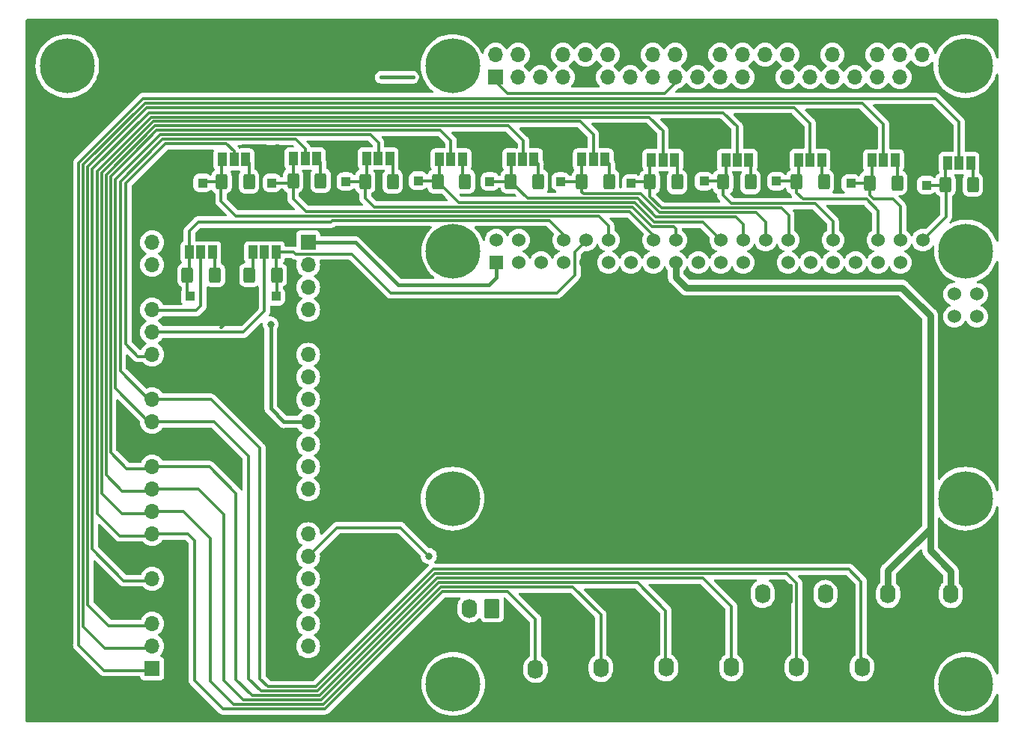
<source format=gbr>
%TF.GenerationSoftware,KiCad,Pcbnew,7.0.7*%
%TF.CreationDate,2024-08-30T11:48:45-05:00*%
%TF.ProjectId,Module_RPI,4d6f6475-6c65-45f5-9250-492e6b696361,rev?*%
%TF.SameCoordinates,Original*%
%TF.FileFunction,Copper,L2,Bot*%
%TF.FilePolarity,Positive*%
%FSLAX46Y46*%
G04 Gerber Fmt 4.6, Leading zero omitted, Abs format (unit mm)*
G04 Created by KiCad (PCBNEW 7.0.7) date 2024-08-30 11:48:45*
%MOMM*%
%LPD*%
G01*
G04 APERTURE LIST*
G04 Aperture macros list*
%AMRoundRect*
0 Rectangle with rounded corners*
0 $1 Rounding radius*
0 $2 $3 $4 $5 $6 $7 $8 $9 X,Y pos of 4 corners*
0 Add a 4 corners polygon primitive as box body*
4,1,4,$2,$3,$4,$5,$6,$7,$8,$9,$2,$3,0*
0 Add four circle primitives for the rounded corners*
1,1,$1+$1,$2,$3*
1,1,$1+$1,$4,$5*
1,1,$1+$1,$6,$7*
1,1,$1+$1,$8,$9*
0 Add four rect primitives between the rounded corners*
20,1,$1+$1,$2,$3,$4,$5,0*
20,1,$1+$1,$4,$5,$6,$7,0*
20,1,$1+$1,$6,$7,$8,$9,0*
20,1,$1+$1,$8,$9,$2,$3,0*%
G04 Aperture macros list end*
%TA.AperFunction,ComponentPad*%
%ADD10RoundRect,0.250000X0.620000X0.845000X-0.620000X0.845000X-0.620000X-0.845000X0.620000X-0.845000X0*%
%TD*%
%TA.AperFunction,ComponentPad*%
%ADD11O,1.740000X2.190000*%
%TD*%
%TA.AperFunction,ComponentPad*%
%ADD12C,6.200000*%
%TD*%
%TA.AperFunction,ComponentPad*%
%ADD13R,1.700000X1.700000*%
%TD*%
%TA.AperFunction,ComponentPad*%
%ADD14O,1.700000X1.700000*%
%TD*%
%TA.AperFunction,ComponentPad*%
%ADD15R,1.524000X1.524000*%
%TD*%
%TA.AperFunction,ComponentPad*%
%ADD16C,1.524000*%
%TD*%
%TA.AperFunction,SMDPad,CuDef*%
%ADD17R,1.000000X1.500000*%
%TD*%
%TA.AperFunction,SMDPad,CuDef*%
%ADD18RoundRect,0.250000X0.400000X0.625000X-0.400000X0.625000X-0.400000X-0.625000X0.400000X-0.625000X0*%
%TD*%
%TA.AperFunction,SMDPad,CuDef*%
%ADD19RoundRect,0.250000X-0.400000X-0.625000X0.400000X-0.625000X0.400000X0.625000X-0.400000X0.625000X0*%
%TD*%
%TA.AperFunction,SMDPad,CuDef*%
%ADD20RoundRect,0.250000X0.300000X-0.300000X0.300000X0.300000X-0.300000X0.300000X-0.300000X-0.300000X0*%
%TD*%
%TA.AperFunction,SMDPad,CuDef*%
%ADD21RoundRect,0.250000X0.300000X0.300000X-0.300000X0.300000X-0.300000X-0.300000X0.300000X-0.300000X0*%
%TD*%
%TA.AperFunction,SMDPad,CuDef*%
%ADD22RoundRect,0.250000X-0.300000X-0.300000X0.300000X-0.300000X0.300000X0.300000X-0.300000X0.300000X0*%
%TD*%
%TA.AperFunction,ViaPad*%
%ADD23C,0.300000*%
%TD*%
%TA.AperFunction,ViaPad*%
%ADD24C,0.800000*%
%TD*%
%TA.AperFunction,Conductor*%
%ADD25C,0.250000*%
%TD*%
%TA.AperFunction,Conductor*%
%ADD26C,0.300387*%
%TD*%
%TA.AperFunction,Conductor*%
%ADD27C,0.386274*%
%TD*%
%TA.AperFunction,Conductor*%
%ADD28C,0.781437*%
%TD*%
G04 APERTURE END LIST*
D10*
%TO.P,GPIO16,1,Pin_1*%
%TO.N,GND*%
X146426000Y-130600000D03*
D11*
%TO.P,GPIO16,2,Pin_2*%
%TO.N,GPIO_16_P*%
X143886000Y-130600000D03*
%TD*%
D10*
%TO.P,3.3V1,1,Pin_1*%
%TO.N,GND*%
X156477500Y-122300000D03*
D11*
%TO.P,3.3V1,2,Pin_2*%
%TO.N,3.3V*%
X153937500Y-122300000D03*
%TD*%
D10*
%TO.P,3.3V2,1,Pin_1*%
%TO.N,GND*%
X149387500Y-122300000D03*
D11*
%TO.P,3.3V2,2,Pin_2*%
%TO.N,3.3V*%
X146847500Y-122300000D03*
%TD*%
D10*
%TO.P,5V2,1,Pin_1*%
%TO.N,GND*%
X142297500Y-122300000D03*
D11*
%TO.P,5V2,2,Pin_2*%
%TO.N,5V*%
X139757500Y-122300000D03*
%TD*%
D12*
%TO.P,,S3,SHIELD*%
%TO.N,N/C*%
X54000000Y-62511000D03*
%TD*%
D10*
%TO.P,GPIO22,1,Pin_1*%
%TO.N,GND*%
X131654000Y-130600000D03*
D11*
%TO.P,GPIO22,2,Pin_2*%
%TO.N,GPIO_22_P*%
X129114000Y-130600000D03*
%TD*%
D10*
%TO.P,5V1,1,Pin_1*%
%TO.N,GND*%
X135207500Y-122280000D03*
D11*
%TO.P,5V1,2,Pin_2*%
%TO.N,5V*%
X132667500Y-122280000D03*
%TD*%
D12*
%TO.P,,S1,SHIELD*%
%TO.N,N/C*%
X97580000Y-62511000D03*
%TO.P,,S2,SHIELD*%
X155580000Y-62511000D03*
%TO.P,,S3,SHIELD*%
X155580000Y-111511000D03*
%TO.P,,S4,SHIELD*%
X97580000Y-111511000D03*
%TD*%
D10*
%TO.P,GPIO28,1,Pin_1*%
%TO.N,GND*%
X109496000Y-130780000D03*
D11*
%TO.P,GPIO28,2,Pin_2*%
%TO.N,GPIO_28_P*%
X106956000Y-130780000D03*
%TD*%
D10*
%TO.P,GPIO29,1,Pin_1*%
%TO.N,GPIO_29_P*%
X102040000Y-123930000D03*
D11*
%TO.P,GPIO29,2,Pin_2*%
%TO.N,5V*%
X99500000Y-123930000D03*
%TO.P,GPIO29,3,Pin_3*%
%TO.N,GND*%
X96960000Y-123930000D03*
%TD*%
D10*
%TO.P,GPIO18,1,Pin_1*%
%TO.N,GND*%
X139040000Y-130600000D03*
D11*
%TO.P,GPIO18,2,Pin_2*%
%TO.N,GPIO_18_P*%
X136500000Y-130600000D03*
%TD*%
D10*
%TO.P,GPIO24,1,Pin_1*%
%TO.N,GND*%
X124268000Y-130600000D03*
D11*
%TO.P,GPIO24,2,Pin_2*%
%TO.N,GPIO_24_P*%
X121728000Y-130600000D03*
%TD*%
D13*
%TO.P,J2,1,Pin_1*%
%TO.N,GPIO_40_P*%
X63600000Y-130750000D03*
D14*
%TO.P,J2,2,Pin_2*%
%TO.N,GPIO_38_P*%
X63600000Y-128210000D03*
%TO.P,J2,3,Pin_3*%
%TO.N,GPIO_36_P*%
X63600000Y-125670000D03*
%TO.P,J2,4,Pin_4*%
%TO.N,GND*%
X63600000Y-123130000D03*
%TO.P,J2,5,Pin_5*%
%TO.N,GPIO_32_P*%
X63600000Y-120590000D03*
%TO.P,J2,6,Pin_6*%
%TO.N,GND*%
X63600000Y-118050000D03*
%TO.P,J2,7,Pin_7*%
%TO.N,GPIO_28_P*%
X63600000Y-115510000D03*
%TO.P,J2,8,Pin_8*%
%TO.N,GPIO_26_P*%
X63600000Y-112970000D03*
%TO.P,J2,9,Pin_9*%
%TO.N,GPIO_24_P*%
X63600000Y-110430000D03*
%TO.P,J2,10,Pin_10*%
%TO.N,GPIO_22_P*%
X63600000Y-107890000D03*
%TO.P,J2,11,Pin_11*%
%TO.N,GND*%
X63600000Y-105350000D03*
%TO.P,J2,12,Pin_12*%
%TO.N,GPIO_18_P*%
X63600000Y-102810000D03*
%TO.P,J2,13,Pin_13*%
%TO.N,GPIO_16_P*%
X63600000Y-100270000D03*
%TO.P,J2,14,Pin_14*%
%TO.N,GND*%
X63600000Y-97730000D03*
%TO.P,J2,15,Pin_15*%
%TO.N,GPIO_12_P*%
X63600000Y-95190000D03*
%TO.P,J2,16,Pin_16*%
%TO.N,GPIO_10_P*%
X63600000Y-92650000D03*
%TO.P,J2,17,Pin_17*%
%TO.N,GPIO_8_P*%
X63600000Y-90110000D03*
%TO.P,J2,18,Pin_18*%
%TO.N,GND*%
X63600000Y-87570000D03*
%TO.P,J2,19,Pin_19*%
%TO.N,5V*%
X63600000Y-85030000D03*
%TO.P,J2,20,Pin_20*%
X63600000Y-82490000D03*
%TD*%
D13*
%TO.P,J4,1,Pin_1*%
%TO.N,3.3V*%
X81250000Y-82500000D03*
D14*
%TO.P,J4,2,Pin_2*%
%TO.N,GPIO_3_P*%
X81250000Y-85040000D03*
%TO.P,J4,3,Pin_3*%
%TO.N,GPIO_5_P*%
X81250000Y-87580000D03*
%TO.P,J4,4,Pin_4*%
%TO.N,GPIO_7_P*%
X81250000Y-90120000D03*
%TO.P,J4,5,Pin_5*%
%TO.N,GND*%
X81250000Y-92660000D03*
%TO.P,J4,6,Pin_6*%
%TO.N,GPIO_11_P*%
X81250000Y-95200000D03*
%TO.P,J4,7,Pin_7*%
%TO.N,GPIO_13_P*%
X81250000Y-97740000D03*
%TO.P,J4,8,Pin_8*%
%TO.N,GPIO_15_P*%
X81250000Y-100280000D03*
%TO.P,J4,9,Pin_9*%
%TO.N,3.3V*%
X81250000Y-102820000D03*
%TO.P,J4,10,Pin_10*%
%TO.N,GPIO_19_P*%
X81250000Y-105360000D03*
%TO.P,J4,11,Pin_11*%
%TO.N,GPIO_21_P*%
X81250000Y-107900000D03*
%TO.P,J4,12,Pin_12*%
%TO.N,GPIO_23_P*%
X81250000Y-110440000D03*
%TO.P,J4,13,Pin_13*%
%TO.N,GND*%
X81250000Y-112980000D03*
%TO.P,J4,14,Pin_14*%
%TO.N,GPIO_27_P*%
X81250000Y-115520000D03*
%TO.P,J4,15,Pin_15*%
%TO.N,GPIO_29_P*%
X81250000Y-118060000D03*
%TO.P,J4,16,Pin_16*%
%TO.N,GPIO_31_P*%
X81250000Y-120600000D03*
%TO.P,J4,17,Pin_17*%
%TO.N,GPIO_33_P*%
X81250000Y-123140000D03*
%TO.P,J4,18,Pin_18*%
%TO.N,GPIO_35_P*%
X81250000Y-125680000D03*
%TO.P,J4,19,Pin_19*%
%TO.N,GPIO_37_P*%
X81250000Y-128220000D03*
%TO.P,J4,20,Pin_20*%
%TO.N,GND*%
X81250000Y-130760000D03*
%TD*%
D15*
%TO.P,U2,1,3V3*%
%TO.N,3.3V*%
X102520000Y-84770000D03*
D16*
%TO.P,U2,2,5V*%
%TO.N,5V*%
X102520000Y-82230000D03*
%TO.P,U2,3,GPIO2/SDA1*%
%TO.N,GPIO_3*%
X105060000Y-84770000D03*
%TO.P,U2,4,5V*%
%TO.N,5V*%
X105060000Y-82230000D03*
%TO.P,U2,5,GPIO3/SCL1*%
%TO.N,GPIO_5*%
X107600000Y-84770000D03*
%TO.P,U2,6,GND*%
%TO.N,GND*%
X107600000Y-82230000D03*
%TO.P,U2,7,GPIO4/GPIO_GCKL*%
%TO.N,GPIO_7*%
X110140000Y-84770000D03*
%TO.P,U2,8,GPIO14/TXD0*%
%TO.N,GPIO_8*%
X110140000Y-82230000D03*
%TO.P,U2,9,GND*%
%TO.N,GND*%
X112680000Y-84770000D03*
%TO.P,U2,10,GPIO15/RXD0*%
%TO.N,GPIO_10*%
X112680000Y-82230000D03*
%TO.P,U2,11,GPIO17/GPIO_GEN0*%
%TO.N,GPIO_11*%
X115220000Y-84770000D03*
%TO.P,U2,12,GPIO18/GPIO_GEN1*%
%TO.N,GPIO_12*%
X115220000Y-82230000D03*
%TO.P,U2,13,GPIO27/GPIO_GEN2*%
%TO.N,GPIO_13*%
X117760000Y-84770000D03*
%TO.P,U2,14,GND*%
%TO.N,GND*%
X117760000Y-82230000D03*
%TO.P,U2,15,GPIO22/GPIO_GEN3*%
%TO.N,GPIO_15*%
X120300000Y-84770000D03*
%TO.P,U2,16,GPIO23/GPIO_GEN4*%
%TO.N,GPIO_16*%
X120300000Y-82230000D03*
%TO.P,U2,17,3V3*%
%TO.N,3.3V*%
X122840000Y-84770000D03*
%TO.P,U2,18,GPIO24/GPIO_GEN5*%
%TO.N,GPIO_18*%
X122840000Y-82230000D03*
%TO.P,U2,19,GPIO10/SPI_MOSI*%
%TO.N,GPIO_19*%
X125380000Y-84770000D03*
%TO.P,U2,20,GND*%
%TO.N,GND*%
X125380000Y-82230000D03*
%TO.P,U2,21,GPIO9/SPI_MISO*%
%TO.N,GPIO_21*%
X127920000Y-84770000D03*
%TO.P,U2,22,GPIO25/GPIO_GEN6*%
%TO.N,GPIO_22*%
X127920000Y-82230000D03*
%TO.P,U2,23,GPIO11/SPI_SCLK*%
%TO.N,GPIO_23*%
X130460000Y-84770000D03*
%TO.P,U2,24,GPIO8/~{SPI_CE0}*%
%TO.N,GPIO_24*%
X130460000Y-82230000D03*
%TO.P,U2,25,GND*%
%TO.N,GND*%
X133000000Y-84770000D03*
%TO.P,U2,26,GPIO7/~{SPI_CE1}*%
%TO.N,GPIO_26*%
X133000000Y-82230000D03*
%TO.P,U2,27,ID_SD*%
%TO.N,GPIO_27*%
X135540000Y-84770000D03*
%TO.P,U2,28,ID_SC*%
%TO.N,GPIO_28*%
X135540000Y-82230000D03*
%TO.P,U2,29,GPIO5*%
%TO.N,GPIO_29*%
X138080000Y-84770000D03*
%TO.P,U2,30,GND*%
%TO.N,GND*%
X138080000Y-82230000D03*
%TO.P,U2,31,GPIO6*%
%TO.N,GPIO_31*%
X140620000Y-84770000D03*
%TO.P,U2,32,GPIO12*%
%TO.N,GPIO_32*%
X140620000Y-82230000D03*
%TO.P,U2,33,GPIO13*%
%TO.N,GPIO_33*%
X143160000Y-84770000D03*
%TO.P,U2,34,GND*%
%TO.N,GND*%
X143160000Y-82230000D03*
%TO.P,U2,35,GPIO19*%
%TO.N,GPIO_35*%
X145700000Y-84770000D03*
%TO.P,U2,36,GPIO16*%
%TO.N,GPIO_36*%
X145700000Y-82230000D03*
%TO.P,U2,37,GPIO26*%
%TO.N,GPIO_37*%
X148240000Y-84770000D03*
%TO.P,U2,38,GPIO20*%
%TO.N,GPIO_38*%
X148240000Y-82230000D03*
%TO.P,U2,39,GND*%
%TO.N,GND*%
X150780000Y-84770000D03*
%TO.P,U2,40,GPIO21*%
%TO.N,GPIO_40*%
X150780000Y-82230000D03*
%TO.P,U2,41,TR01*%
%TO.N,TR01*%
X156880000Y-90893000D03*
%TO.P,U2,42,TR00*%
%TO.N,TR00*%
X156880000Y-88353000D03*
%TO.P,U2,43,TR03*%
%TO.N,TR03*%
X154340000Y-90893000D03*
%TO.P,U2,44,TR02*%
%TO.N,TR02*%
X154340000Y-88353000D03*
D12*
%TO.P,U2,S1,SHIELD*%
%TO.N,unconnected-(U2-SHIELD-PadS1)*%
X97650000Y-83500000D03*
%TO.P,U2,S2,SHIELD*%
%TO.N,unconnected-(U2-SHIELD-PadS2)*%
X155650000Y-83500000D03*
%TO.P,U2,S3,SHIELD*%
%TO.N,unconnected-(U2-SHIELD-PadS3)*%
X155650000Y-132500000D03*
%TO.P,U2,S4,SHIELD*%
%TO.N,unconnected-(U2-SHIELD-PadS4)*%
X97650000Y-132500000D03*
%TD*%
D10*
%TO.P,GPIO26,1,Pin_1*%
%TO.N,GND*%
X116882000Y-130680000D03*
D11*
%TO.P,GPIO26,2,Pin_2*%
%TO.N,GPIO_26_P*%
X114342000Y-130680000D03*
%TD*%
D13*
%TO.P,J1_Rele1,1,Pin_1*%
%TO.N,3.3V*%
X102450000Y-63770000D03*
D14*
%TO.P,J1_Rele1,2,Pin_2*%
%TO.N,5V*%
X102450000Y-61230000D03*
%TO.P,J1_Rele1,3,Pin_3*%
%TO.N,GPIO_3*%
X104990000Y-63770000D03*
%TO.P,J1_Rele1,4,Pin_4*%
%TO.N,5V*%
X104990000Y-61230000D03*
%TO.P,J1_Rele1,5,Pin_5*%
%TO.N,GPIO_5*%
X107530000Y-63770000D03*
%TO.P,J1_Rele1,6,Pin_6*%
%TO.N,GND*%
X107530000Y-61230000D03*
%TO.P,J1_Rele1,7,Pin_7*%
%TO.N,GPIO_7*%
X110070000Y-63770000D03*
%TO.P,J1_Rele1,8,Pin_8*%
%TO.N,GPIO_8*%
X110070000Y-61230000D03*
%TO.P,J1_Rele1,9,Pin_9*%
%TO.N,GND*%
X112610000Y-63770000D03*
%TO.P,J1_Rele1,10,Pin_10*%
%TO.N,GPIO_10*%
X112610000Y-61230000D03*
%TO.P,J1_Rele1,11,Pin_11*%
%TO.N,GPIO_11*%
X115150000Y-63770000D03*
%TO.P,J1_Rele1,12,Pin_12*%
%TO.N,GPIO_12*%
X115150000Y-61230000D03*
%TO.P,J1_Rele1,13,Pin_13*%
%TO.N,GPIO_13*%
X117690000Y-63770000D03*
%TO.P,J1_Rele1,14,Pin_14*%
%TO.N,GND*%
X117690000Y-61230000D03*
%TO.P,J1_Rele1,15,Pin_15*%
%TO.N,GPIO_15*%
X120230000Y-63770000D03*
%TO.P,J1_Rele1,16,Pin_16*%
%TO.N,GPIO_16*%
X120230000Y-61230000D03*
%TO.P,J1_Rele1,17,Pin_17*%
%TO.N,3.3V*%
X122770000Y-63770000D03*
%TO.P,J1_Rele1,18,Pin_18*%
%TO.N,GPIO_18*%
X122770000Y-61230000D03*
%TO.P,J1_Rele1,19,Pin_19*%
%TO.N,GPIO_19*%
X125310000Y-63770000D03*
%TO.P,J1_Rele1,20,Pin_20*%
%TO.N,GND*%
X125310000Y-61230000D03*
%TO.P,J1_Rele1,21,Pin_21*%
%TO.N,GPIO_21*%
X127850000Y-63770000D03*
%TO.P,J1_Rele1,22,Pin_22*%
%TO.N,GPIO_22*%
X127850000Y-61230000D03*
%TO.P,J1_Rele1,23,Pin_23*%
%TO.N,GPIO_23*%
X130390000Y-63770000D03*
%TO.P,J1_Rele1,24,Pin_24*%
%TO.N,GPIO_24*%
X130390000Y-61230000D03*
%TO.P,J1_Rele1,25,Pin_25*%
%TO.N,GND*%
X132930000Y-63770000D03*
%TO.P,J1_Rele1,26,Pin_26*%
%TO.N,GPIO_26*%
X132930000Y-61230000D03*
%TO.P,J1_Rele1,27,Pin_27*%
%TO.N,GPIO_27*%
X135470000Y-63770000D03*
%TO.P,J1_Rele1,28,Pin_28*%
%TO.N,GPIO_28*%
X135470000Y-61230000D03*
%TO.P,J1_Rele1,29,Pin_29*%
%TO.N,GPIO_29*%
X138010000Y-63770000D03*
%TO.P,J1_Rele1,30,Pin_30*%
%TO.N,GND*%
X138010000Y-61230000D03*
%TO.P,J1_Rele1,31,Pin_31*%
%TO.N,GPIO_31*%
X140550000Y-63770000D03*
%TO.P,J1_Rele1,32,Pin_32*%
%TO.N,GPIO_32*%
X140550000Y-61230000D03*
%TO.P,J1_Rele1,33,Pin_33*%
%TO.N,GPIO_33*%
X143090000Y-63770000D03*
%TO.P,J1_Rele1,34,Pin_34*%
%TO.N,GND*%
X143090000Y-61230000D03*
%TO.P,J1_Rele1,35,Pin_35*%
%TO.N,GPIO_35*%
X145630000Y-63770000D03*
%TO.P,J1_Rele1,36,Pin_36*%
%TO.N,GPIO_36*%
X145630000Y-61230000D03*
%TO.P,J1_Rele1,37,Pin_37*%
%TO.N,GPIO_37*%
X148170000Y-63770000D03*
%TO.P,J1_Rele1,38,Pin_38*%
%TO.N,GPIO_38*%
X148170000Y-61230000D03*
%TO.P,J1_Rele1,39,Pin_39*%
%TO.N,GND*%
X150710000Y-63770000D03*
%TO.P,J1_Rele1,40,Pin_40*%
%TO.N,GPIO_40*%
X150710000Y-61230000D03*
%TD*%
D17*
%TO.P,JP6,1,A*%
%TO.N,Net-(JP6-A)*%
X74150000Y-73100000D03*
%TO.P,JP6,2,C*%
%TO.N,GPIO_12_P*%
X72850000Y-73100000D03*
%TO.P,JP6,3,B*%
%TO.N,GPIO_12*%
X71550000Y-73100000D03*
%TD*%
%TO.P,JP17,1,A*%
%TO.N,Net-(JP17-A)*%
X122677064Y-73150000D03*
%TO.P,JP17,2,C*%
%TO.N,GPIO_28_P*%
X121377064Y-73150000D03*
%TO.P,JP17,3,B*%
%TO.N,GPIO_28*%
X120077064Y-73150000D03*
%TD*%
D18*
%TO.P,R28,1*%
%TO.N,Net-(JP26-A)*%
X147877064Y-75750000D03*
%TO.P,R28,2*%
%TO.N,GPIO_38*%
X144777064Y-75750000D03*
%TD*%
D19*
%TO.P,R21,1*%
%TO.N,Net-(JP19-A)*%
X74600000Y-86200000D03*
%TO.P,R21,2*%
%TO.N,GPIO_10*%
X77700000Y-86200000D03*
%TD*%
D20*
%TO.P,D18,1,K*%
%TO.N,GPIO_28*%
X117800000Y-75800000D03*
%TO.P,D18,2,A*%
%TO.N,GND*%
X117800000Y-73000000D03*
%TD*%
%TO.P,D23,1,K*%
%TO.N,GPIO_32*%
X126027064Y-75550000D03*
%TO.P,D23,2,A*%
%TO.N,GND*%
X126027064Y-72750000D03*
%TD*%
D17*
%TO.P,JP11,1,A*%
%TO.N,Net-(JP11-A)*%
X106800000Y-73100000D03*
%TO.P,JP11,2,C*%
%TO.N,GPIO_24_P*%
X105500000Y-73100000D03*
%TO.P,JP11,3,B*%
%TO.N,GPIO_24*%
X104200000Y-73100000D03*
%TD*%
D18*
%TO.P,R26,1*%
%TO.N,Net-(JP24-A)*%
X139577064Y-75650000D03*
%TO.P,R26,2*%
%TO.N,GPIO_36*%
X136477064Y-75650000D03*
%TD*%
D21*
%TO.P,D20,1,K*%
%TO.N,GPIO_10*%
X77600000Y-88600000D03*
%TO.P,D20,2,A*%
%TO.N,GND*%
X74800000Y-88600000D03*
%TD*%
D17*
%TO.P,JP8,1,A*%
%TO.N,Net-(JP8-A)*%
X82200000Y-73000000D03*
%TO.P,JP8,2,C*%
%TO.N,GPIO_16_P*%
X80900000Y-73000000D03*
%TO.P,JP8,3,B*%
%TO.N,GPIO_16*%
X79600000Y-73000000D03*
%TD*%
D20*
%TO.P,D10,1,K*%
%TO.N,GPIO_18*%
X85500000Y-75600000D03*
%TO.P,D10,2,A*%
%TO.N,GND*%
X85500000Y-72800000D03*
%TD*%
D17*
%TO.P,JP26,1,A*%
%TO.N,Net-(JP26-A)*%
X147627064Y-73200000D03*
%TO.P,JP26,2,C*%
%TO.N,GPIO_38_P*%
X146327064Y-73200000D03*
%TO.P,JP26,3,B*%
%TO.N,GPIO_38*%
X145027064Y-73200000D03*
%TD*%
D18*
%TO.P,R14,1*%
%TO.N,Net-(JP12-A)*%
X115300000Y-75600000D03*
%TO.P,R14,2*%
%TO.N,GPIO_26*%
X112200000Y-75600000D03*
%TD*%
%TO.P,R20,1*%
%TO.N,Net-(JP18-A)*%
X70700000Y-86200000D03*
%TO.P,R20,2*%
%TO.N,GPIO_8*%
X67600000Y-86200000D03*
%TD*%
%TO.P,R12,1*%
%TO.N,Net-(JP10-A)*%
X99000000Y-75600000D03*
%TO.P,R12,2*%
%TO.N,GPIO_22*%
X95900000Y-75600000D03*
%TD*%
D17*
%TO.P,JP19,1,A*%
%TO.N,Net-(JP19-A)*%
X75000000Y-83600000D03*
%TO.P,JP19,2,C*%
%TO.N,GPIO_10_P*%
X76300000Y-83600000D03*
%TO.P,JP19,3,B*%
%TO.N,GPIO_10*%
X77600000Y-83600000D03*
%TD*%
%TO.P,JP18,1,A*%
%TO.N,Net-(JP18-A)*%
X70400000Y-83600000D03*
%TO.P,JP18,2,C*%
%TO.N,GPIO_8_P*%
X69100000Y-83600000D03*
%TO.P,JP18,3,B*%
%TO.N,GPIO_8*%
X67800000Y-83600000D03*
%TD*%
%TO.P,JP10,1,A*%
%TO.N,Net-(JP10-A)*%
X98700000Y-73100000D03*
%TO.P,JP10,2,C*%
%TO.N,GPIO_22_P*%
X97400000Y-73100000D03*
%TO.P,JP10,3,B*%
%TO.N,GPIO_22*%
X96100000Y-73100000D03*
%TD*%
%TO.P,JP22,1,A*%
%TO.N,Net-(JP22-A)*%
X131077064Y-73150000D03*
%TO.P,JP22,2,C*%
%TO.N,GPIO_32_P*%
X129777064Y-73150000D03*
%TO.P,JP22,3,B*%
%TO.N,GPIO_32*%
X128477064Y-73150000D03*
%TD*%
D18*
%TO.P,R11,1*%
%TO.N,Net-(JP9-A)*%
X90800000Y-75600000D03*
%TO.P,R11,2*%
%TO.N,GPIO_18*%
X87700000Y-75600000D03*
%TD*%
D20*
%TO.P,D9,1,K*%
%TO.N,GPIO_16*%
X77150000Y-75750000D03*
%TO.P,D9,2,A*%
%TO.N,GND*%
X77150000Y-72950000D03*
%TD*%
%TO.P,D25,1,K*%
%TO.N,GPIO_36*%
X134227064Y-75550000D03*
%TO.P,D25,2,A*%
%TO.N,GND*%
X134227064Y-72750000D03*
%TD*%
D18*
%TO.P,R29,1*%
%TO.N,Net-(JP27-A)*%
X156427064Y-75950000D03*
%TO.P,R29,2*%
%TO.N,GPIO_40*%
X153327064Y-75950000D03*
%TD*%
D17*
%TO.P,JP27,1,A*%
%TO.N,Net-(JP27-A)*%
X156177064Y-73500000D03*
%TO.P,JP27,2,C*%
%TO.N,GPIO_40_P*%
X154877064Y-73500000D03*
%TO.P,JP27,3,B*%
%TO.N,GPIO_40*%
X153577064Y-73500000D03*
%TD*%
D20*
%TO.P,D11,1,K*%
%TO.N,GPIO_22*%
X93700000Y-75500000D03*
%TO.P,D11,2,A*%
%TO.N,GND*%
X93700000Y-72700000D03*
%TD*%
D18*
%TO.P,R13,1*%
%TO.N,Net-(JP11-A)*%
X107250000Y-75600000D03*
%TO.P,R13,2*%
%TO.N,GPIO_24*%
X104150000Y-75600000D03*
%TD*%
D17*
%TO.P,JP24,1,A*%
%TO.N,Net-(JP24-A)*%
X139327064Y-73150000D03*
%TO.P,JP24,2,C*%
%TO.N,GPIO_36_P*%
X138027064Y-73150000D03*
%TO.P,JP24,3,B*%
%TO.N,GPIO_36*%
X136727064Y-73150000D03*
%TD*%
%TO.P,JP9,1,A*%
%TO.N,Net-(JP9-A)*%
X90467000Y-72984000D03*
%TO.P,JP9,2,C*%
%TO.N,GPIO_18_P*%
X89167000Y-72984000D03*
%TO.P,JP9,3,B*%
%TO.N,GPIO_18*%
X87867000Y-72984000D03*
%TD*%
D20*
%TO.P,D12,1,K*%
%TO.N,GPIO_24*%
X101800000Y-75600000D03*
%TO.P,D12,2,A*%
%TO.N,GND*%
X101800000Y-72800000D03*
%TD*%
D18*
%TO.P,R10,1*%
%TO.N,Net-(JP8-A)*%
X82650000Y-75500000D03*
%TO.P,R10,2*%
%TO.N,GPIO_16*%
X79550000Y-75500000D03*
%TD*%
%TO.P,R8,1*%
%TO.N,Net-(JP6-A)*%
X74550000Y-75600000D03*
%TO.P,R8,2*%
%TO.N,GPIO_12*%
X71450000Y-75600000D03*
%TD*%
D20*
%TO.P,D28,1,K*%
%TO.N,GPIO_40*%
X151177064Y-76000000D03*
%TO.P,D28,2,A*%
%TO.N,GND*%
X151177064Y-73200000D03*
%TD*%
%TO.P,D27,1,K*%
%TO.N,GPIO_38*%
X142627064Y-75800000D03*
%TO.P,D27,2,A*%
%TO.N,GND*%
X142627064Y-73000000D03*
%TD*%
D18*
%TO.P,R24,1*%
%TO.N,Net-(JP22-A)*%
X131277064Y-75650000D03*
%TO.P,R24,2*%
%TO.N,GPIO_32*%
X128177064Y-75650000D03*
%TD*%
D20*
%TO.P,D13,1,K*%
%TO.N,GPIO_26*%
X109800000Y-75600000D03*
%TO.P,D13,2,A*%
%TO.N,GND*%
X109800000Y-72800000D03*
%TD*%
D22*
%TO.P,D19,1,K*%
%TO.N,GPIO_8*%
X67900000Y-88600000D03*
%TO.P,D19,2,A*%
%TO.N,GND*%
X70700000Y-88600000D03*
%TD*%
D20*
%TO.P,D7,1,K*%
%TO.N,GPIO_12*%
X69300000Y-75750000D03*
%TO.P,D7,2,A*%
%TO.N,GND*%
X69300000Y-72950000D03*
%TD*%
D18*
%TO.P,R19,1*%
%TO.N,Net-(JP17-A)*%
X122977064Y-75650000D03*
%TO.P,R19,2*%
%TO.N,GPIO_28*%
X119877064Y-75650000D03*
%TD*%
D17*
%TO.P,JP12,1,A*%
%TO.N,Net-(JP12-A)*%
X114800000Y-73100000D03*
%TO.P,JP12,2,C*%
%TO.N,GPIO_26_P*%
X113500000Y-73100000D03*
%TO.P,JP12,3,B*%
%TO.N,GPIO_26*%
X112200000Y-73100000D03*
%TD*%
D23*
%TO.N,GND*%
X117000000Y-94800000D03*
X130000000Y-106600000D03*
X122100000Y-117400000D03*
X127400000Y-94800000D03*
X91600000Y-71500000D03*
X119000000Y-70600000D03*
X113900000Y-106600000D03*
X103200000Y-94800000D03*
X104600000Y-106600000D03*
X88000000Y-71500000D03*
X77900000Y-71500000D03*
X119700000Y-117400000D03*
X98100000Y-71500000D03*
X122100000Y-106600000D03*
X133020000Y-69430000D03*
X127500000Y-106600000D03*
X125100000Y-94800000D03*
X111400000Y-106600000D03*
X135800000Y-106600000D03*
X83800000Y-71500000D03*
X139275000Y-69300000D03*
X108800000Y-94800000D03*
X73800000Y-71500000D03*
X108800000Y-69700000D03*
X150710000Y-72290000D03*
X126100000Y-71300000D03*
X119100000Y-106600000D03*
X135500000Y-94800000D03*
X111100000Y-94800000D03*
X119300000Y-94800000D03*
X101100000Y-94800000D03*
X95400000Y-94800000D03*
X140800000Y-94800000D03*
X127600000Y-117400000D03*
X114700000Y-117400000D03*
X132900000Y-94800000D03*
X71400000Y-92149613D03*
%TO.N,3.3V*%
X93100000Y-63800000D03*
X89500000Y-63800000D03*
D24*
X77000000Y-91800000D03*
%TO.N,GPIO_29_P*%
X94900000Y-118000000D03*
%TD*%
D25*
%TO.N,GND*%
X104600000Y-106600000D02*
X111400000Y-106600000D01*
X117800000Y-73000000D02*
X117800000Y-71800000D01*
X103200000Y-94800000D02*
X108800000Y-94800000D01*
X85500000Y-72800000D02*
X86800000Y-71500000D01*
X86800000Y-71500000D02*
X88000000Y-71500000D01*
X77600000Y-71500000D02*
X77900000Y-71500000D01*
X84200000Y-71500000D02*
X83800000Y-71500000D01*
X142627064Y-70627064D02*
X141300000Y-69300000D01*
X117800000Y-71800000D02*
X119000000Y-70600000D01*
X130000000Y-106600000D02*
X135800000Y-106600000D01*
X134227064Y-70637064D02*
X133020000Y-69430000D01*
D26*
X70700000Y-88600000D02*
X74800000Y-88600000D01*
D25*
X126027064Y-72750000D02*
X126027064Y-71372936D01*
X126027064Y-71372936D02*
X126100000Y-71300000D01*
X141300000Y-69300000D02*
X139275000Y-69300000D01*
D26*
X122100000Y-117400000D02*
X127600000Y-117400000D01*
D25*
X109800000Y-70515000D02*
X109800000Y-72800000D01*
X151177064Y-73200000D02*
X151177064Y-72757064D01*
X114700000Y-117400000D02*
X119700000Y-117400000D01*
D26*
X72200000Y-91400000D02*
X71450387Y-92149613D01*
D25*
X77150000Y-72950000D02*
X77100000Y-72900000D01*
X101800000Y-72800000D02*
X100500000Y-71500000D01*
X93700000Y-72700000D02*
X92500000Y-71500000D01*
D26*
X71450387Y-92149613D02*
X71400000Y-92149613D01*
D25*
X77100000Y-72000000D02*
X77600000Y-71500000D01*
X108800000Y-69700000D02*
X109800000Y-70515000D01*
X77100000Y-72900000D02*
X77100000Y-72000000D01*
X127400000Y-94800000D02*
X132900000Y-94800000D01*
D26*
X72200000Y-90100000D02*
X72200000Y-91400000D01*
D25*
X100500000Y-71500000D02*
X98100000Y-71500000D01*
X77150000Y-72250000D02*
X76400000Y-71500000D01*
X111100000Y-94800000D02*
X117000000Y-94800000D01*
D26*
X70700000Y-88600000D02*
X72200000Y-90100000D01*
D25*
X135500000Y-94800000D02*
X140800000Y-94800000D01*
X77150000Y-72950000D02*
X77150000Y-72250000D01*
X95400000Y-94800000D02*
X101100000Y-94800000D01*
X134227064Y-72750000D02*
X134227064Y-70637064D01*
X76400000Y-71500000D02*
X73800000Y-71500000D01*
X142627064Y-73000000D02*
X142627064Y-70627064D01*
X113900000Y-106600000D02*
X119100000Y-106600000D01*
X122100000Y-106600000D02*
X127500000Y-106600000D01*
X85500000Y-72800000D02*
X84200000Y-71500000D01*
X92500000Y-71500000D02*
X91600000Y-71500000D01*
X119300000Y-94800000D02*
X125100000Y-94800000D01*
X151177064Y-72757064D02*
X150710000Y-72290000D01*
D26*
%TO.N,GPIO_12*%
X71450000Y-75600000D02*
X71450000Y-73200000D01*
X71450000Y-73200000D02*
X71550000Y-73100000D01*
X71450000Y-75600000D02*
X69450000Y-75600000D01*
X71400000Y-75650000D02*
X71450000Y-75600000D01*
X71400000Y-77800000D02*
X71400000Y-75650000D01*
X115220000Y-82230000D02*
X115220000Y-80620000D01*
X69450000Y-75600000D02*
X69300000Y-75750000D01*
X114100387Y-79500387D02*
X73100387Y-79500387D01*
X115220000Y-80620000D02*
X114100387Y-79500387D01*
X73100387Y-79500387D02*
X71400000Y-77800000D01*
D25*
%TO.N,GPIO_15*%
X120300000Y-84650000D02*
X120300000Y-84770000D01*
D26*
%TO.N,GPIO_16*%
X117600000Y-79000000D02*
X120300000Y-81700000D01*
X79300000Y-75750000D02*
X79550000Y-75500000D01*
X79600000Y-75450000D02*
X79550000Y-75500000D01*
X120300000Y-81700000D02*
X120300000Y-82230000D01*
X79550000Y-75500000D02*
X79550000Y-77550000D01*
X79550000Y-77550000D02*
X81000000Y-79000000D01*
X81000000Y-79000000D02*
X117600000Y-79000000D01*
X79600000Y-73000000D02*
X79600000Y-75450000D01*
X77150000Y-75750000D02*
X79300000Y-75750000D01*
%TO.N,GPIO_18*%
X120100387Y-80700387D02*
X122600000Y-80700387D01*
X122600000Y-80700387D02*
X122840000Y-80940387D01*
X87867000Y-72984000D02*
X87867000Y-75433000D01*
X88700387Y-78500387D02*
X117900387Y-78500387D01*
X122840000Y-80940387D02*
X122840000Y-82230000D01*
X85500000Y-75600000D02*
X87700000Y-75600000D01*
X87700000Y-75600000D02*
X87700000Y-77500000D01*
X87867000Y-75433000D02*
X87700000Y-75600000D01*
X117900387Y-78500387D02*
X120100387Y-80700387D01*
X87700000Y-77500000D02*
X88700387Y-78500387D01*
%TO.N,GPIO_22*%
X120400000Y-80200000D02*
X125890000Y-80200000D01*
X96100000Y-75400000D02*
X95900000Y-75600000D01*
X125890000Y-80200000D02*
X127920000Y-82230000D01*
X93700000Y-75500000D02*
X95800000Y-75500000D01*
X95900000Y-75600000D02*
X98300000Y-78000000D01*
X95800000Y-75500000D02*
X95900000Y-75600000D01*
X98300000Y-78000000D02*
X118200000Y-78000000D01*
X118200000Y-78000000D02*
X120400000Y-80200000D01*
X96100000Y-73100000D02*
X96100000Y-75400000D01*
%TO.N,GPIO_24*%
X106050387Y-77500387D02*
X118500387Y-77500387D01*
X104200000Y-73100000D02*
X104200000Y-75550000D01*
X120600000Y-79600000D02*
X129600000Y-79600000D01*
X118500387Y-77500387D02*
X120600000Y-79600000D01*
X104200000Y-75550000D02*
X104150000Y-75600000D01*
X101800000Y-75600000D02*
X104150000Y-75600000D01*
X130460000Y-80460000D02*
X130460000Y-82230000D01*
X104150000Y-75600000D02*
X106050387Y-77500387D01*
X129600000Y-79600000D02*
X130460000Y-80460000D01*
%TO.N,GPIO_26*%
X112200000Y-75600000D02*
X112200000Y-73100000D01*
X131900387Y-79100387D02*
X133000000Y-80200000D01*
X133000000Y-80200000D02*
X133000000Y-82230000D01*
X118892346Y-77000000D02*
X120992733Y-79100387D01*
X120992733Y-79100387D02*
X131900387Y-79100387D01*
X112400000Y-77000000D02*
X118892346Y-77000000D01*
X109800000Y-75600000D02*
X112200000Y-75600000D01*
X112200000Y-76800000D02*
X112400000Y-77000000D01*
X112200000Y-75600000D02*
X112200000Y-76800000D01*
%TO.N,GPIO_28*%
X119877064Y-75650000D02*
X119877064Y-77277064D01*
X121200000Y-78600000D02*
X134800000Y-78600000D01*
X135600000Y-82170000D02*
X135540000Y-82230000D01*
X134800000Y-78600000D02*
X135600000Y-79400000D01*
X119877064Y-75650000D02*
X117950000Y-75650000D01*
X117950000Y-75650000D02*
X117800000Y-75800000D01*
X119877064Y-77277064D02*
X121200000Y-78600000D01*
X119877064Y-75650000D02*
X119877064Y-73350000D01*
X119877064Y-73350000D02*
X120077064Y-73150000D01*
X135600000Y-79400000D02*
X135600000Y-82170000D01*
%TO.N,GPIO_8*%
X83999226Y-80000774D02*
X83800000Y-80200000D01*
X67800000Y-83600000D02*
X67800000Y-86000000D01*
X108500000Y-80000774D02*
X83999226Y-80000774D01*
X67600000Y-88300000D02*
X67900000Y-88600000D01*
X67800000Y-81200000D02*
X67800000Y-83600000D01*
X67600000Y-86200000D02*
X67600000Y-88300000D01*
X110140000Y-81640774D02*
X108500000Y-80000774D01*
X110140000Y-82230000D02*
X110140000Y-81640774D01*
X83800000Y-80200000D02*
X68800000Y-80200000D01*
X68800000Y-80200000D02*
X67800000Y-81200000D01*
X110140000Y-82230000D02*
X110140000Y-82740000D01*
X67800000Y-86000000D02*
X67600000Y-86200000D01*
%TO.N,GPIO_10*%
X111400000Y-86200000D02*
X111400000Y-83600000D01*
X77600000Y-83600000D02*
X77600000Y-86100000D01*
X90600000Y-88200000D02*
X109400000Y-88200000D01*
X86200000Y-83800000D02*
X90600000Y-88200000D01*
X77700000Y-86200000D02*
X77700000Y-88500000D01*
X77600000Y-83600000D02*
X79600000Y-83600000D01*
X79800000Y-83800000D02*
X86200000Y-83800000D01*
X112680000Y-82320000D02*
X112680000Y-82230000D01*
X79600000Y-83600000D02*
X79800000Y-83800000D01*
X112680000Y-82230000D02*
X112570000Y-82230000D01*
X77600000Y-86100000D02*
X77700000Y-86200000D01*
X77700000Y-88500000D02*
X77600000Y-88600000D01*
X111400000Y-83600000D02*
X112680000Y-82320000D01*
X109400000Y-88200000D02*
X111400000Y-86200000D01*
%TO.N,GPIO_32*%
X128177064Y-75650000D02*
X128177064Y-77177064D01*
X128177064Y-77177064D02*
X129100387Y-78100387D01*
X128177064Y-75650000D02*
X128077064Y-75550000D01*
X140620000Y-80120387D02*
X140620000Y-82230000D01*
X128077064Y-75550000D02*
X126027064Y-75550000D01*
X128477064Y-75350000D02*
X128177064Y-75650000D01*
X129100387Y-78100387D02*
X138600000Y-78100387D01*
X138600000Y-78100387D02*
X140620000Y-80120387D01*
X128477064Y-73150000D02*
X128477064Y-75350000D01*
%TO.N,GPIO_36*%
X136477064Y-76877064D02*
X136477064Y-75650000D01*
X145700000Y-82230000D02*
X145700000Y-78900000D01*
X136377064Y-75550000D02*
X136477064Y-75650000D01*
X136727064Y-73150000D02*
X136727064Y-75400000D01*
X145700000Y-78900000D02*
X144400000Y-77600000D01*
X134227064Y-75550000D02*
X136377064Y-75550000D01*
X144400000Y-77600000D02*
X137200000Y-77600000D01*
X136727064Y-75400000D02*
X136477064Y-75650000D01*
X137200000Y-77600000D02*
X136477064Y-76877064D01*
%TO.N,GPIO_38*%
X145027064Y-75500000D02*
X144777064Y-75750000D01*
X147400000Y-77600000D02*
X148240000Y-78440000D01*
X145200000Y-77600000D02*
X147400000Y-77600000D01*
X142627064Y-75800000D02*
X144727064Y-75800000D01*
X144727064Y-75800000D02*
X144777064Y-75750000D01*
X144777064Y-75750000D02*
X144777064Y-77177064D01*
X145027064Y-73200000D02*
X145027064Y-75500000D01*
X148240000Y-78440000D02*
X148240000Y-82230000D01*
X144777064Y-77177064D02*
X145200000Y-77600000D01*
%TO.N,GPIO_40*%
X153277064Y-76000000D02*
X153327064Y-75950000D01*
X153327064Y-75950000D02*
X153327064Y-73750000D01*
X151177064Y-76000000D02*
X153277064Y-76000000D01*
X153400000Y-79610000D02*
X150780000Y-82230000D01*
X153327064Y-75950000D02*
X153400000Y-76022936D01*
X153400000Y-76022936D02*
X153400000Y-79610000D01*
X153327064Y-73750000D02*
X153577064Y-73500000D01*
D27*
%TO.N,3.3V*%
X101700000Y-87300000D02*
X91400000Y-87300000D01*
D26*
X121600000Y-65600000D02*
X122770000Y-64430000D01*
X103800000Y-65600000D02*
X121600000Y-65600000D01*
D27*
X81250000Y-82500000D02*
X86600000Y-82500000D01*
D28*
X151600000Y-90800000D02*
X151600000Y-114900000D01*
X151600000Y-114900000D02*
X146847500Y-119652500D01*
X122840000Y-86440000D02*
X124000000Y-87600000D01*
D26*
X102450000Y-64250000D02*
X103800000Y-65600000D01*
D28*
X146847500Y-119652500D02*
X146847500Y-122300000D01*
D27*
X77000000Y-91800000D02*
X77000000Y-101300000D01*
D28*
X151600000Y-117400000D02*
X153937500Y-119737500D01*
D27*
X102520000Y-84770000D02*
X102520000Y-86480000D01*
X102520000Y-86480000D02*
X101700000Y-87300000D01*
D28*
X122840000Y-84770000D02*
X122840000Y-86440000D01*
X153937500Y-119737500D02*
X153937500Y-122300000D01*
D27*
X78520000Y-102820000D02*
X81250000Y-102820000D01*
D28*
X148400000Y-87600000D02*
X151600000Y-90800000D01*
X124000000Y-87600000D02*
X148400000Y-87600000D01*
D27*
X86600000Y-82500000D02*
X91400000Y-87300000D01*
D28*
X151600000Y-114900000D02*
X151600000Y-117400000D01*
D27*
X89500000Y-63800000D02*
X93100000Y-63800000D01*
D26*
X122770000Y-64430000D02*
X122770000Y-63770000D01*
X102450000Y-63770000D02*
X102450000Y-64250000D01*
D27*
X77000000Y-101300000D02*
X78520000Y-102820000D01*
D26*
%TO.N,GPIO_29_P*%
X94900000Y-118000000D02*
X91700000Y-114800000D01*
X91700000Y-114800000D02*
X84510000Y-114800000D01*
X84510000Y-114800000D02*
X81250000Y-118060000D01*
%TO.N,GPIO_40_P*%
X152200000Y-66200000D02*
X154877064Y-68877064D01*
X62600000Y-66200000D02*
X152200000Y-66200000D01*
X55299613Y-73500387D02*
X62600000Y-66200000D01*
X154877064Y-68877064D02*
X154877064Y-73500000D01*
X55299613Y-128099613D02*
X55299613Y-73500387D01*
X63400000Y-130950000D02*
X58150000Y-130950000D01*
X58150000Y-130950000D02*
X55299613Y-128099613D01*
%TO.N,GPIO_38_P*%
X58210000Y-128410000D02*
X55800000Y-126000000D01*
X146327064Y-69127064D02*
X146327064Y-73200000D01*
X62807267Y-66700387D02*
X143900387Y-66700387D01*
X55800000Y-73707654D02*
X62807267Y-66700387D01*
X143900387Y-66700387D02*
X146327064Y-69127064D01*
X55800000Y-126000000D02*
X55800000Y-73707654D01*
X63400000Y-128410000D02*
X58210000Y-128410000D01*
%TO.N,GPIO_36_P*%
X58670000Y-125870000D02*
X63400000Y-125870000D01*
X56299613Y-73915695D02*
X56299613Y-123499613D01*
X138027064Y-73150000D02*
X138027064Y-69027064D01*
X56299613Y-123499613D02*
X58670000Y-125870000D01*
X63015308Y-67200000D02*
X56299613Y-73915695D01*
X138027064Y-69027064D02*
X136200000Y-67200000D01*
X136200000Y-67200000D02*
X63015308Y-67200000D01*
%TO.N,GPIO_32_P*%
X56800000Y-117200000D02*
X56800000Y-74200000D01*
X128200000Y-67800000D02*
X129777064Y-69377064D01*
X60400000Y-120800000D02*
X56800000Y-117200000D01*
X60410000Y-120790000D02*
X60400000Y-120800000D01*
X56800000Y-74200000D02*
X63200000Y-67800000D01*
X63200000Y-67800000D02*
X128200000Y-67800000D01*
X129777064Y-69377064D02*
X129777064Y-73150000D01*
X63400000Y-120790000D02*
X60410000Y-120790000D01*
%TO.N,GPIO_28_P*%
X68400000Y-116300000D02*
X67610000Y-115510000D01*
X57400000Y-113200000D02*
X59910000Y-115710000D01*
X57400000Y-74400000D02*
X57400000Y-113200000D01*
X119800000Y-68300387D02*
X121377064Y-69877451D01*
X106956000Y-130780000D02*
X106956000Y-125156000D01*
X121377064Y-73150000D02*
X121377064Y-69877451D01*
X71600387Y-135300387D02*
X68400000Y-132100000D01*
X103800387Y-122000387D02*
X96437883Y-122000387D01*
X106956000Y-125156000D02*
X103800387Y-122000387D01*
X63499613Y-68300387D02*
X119800000Y-68300387D01*
X96437883Y-122000387D02*
X83137883Y-135300387D01*
X83137883Y-135300387D02*
X71600387Y-135300387D01*
X59910000Y-115710000D02*
X63400000Y-115710000D01*
X63499613Y-68300387D02*
X57400000Y-74400000D01*
X67610000Y-115510000D02*
X63600000Y-115510000D01*
X68400000Y-132100000D02*
X68400000Y-116300000D01*
%TO.N,GPIO_26_P*%
X63600000Y-112970000D02*
X67170000Y-112970000D01*
X63707654Y-68800000D02*
X57900387Y-74607267D01*
X114342000Y-124658000D02*
X111184000Y-121500000D01*
X82930616Y-134800000D02*
X72800000Y-134800000D01*
X57900387Y-74607267D02*
X57900387Y-80799226D01*
X70200000Y-116000000D02*
X70200000Y-132200000D01*
X111000000Y-121500000D02*
X96230616Y-121500000D01*
X114342000Y-130680000D02*
X114342000Y-124658000D01*
X112000000Y-68800000D02*
X63707654Y-68800000D01*
X111184000Y-121500000D02*
X111000000Y-121500000D01*
X60170000Y-113170000D02*
X63400000Y-113170000D01*
X113500000Y-70300000D02*
X112000000Y-68800000D01*
X57899613Y-110899613D02*
X60170000Y-113170000D01*
X113500000Y-73100000D02*
X113500000Y-70300000D01*
X67170000Y-112970000D02*
X70200000Y-116000000D01*
X57900387Y-80799226D02*
X57899613Y-80800000D01*
X72800000Y-134800000D02*
X70200000Y-132200000D01*
X57899613Y-80800000D02*
X57899613Y-110899613D01*
X96230616Y-121500000D02*
X82930616Y-134800000D01*
%TO.N,GPIO_24_P*%
X63600000Y-110430000D02*
X68830000Y-110430000D01*
X105600000Y-71000000D02*
X105600000Y-72600000D01*
X63400000Y-110630000D02*
X60230000Y-110630000D01*
X121700000Y-124200000D02*
X121700000Y-130572000D01*
X63914921Y-69300387D02*
X103900387Y-69300387D01*
X60230000Y-110630000D02*
X58400000Y-108800000D01*
X96022962Y-121000000D02*
X118500000Y-121000000D01*
X71700000Y-132100000D02*
X73900387Y-134300387D01*
X58400000Y-108800000D02*
X58400000Y-74815308D01*
X71700000Y-113300000D02*
X71700000Y-132100000D01*
X121700000Y-130572000D02*
X121728000Y-130600000D01*
X118500000Y-121000000D02*
X121700000Y-124200000D01*
X58400000Y-74815308D02*
X63914921Y-69300387D01*
X73900387Y-134300387D02*
X82722575Y-134300387D01*
X82722575Y-134300387D02*
X96022962Y-121000000D01*
X68830000Y-110430000D02*
X71700000Y-113300000D01*
X105600000Y-72600000D02*
X105500000Y-72700000D01*
X103900387Y-69300387D02*
X105600000Y-71000000D01*
X105500000Y-72700000D02*
X105500000Y-73100000D01*
%TO.N,GPIO_22_P*%
X97200000Y-70800000D02*
X96200000Y-69800000D01*
X96200000Y-69800000D02*
X95600000Y-69800000D01*
X74900000Y-133800000D02*
X82515308Y-133800000D01*
X60690000Y-108090000D02*
X58899613Y-106299613D01*
X95815308Y-120500000D02*
X125900000Y-120500000D01*
X73100000Y-110900000D02*
X73100000Y-132000000D01*
X97400000Y-71000000D02*
X97200000Y-70800000D01*
X82515308Y-133800000D02*
X95815308Y-120500000D01*
X73100000Y-132000000D02*
X74900000Y-133800000D01*
X97400000Y-73100000D02*
X97400000Y-71000000D01*
X58899613Y-106299613D02*
X58899613Y-75023349D01*
X129114000Y-123714000D02*
X129114000Y-130600000D01*
X58899613Y-75023349D02*
X59061481Y-74861481D01*
X63600000Y-107890000D02*
X70090000Y-107890000D01*
X70090000Y-107890000D02*
X73100000Y-110900000D01*
X64122962Y-69800000D02*
X61461481Y-72461481D01*
X63400000Y-108090000D02*
X60690000Y-108090000D01*
X61461481Y-72461481D02*
X59061481Y-74861481D01*
X95600000Y-69800000D02*
X64122962Y-69800000D01*
X59061481Y-74861481D02*
X59000000Y-74922962D01*
X125900000Y-120500000D02*
X129114000Y-123714000D01*
%TO.N,GPIO_18_P*%
X74500000Y-106700000D02*
X70610000Y-102810000D01*
X95607267Y-120000387D02*
X82307654Y-133300000D01*
X134700000Y-120000387D02*
X134700387Y-120000000D01*
X70610000Y-102810000D02*
X63600000Y-102810000D01*
X133100000Y-120000387D02*
X134700000Y-120000387D01*
X133100000Y-120000387D02*
X95607267Y-120000387D01*
X136500000Y-121100000D02*
X136500000Y-130600000D01*
X89200000Y-72951000D02*
X89167000Y-72984000D01*
X134700387Y-120000000D02*
X135400000Y-120000000D01*
X89200000Y-71200000D02*
X89200000Y-72951000D01*
X135400000Y-120000000D02*
X136500000Y-121100000D01*
X64499613Y-70300387D02*
X88300387Y-70300387D01*
X75900000Y-133300000D02*
X74500000Y-131900000D01*
X74500000Y-131900000D02*
X74500000Y-106700000D01*
X59400000Y-99010000D02*
X59400000Y-75400000D01*
X82307654Y-133300000D02*
X75900000Y-133300000D01*
X133100000Y-120000387D02*
X132799613Y-120000387D01*
X63400000Y-103010000D02*
X59400000Y-99010000D01*
X88300387Y-70300387D02*
X89200000Y-71200000D01*
X59400000Y-75400000D02*
X64499613Y-70300387D01*
%TO.N,GPIO_16_P*%
X76700000Y-132800000D02*
X82100000Y-132800000D01*
X70270000Y-100270000D02*
X75800000Y-105800000D01*
X80900000Y-73000000D02*
X80900000Y-71900000D01*
X143800000Y-120900000D02*
X143800000Y-130514000D01*
X79800000Y-70800000D02*
X64800000Y-70800000D01*
X63600000Y-100270000D02*
X70270000Y-100270000D01*
X82100000Y-132800000D02*
X95400000Y-119500000D01*
X95400000Y-119500000D02*
X142400000Y-119500000D01*
X64200000Y-71400000D02*
X60100000Y-75500000D01*
X64800000Y-70800000D02*
X64200000Y-71400000D01*
X63400000Y-100470000D02*
X60000000Y-97070000D01*
X60000000Y-97070000D02*
X60000000Y-75600000D01*
X75800000Y-105800000D02*
X75800000Y-131900000D01*
X60000000Y-75600000D02*
X60100000Y-75500000D01*
X142400000Y-119500000D02*
X143800000Y-120900000D01*
X75800000Y-131900000D02*
X76700000Y-132800000D01*
X143800000Y-130514000D02*
X143886000Y-130600000D01*
X80900000Y-71900000D02*
X79800000Y-70800000D01*
%TO.N,GPIO_12_P*%
X72000000Y-71300387D02*
X72850000Y-72150387D01*
X60600000Y-94000000D02*
X60600000Y-75800000D01*
X60600000Y-75800000D02*
X65099613Y-71300387D01*
X61990000Y-95390000D02*
X60600000Y-94000000D01*
X65099613Y-71300387D02*
X72000000Y-71300387D01*
X63400000Y-95390000D02*
X61990000Y-95390000D01*
X72850000Y-72150387D02*
X72850000Y-73100000D01*
%TO.N,GPIO_10_P*%
X73950000Y-92650000D02*
X63600000Y-92650000D01*
X76300000Y-83600000D02*
X76300000Y-90300000D01*
X76300000Y-90300000D02*
X73950000Y-92650000D01*
%TO.N,GPIO_8_P*%
X63690000Y-90200000D02*
X63600000Y-90110000D01*
X69100000Y-83600000D02*
X69100000Y-89700000D01*
X69100000Y-89700000D02*
X68600000Y-90200000D01*
X68600000Y-90200000D02*
X63690000Y-90200000D01*
%TO.N,Net-(JP6-A)*%
X74550000Y-73500000D02*
X74150000Y-73100000D01*
X74550000Y-75600000D02*
X74550000Y-73500000D01*
%TO.N,Net-(JP8-A)*%
X82200000Y-73000000D02*
X82650000Y-73450000D01*
X82650000Y-73450000D02*
X82650000Y-75500000D01*
%TO.N,Net-(JP9-A)*%
X90800000Y-75600000D02*
X90800000Y-73317000D01*
X90800000Y-73317000D02*
X90467000Y-72984000D01*
%TO.N,Net-(JP10-A)*%
X98700000Y-75300000D02*
X98700000Y-73100000D01*
X99000000Y-75600000D02*
X98700000Y-75300000D01*
%TO.N,Net-(JP11-A)*%
X107250000Y-75600000D02*
X107250000Y-73550000D01*
X107250000Y-73550000D02*
X106800000Y-73100000D01*
%TO.N,Net-(JP12-A)*%
X115300000Y-73600000D02*
X114800000Y-73100000D01*
X115300000Y-75600000D02*
X115300000Y-73600000D01*
%TO.N,Net-(JP17-A)*%
X122977064Y-73450000D02*
X122677064Y-73150000D01*
X122977064Y-75650000D02*
X122977064Y-73450000D01*
%TO.N,Net-(JP18-A)*%
X70700000Y-86200000D02*
X70700000Y-83900000D01*
X70700000Y-83900000D02*
X70400000Y-83600000D01*
%TO.N,Net-(JP19-A)*%
X75000000Y-85800000D02*
X74600000Y-86200000D01*
X75000000Y-83600000D02*
X75000000Y-85800000D01*
%TO.N,Net-(JP22-A)*%
X131277064Y-75650000D02*
X131277064Y-73350000D01*
X131277064Y-73350000D02*
X131077064Y-73150000D01*
%TO.N,Net-(JP24-A)*%
X139327064Y-75400000D02*
X139577064Y-75650000D01*
X139327064Y-73150000D02*
X139327064Y-75400000D01*
%TO.N,Net-(JP26-A)*%
X147877064Y-73450000D02*
X147627064Y-73200000D01*
X147877064Y-75750000D02*
X147877064Y-73450000D01*
%TO.N,Net-(JP27-A)*%
X156427064Y-73750000D02*
X156177064Y-73500000D01*
X156427064Y-75950000D02*
X156427064Y-73750000D01*
%TD*%
%TA.AperFunction,Conductor*%
%TO.N,GND*%
G36*
X159243039Y-57219685D02*
G01*
X159288794Y-57272489D01*
X159300000Y-57324000D01*
X159300000Y-61541094D01*
X159280315Y-61608133D01*
X159227511Y-61653888D01*
X159158353Y-61663832D01*
X159094797Y-61634807D01*
X159057023Y-61576029D01*
X159056225Y-61573188D01*
X159008978Y-61396857D01*
X158873734Y-61044535D01*
X158702403Y-60708280D01*
X158702400Y-60708275D01*
X158496864Y-60391776D01*
X158391644Y-60261841D01*
X158259365Y-60098489D01*
X157992511Y-59831635D01*
X157699225Y-59594137D01*
X157699223Y-59594135D01*
X157382725Y-59388599D01*
X157046468Y-59217267D01*
X156694147Y-59082023D01*
X156329614Y-58984347D01*
X156329607Y-58984346D01*
X155956872Y-58925310D01*
X155580001Y-58905559D01*
X155579999Y-58905559D01*
X155203127Y-58925310D01*
X154830392Y-58984346D01*
X154830385Y-58984347D01*
X154465852Y-59082023D01*
X154113531Y-59217267D01*
X153777275Y-59388599D01*
X153460776Y-59594135D01*
X153167493Y-59831631D01*
X153167485Y-59831638D01*
X152900638Y-60098485D01*
X152900631Y-60098493D01*
X152663135Y-60391776D01*
X152457599Y-60708275D01*
X152286265Y-61044535D01*
X152285869Y-61045569D01*
X152285716Y-61045768D01*
X152284949Y-61047493D01*
X152284794Y-61047424D01*
X152284792Y-61047428D01*
X152284716Y-61047389D01*
X152284539Y-61047310D01*
X152243464Y-61101098D01*
X152177769Y-61124887D01*
X152109641Y-61109382D01*
X152060711Y-61059506D01*
X152046580Y-61011932D01*
X152045063Y-60994596D01*
X152045063Y-60994594D01*
X152045063Y-60994592D01*
X151983903Y-60766337D01*
X151884035Y-60552171D01*
X151878425Y-60544158D01*
X151748494Y-60358597D01*
X151581402Y-60191506D01*
X151581395Y-60191501D01*
X151387834Y-60055967D01*
X151387830Y-60055965D01*
X151387829Y-60055964D01*
X151173663Y-59956097D01*
X151173659Y-59956096D01*
X151173655Y-59956094D01*
X150945413Y-59894938D01*
X150945403Y-59894936D01*
X150710001Y-59874341D01*
X150709999Y-59874341D01*
X150474596Y-59894936D01*
X150474586Y-59894938D01*
X150246344Y-59956094D01*
X150246335Y-59956098D01*
X150032171Y-60055964D01*
X150032169Y-60055965D01*
X149838597Y-60191505D01*
X149671505Y-60358597D01*
X149541575Y-60544158D01*
X149486998Y-60587783D01*
X149417500Y-60594977D01*
X149355145Y-60563454D01*
X149338425Y-60544158D01*
X149208494Y-60358597D01*
X149041402Y-60191506D01*
X149041395Y-60191501D01*
X148847834Y-60055967D01*
X148847830Y-60055965D01*
X148847829Y-60055964D01*
X148633663Y-59956097D01*
X148633659Y-59956096D01*
X148633655Y-59956094D01*
X148405413Y-59894938D01*
X148405403Y-59894936D01*
X148170001Y-59874341D01*
X148169999Y-59874341D01*
X147934596Y-59894936D01*
X147934586Y-59894938D01*
X147706344Y-59956094D01*
X147706335Y-59956098D01*
X147492171Y-60055964D01*
X147492169Y-60055965D01*
X147298597Y-60191505D01*
X147131505Y-60358597D01*
X147001575Y-60544158D01*
X146946998Y-60587783D01*
X146877500Y-60594977D01*
X146815145Y-60563454D01*
X146798425Y-60544158D01*
X146668494Y-60358597D01*
X146501402Y-60191506D01*
X146501395Y-60191501D01*
X146307834Y-60055967D01*
X146307830Y-60055965D01*
X146307829Y-60055964D01*
X146093663Y-59956097D01*
X146093659Y-59956096D01*
X146093655Y-59956094D01*
X145865413Y-59894938D01*
X145865403Y-59894936D01*
X145630001Y-59874341D01*
X145629999Y-59874341D01*
X145394596Y-59894936D01*
X145394586Y-59894938D01*
X145166344Y-59956094D01*
X145166335Y-59956098D01*
X144952171Y-60055964D01*
X144952169Y-60055965D01*
X144758597Y-60191505D01*
X144591505Y-60358597D01*
X144455965Y-60552169D01*
X144455964Y-60552171D01*
X144356098Y-60766335D01*
X144356094Y-60766344D01*
X144294938Y-60994586D01*
X144294936Y-60994596D01*
X144274341Y-61229999D01*
X144274341Y-61230000D01*
X144294936Y-61465403D01*
X144294938Y-61465413D01*
X144356094Y-61693655D01*
X144356096Y-61693659D01*
X144356097Y-61693663D01*
X144387680Y-61761392D01*
X144455965Y-61907830D01*
X144455967Y-61907834D01*
X144535317Y-62021156D01*
X144591504Y-62101400D01*
X144591506Y-62101402D01*
X144758597Y-62268493D01*
X144758603Y-62268498D01*
X144944158Y-62398425D01*
X144987783Y-62453002D01*
X144994977Y-62522500D01*
X144963454Y-62584855D01*
X144944158Y-62601575D01*
X144758597Y-62731505D01*
X144591505Y-62898597D01*
X144461575Y-63084158D01*
X144406998Y-63127783D01*
X144337500Y-63134977D01*
X144275145Y-63103454D01*
X144258425Y-63084158D01*
X144128494Y-62898597D01*
X143961402Y-62731506D01*
X143961395Y-62731501D01*
X143767834Y-62595967D01*
X143767830Y-62595965D01*
X143745729Y-62585659D01*
X143553663Y-62496097D01*
X143553659Y-62496096D01*
X143553655Y-62496094D01*
X143325413Y-62434938D01*
X143325403Y-62434936D01*
X143090001Y-62414341D01*
X143089999Y-62414341D01*
X142854596Y-62434936D01*
X142854586Y-62434938D01*
X142626344Y-62496094D01*
X142626335Y-62496098D01*
X142412171Y-62595964D01*
X142412169Y-62595965D01*
X142218597Y-62731505D01*
X142051505Y-62898597D01*
X141921575Y-63084158D01*
X141866998Y-63127783D01*
X141797500Y-63134977D01*
X141735145Y-63103454D01*
X141718425Y-63084158D01*
X141588494Y-62898597D01*
X141421402Y-62731506D01*
X141421396Y-62731501D01*
X141235842Y-62601575D01*
X141192217Y-62546998D01*
X141185023Y-62477500D01*
X141216546Y-62415145D01*
X141235842Y-62398425D01*
X141348054Y-62319853D01*
X141421401Y-62268495D01*
X141588495Y-62101401D01*
X141724035Y-61907830D01*
X141823903Y-61693663D01*
X141885063Y-61465408D01*
X141905659Y-61230000D01*
X141885063Y-60994592D01*
X141823903Y-60766337D01*
X141724035Y-60552171D01*
X141718425Y-60544158D01*
X141588494Y-60358597D01*
X141421402Y-60191506D01*
X141421395Y-60191501D01*
X141227834Y-60055967D01*
X141227830Y-60055965D01*
X141227828Y-60055964D01*
X141013663Y-59956097D01*
X141013659Y-59956096D01*
X141013655Y-59956094D01*
X140785413Y-59894938D01*
X140785403Y-59894936D01*
X140550001Y-59874341D01*
X140549999Y-59874341D01*
X140314596Y-59894936D01*
X140314586Y-59894938D01*
X140086344Y-59956094D01*
X140086335Y-59956098D01*
X139872171Y-60055964D01*
X139872169Y-60055965D01*
X139678597Y-60191505D01*
X139511505Y-60358597D01*
X139375965Y-60552169D01*
X139375964Y-60552171D01*
X139276098Y-60766335D01*
X139276094Y-60766344D01*
X139214938Y-60994586D01*
X139214936Y-60994596D01*
X139194341Y-61229999D01*
X139194341Y-61230000D01*
X139214936Y-61465403D01*
X139214938Y-61465413D01*
X139276094Y-61693655D01*
X139276096Y-61693659D01*
X139276097Y-61693663D01*
X139307680Y-61761392D01*
X139375965Y-61907830D01*
X139375967Y-61907834D01*
X139455317Y-62021156D01*
X139511504Y-62101400D01*
X139511506Y-62101402D01*
X139678597Y-62268493D01*
X139678603Y-62268498D01*
X139864158Y-62398425D01*
X139907783Y-62453002D01*
X139914977Y-62522500D01*
X139883454Y-62584855D01*
X139864158Y-62601575D01*
X139678597Y-62731505D01*
X139511505Y-62898597D01*
X139381575Y-63084158D01*
X139326998Y-63127783D01*
X139257500Y-63134977D01*
X139195145Y-63103454D01*
X139178425Y-63084158D01*
X139048494Y-62898597D01*
X138881402Y-62731506D01*
X138881395Y-62731501D01*
X138687834Y-62595967D01*
X138687830Y-62595965D01*
X138665729Y-62585659D01*
X138473663Y-62496097D01*
X138473659Y-62496096D01*
X138473655Y-62496094D01*
X138245413Y-62434938D01*
X138245403Y-62434936D01*
X138010001Y-62414341D01*
X138009999Y-62414341D01*
X137774596Y-62434936D01*
X137774586Y-62434938D01*
X137546344Y-62496094D01*
X137546335Y-62496098D01*
X137332171Y-62595964D01*
X137332169Y-62595965D01*
X137138597Y-62731505D01*
X136971505Y-62898597D01*
X136841575Y-63084158D01*
X136786998Y-63127783D01*
X136717500Y-63134977D01*
X136655145Y-63103454D01*
X136638425Y-63084158D01*
X136508494Y-62898597D01*
X136341402Y-62731506D01*
X136341396Y-62731501D01*
X136155842Y-62601575D01*
X136112217Y-62546998D01*
X136105023Y-62477500D01*
X136136546Y-62415145D01*
X136155842Y-62398425D01*
X136268054Y-62319853D01*
X136341401Y-62268495D01*
X136508495Y-62101401D01*
X136644035Y-61907830D01*
X136743903Y-61693663D01*
X136805063Y-61465408D01*
X136825659Y-61230000D01*
X136805063Y-60994592D01*
X136743903Y-60766337D01*
X136644035Y-60552171D01*
X136638425Y-60544158D01*
X136508494Y-60358597D01*
X136341402Y-60191506D01*
X136341395Y-60191501D01*
X136147834Y-60055967D01*
X136147830Y-60055965D01*
X136147828Y-60055964D01*
X135933663Y-59956097D01*
X135933659Y-59956096D01*
X135933655Y-59956094D01*
X135705413Y-59894938D01*
X135705403Y-59894936D01*
X135470001Y-59874341D01*
X135469999Y-59874341D01*
X135234596Y-59894936D01*
X135234586Y-59894938D01*
X135006344Y-59956094D01*
X135006335Y-59956098D01*
X134792171Y-60055964D01*
X134792169Y-60055965D01*
X134598597Y-60191505D01*
X134431505Y-60358597D01*
X134301575Y-60544158D01*
X134246998Y-60587783D01*
X134177500Y-60594977D01*
X134115145Y-60563454D01*
X134098425Y-60544158D01*
X133968494Y-60358597D01*
X133801402Y-60191506D01*
X133801395Y-60191501D01*
X133607834Y-60055967D01*
X133607830Y-60055965D01*
X133607828Y-60055964D01*
X133393663Y-59956097D01*
X133393659Y-59956096D01*
X133393655Y-59956094D01*
X133165413Y-59894938D01*
X133165403Y-59894936D01*
X132930001Y-59874341D01*
X132929999Y-59874341D01*
X132694596Y-59894936D01*
X132694586Y-59894938D01*
X132466344Y-59956094D01*
X132466335Y-59956098D01*
X132252171Y-60055964D01*
X132252169Y-60055965D01*
X132058597Y-60191505D01*
X131891508Y-60358594D01*
X131761574Y-60544159D01*
X131706997Y-60587784D01*
X131637498Y-60594976D01*
X131575144Y-60563454D01*
X131558424Y-60544158D01*
X131428494Y-60358597D01*
X131261402Y-60191506D01*
X131261395Y-60191501D01*
X131067834Y-60055967D01*
X131067830Y-60055965D01*
X131067828Y-60055964D01*
X130853663Y-59956097D01*
X130853659Y-59956096D01*
X130853655Y-59956094D01*
X130625413Y-59894938D01*
X130625403Y-59894936D01*
X130390001Y-59874341D01*
X130389999Y-59874341D01*
X130154596Y-59894936D01*
X130154586Y-59894938D01*
X129926344Y-59956094D01*
X129926335Y-59956098D01*
X129712171Y-60055964D01*
X129712169Y-60055965D01*
X129518597Y-60191505D01*
X129351505Y-60358597D01*
X129221575Y-60544158D01*
X129166998Y-60587783D01*
X129097500Y-60594977D01*
X129035145Y-60563454D01*
X129018425Y-60544158D01*
X128888494Y-60358597D01*
X128721402Y-60191506D01*
X128721395Y-60191501D01*
X128527834Y-60055967D01*
X128527830Y-60055965D01*
X128527828Y-60055964D01*
X128313663Y-59956097D01*
X128313659Y-59956096D01*
X128313655Y-59956094D01*
X128085413Y-59894938D01*
X128085403Y-59894936D01*
X127850001Y-59874341D01*
X127849999Y-59874341D01*
X127614596Y-59894936D01*
X127614586Y-59894938D01*
X127386344Y-59956094D01*
X127386335Y-59956098D01*
X127172171Y-60055964D01*
X127172169Y-60055965D01*
X126978597Y-60191505D01*
X126811505Y-60358597D01*
X126675965Y-60552169D01*
X126675964Y-60552171D01*
X126576098Y-60766335D01*
X126576094Y-60766344D01*
X126514938Y-60994586D01*
X126514936Y-60994596D01*
X126494341Y-61229999D01*
X126494341Y-61230000D01*
X126514936Y-61465403D01*
X126514938Y-61465413D01*
X126576094Y-61693655D01*
X126576096Y-61693659D01*
X126576097Y-61693663D01*
X126607680Y-61761392D01*
X126675965Y-61907830D01*
X126675967Y-61907834D01*
X126755317Y-62021156D01*
X126811504Y-62101400D01*
X126811506Y-62101402D01*
X126978597Y-62268493D01*
X126978603Y-62268498D01*
X127164158Y-62398425D01*
X127207783Y-62453002D01*
X127214977Y-62522500D01*
X127183454Y-62584855D01*
X127164158Y-62601575D01*
X126978597Y-62731505D01*
X126811508Y-62898594D01*
X126681574Y-63084160D01*
X126626997Y-63127784D01*
X126557498Y-63134977D01*
X126495144Y-63103455D01*
X126478429Y-63084164D01*
X126348495Y-62898599D01*
X126348493Y-62898596D01*
X126181402Y-62731506D01*
X126181395Y-62731501D01*
X125987834Y-62595967D01*
X125987830Y-62595965D01*
X125965729Y-62585659D01*
X125773663Y-62496097D01*
X125773659Y-62496096D01*
X125773655Y-62496094D01*
X125545413Y-62434938D01*
X125545403Y-62434936D01*
X125310001Y-62414341D01*
X125309999Y-62414341D01*
X125074596Y-62434936D01*
X125074586Y-62434938D01*
X124846344Y-62496094D01*
X124846335Y-62496098D01*
X124632171Y-62595964D01*
X124632169Y-62595965D01*
X124438597Y-62731505D01*
X124271505Y-62898597D01*
X124141575Y-63084158D01*
X124086998Y-63127783D01*
X124017500Y-63134977D01*
X123955145Y-63103454D01*
X123938425Y-63084158D01*
X123808494Y-62898597D01*
X123641402Y-62731506D01*
X123641396Y-62731501D01*
X123455842Y-62601575D01*
X123412217Y-62546998D01*
X123405023Y-62477500D01*
X123436546Y-62415145D01*
X123455842Y-62398425D01*
X123568054Y-62319853D01*
X123641401Y-62268495D01*
X123808495Y-62101401D01*
X123944035Y-61907830D01*
X124043903Y-61693663D01*
X124105063Y-61465408D01*
X124125659Y-61230000D01*
X124105063Y-60994592D01*
X124043903Y-60766337D01*
X123944035Y-60552171D01*
X123938425Y-60544158D01*
X123808494Y-60358597D01*
X123641402Y-60191506D01*
X123641395Y-60191501D01*
X123447834Y-60055967D01*
X123447830Y-60055965D01*
X123447828Y-60055964D01*
X123233663Y-59956097D01*
X123233659Y-59956096D01*
X123233655Y-59956094D01*
X123005413Y-59894938D01*
X123005403Y-59894936D01*
X122770001Y-59874341D01*
X122769999Y-59874341D01*
X122534596Y-59894936D01*
X122534586Y-59894938D01*
X122306344Y-59956094D01*
X122306335Y-59956098D01*
X122092171Y-60055964D01*
X122092169Y-60055965D01*
X121898597Y-60191505D01*
X121731505Y-60358597D01*
X121601575Y-60544158D01*
X121546998Y-60587783D01*
X121477500Y-60594977D01*
X121415145Y-60563454D01*
X121398425Y-60544158D01*
X121268494Y-60358597D01*
X121101402Y-60191506D01*
X121101395Y-60191501D01*
X120907834Y-60055967D01*
X120907830Y-60055965D01*
X120907828Y-60055964D01*
X120693663Y-59956097D01*
X120693659Y-59956096D01*
X120693655Y-59956094D01*
X120465413Y-59894938D01*
X120465403Y-59894936D01*
X120230001Y-59874341D01*
X120229999Y-59874341D01*
X119994596Y-59894936D01*
X119994586Y-59894938D01*
X119766344Y-59956094D01*
X119766335Y-59956098D01*
X119552171Y-60055964D01*
X119552169Y-60055965D01*
X119358597Y-60191505D01*
X119191505Y-60358597D01*
X119055965Y-60552169D01*
X119055964Y-60552171D01*
X118956098Y-60766335D01*
X118956094Y-60766344D01*
X118894938Y-60994586D01*
X118894936Y-60994596D01*
X118874341Y-61229999D01*
X118874341Y-61230000D01*
X118894936Y-61465403D01*
X118894938Y-61465413D01*
X118956094Y-61693655D01*
X118956096Y-61693659D01*
X118956097Y-61693663D01*
X118987680Y-61761392D01*
X119055965Y-61907830D01*
X119055967Y-61907834D01*
X119135317Y-62021156D01*
X119191504Y-62101400D01*
X119191506Y-62101402D01*
X119358597Y-62268493D01*
X119358603Y-62268498D01*
X119544158Y-62398425D01*
X119587783Y-62453002D01*
X119594977Y-62522500D01*
X119563454Y-62584855D01*
X119544158Y-62601575D01*
X119358597Y-62731505D01*
X119191508Y-62898594D01*
X119061574Y-63084159D01*
X119006997Y-63127784D01*
X118937498Y-63134976D01*
X118875144Y-63103454D01*
X118858424Y-63084158D01*
X118728494Y-62898597D01*
X118561402Y-62731506D01*
X118561395Y-62731501D01*
X118367834Y-62595967D01*
X118367830Y-62595965D01*
X118345729Y-62585659D01*
X118153663Y-62496097D01*
X118153659Y-62496096D01*
X118153655Y-62496094D01*
X117925413Y-62434938D01*
X117925403Y-62434936D01*
X117690001Y-62414341D01*
X117689999Y-62414341D01*
X117454596Y-62434936D01*
X117454586Y-62434938D01*
X117226344Y-62496094D01*
X117226335Y-62496098D01*
X117012171Y-62595964D01*
X117012169Y-62595965D01*
X116818597Y-62731505D01*
X116651508Y-62898594D01*
X116521574Y-63084160D01*
X116466997Y-63127784D01*
X116397498Y-63134977D01*
X116335144Y-63103455D01*
X116318429Y-63084164D01*
X116188495Y-62898599D01*
X116188493Y-62898596D01*
X116021402Y-62731506D01*
X116021396Y-62731501D01*
X115835842Y-62601575D01*
X115792217Y-62546998D01*
X115785023Y-62477500D01*
X115816546Y-62415145D01*
X115835842Y-62398425D01*
X115948054Y-62319853D01*
X116021401Y-62268495D01*
X116188495Y-62101401D01*
X116324035Y-61907830D01*
X116423903Y-61693663D01*
X116485063Y-61465408D01*
X116505659Y-61230000D01*
X116485063Y-60994592D01*
X116423903Y-60766337D01*
X116324035Y-60552171D01*
X116318425Y-60544158D01*
X116188494Y-60358597D01*
X116021402Y-60191506D01*
X116021395Y-60191501D01*
X115827834Y-60055967D01*
X115827830Y-60055965D01*
X115827828Y-60055964D01*
X115613663Y-59956097D01*
X115613659Y-59956096D01*
X115613655Y-59956094D01*
X115385413Y-59894938D01*
X115385403Y-59894936D01*
X115150001Y-59874341D01*
X115149999Y-59874341D01*
X114914596Y-59894936D01*
X114914586Y-59894938D01*
X114686344Y-59956094D01*
X114686335Y-59956098D01*
X114472171Y-60055964D01*
X114472169Y-60055965D01*
X114278597Y-60191505D01*
X114111505Y-60358597D01*
X113981575Y-60544158D01*
X113926998Y-60587783D01*
X113857500Y-60594977D01*
X113795145Y-60563454D01*
X113778425Y-60544158D01*
X113648494Y-60358597D01*
X113481402Y-60191506D01*
X113481395Y-60191501D01*
X113287834Y-60055967D01*
X113287830Y-60055965D01*
X113287829Y-60055964D01*
X113073663Y-59956097D01*
X113073659Y-59956096D01*
X113073655Y-59956094D01*
X112845413Y-59894938D01*
X112845403Y-59894936D01*
X112610001Y-59874341D01*
X112609999Y-59874341D01*
X112374596Y-59894936D01*
X112374586Y-59894938D01*
X112146344Y-59956094D01*
X112146335Y-59956098D01*
X111932171Y-60055964D01*
X111932169Y-60055965D01*
X111738597Y-60191505D01*
X111571505Y-60358597D01*
X111441575Y-60544158D01*
X111386998Y-60587783D01*
X111317500Y-60594977D01*
X111255145Y-60563454D01*
X111238425Y-60544158D01*
X111108494Y-60358597D01*
X110941402Y-60191506D01*
X110941395Y-60191501D01*
X110747834Y-60055967D01*
X110747830Y-60055965D01*
X110747829Y-60055964D01*
X110533663Y-59956097D01*
X110533659Y-59956096D01*
X110533655Y-59956094D01*
X110305413Y-59894938D01*
X110305403Y-59894936D01*
X110070001Y-59874341D01*
X110069999Y-59874341D01*
X109834596Y-59894936D01*
X109834586Y-59894938D01*
X109606344Y-59956094D01*
X109606335Y-59956098D01*
X109392171Y-60055964D01*
X109392169Y-60055965D01*
X109198597Y-60191505D01*
X109031505Y-60358597D01*
X108895965Y-60552169D01*
X108895964Y-60552171D01*
X108796098Y-60766335D01*
X108796094Y-60766344D01*
X108734938Y-60994586D01*
X108734936Y-60994596D01*
X108714341Y-61229999D01*
X108714341Y-61230000D01*
X108734936Y-61465403D01*
X108734938Y-61465413D01*
X108796094Y-61693655D01*
X108796096Y-61693659D01*
X108796097Y-61693663D01*
X108827680Y-61761392D01*
X108895965Y-61907830D01*
X108895967Y-61907834D01*
X108975317Y-62021156D01*
X109031504Y-62101400D01*
X109031506Y-62101402D01*
X109198597Y-62268493D01*
X109198603Y-62268498D01*
X109384158Y-62398425D01*
X109427783Y-62453002D01*
X109434977Y-62522500D01*
X109403454Y-62584855D01*
X109384158Y-62601575D01*
X109198597Y-62731505D01*
X109031505Y-62898597D01*
X108901575Y-63084158D01*
X108846998Y-63127783D01*
X108777500Y-63134977D01*
X108715145Y-63103454D01*
X108698425Y-63084158D01*
X108568494Y-62898597D01*
X108401402Y-62731506D01*
X108401395Y-62731501D01*
X108207834Y-62595967D01*
X108207830Y-62595965D01*
X108185729Y-62585659D01*
X107993663Y-62496097D01*
X107993659Y-62496096D01*
X107993655Y-62496094D01*
X107765413Y-62434938D01*
X107765403Y-62434936D01*
X107530001Y-62414341D01*
X107529999Y-62414341D01*
X107294596Y-62434936D01*
X107294586Y-62434938D01*
X107066344Y-62496094D01*
X107066335Y-62496098D01*
X106852171Y-62595964D01*
X106852169Y-62595965D01*
X106658597Y-62731505D01*
X106491505Y-62898597D01*
X106361575Y-63084158D01*
X106306998Y-63127783D01*
X106237500Y-63134977D01*
X106175145Y-63103454D01*
X106158425Y-63084158D01*
X106028494Y-62898597D01*
X105861402Y-62731506D01*
X105861396Y-62731501D01*
X105675842Y-62601575D01*
X105632217Y-62546998D01*
X105625023Y-62477500D01*
X105656546Y-62415145D01*
X105675842Y-62398425D01*
X105788054Y-62319853D01*
X105861401Y-62268495D01*
X106028495Y-62101401D01*
X106164035Y-61907830D01*
X106263903Y-61693663D01*
X106325063Y-61465408D01*
X106345659Y-61230000D01*
X106325063Y-60994592D01*
X106263903Y-60766337D01*
X106164035Y-60552171D01*
X106158425Y-60544158D01*
X106028494Y-60358597D01*
X105861402Y-60191506D01*
X105861395Y-60191501D01*
X105667834Y-60055967D01*
X105667830Y-60055965D01*
X105667829Y-60055964D01*
X105453663Y-59956097D01*
X105453659Y-59956096D01*
X105453655Y-59956094D01*
X105225413Y-59894938D01*
X105225403Y-59894936D01*
X104990001Y-59874341D01*
X104989999Y-59874341D01*
X104754596Y-59894936D01*
X104754586Y-59894938D01*
X104526344Y-59956094D01*
X104526335Y-59956098D01*
X104312171Y-60055964D01*
X104312169Y-60055965D01*
X104118597Y-60191505D01*
X103951505Y-60358597D01*
X103821575Y-60544158D01*
X103766998Y-60587783D01*
X103697500Y-60594977D01*
X103635145Y-60563454D01*
X103618425Y-60544158D01*
X103488494Y-60358597D01*
X103321402Y-60191506D01*
X103321395Y-60191501D01*
X103127834Y-60055967D01*
X103127830Y-60055965D01*
X103127829Y-60055964D01*
X102913663Y-59956097D01*
X102913659Y-59956096D01*
X102913655Y-59956094D01*
X102685413Y-59894938D01*
X102685403Y-59894936D01*
X102450001Y-59874341D01*
X102449999Y-59874341D01*
X102214596Y-59894936D01*
X102214586Y-59894938D01*
X101986344Y-59956094D01*
X101986335Y-59956098D01*
X101772171Y-60055964D01*
X101772169Y-60055965D01*
X101578597Y-60191505D01*
X101411505Y-60358597D01*
X101275965Y-60552169D01*
X101275964Y-60552171D01*
X101176098Y-60766335D01*
X101176094Y-60766344D01*
X101114938Y-60994586D01*
X101114937Y-60994594D01*
X101113419Y-61011937D01*
X101087963Y-61077005D01*
X101031370Y-61117981D01*
X100961608Y-61121855D01*
X100900825Y-61087399D01*
X100875294Y-61047384D01*
X100875283Y-61047389D01*
X100875208Y-61047428D01*
X100875205Y-61047424D01*
X100875051Y-61047493D01*
X100874329Y-61045872D01*
X100874123Y-61045549D01*
X100873734Y-61044535D01*
X100702403Y-60708280D01*
X100702400Y-60708275D01*
X100496864Y-60391776D01*
X100391644Y-60261841D01*
X100259365Y-60098489D01*
X99992511Y-59831635D01*
X99699225Y-59594137D01*
X99699223Y-59594135D01*
X99382725Y-59388599D01*
X99046468Y-59217267D01*
X98694147Y-59082023D01*
X98329614Y-58984347D01*
X98329607Y-58984346D01*
X97956872Y-58925310D01*
X97580001Y-58905559D01*
X97579999Y-58905559D01*
X97203127Y-58925310D01*
X96830392Y-58984346D01*
X96830385Y-58984347D01*
X96465852Y-59082023D01*
X96113531Y-59217267D01*
X95777275Y-59388599D01*
X95460776Y-59594135D01*
X95167493Y-59831631D01*
X95167485Y-59831638D01*
X94900638Y-60098485D01*
X94900631Y-60098493D01*
X94663135Y-60391776D01*
X94457599Y-60708275D01*
X94286267Y-61044531D01*
X94151023Y-61396852D01*
X94053347Y-61761385D01*
X94053346Y-61761392D01*
X93994310Y-62134127D01*
X93974559Y-62510999D01*
X93974559Y-62511000D01*
X93994310Y-62887872D01*
X94053346Y-63260607D01*
X94053347Y-63260614D01*
X94151023Y-63625147D01*
X94286267Y-63977468D01*
X94457599Y-64313725D01*
X94663135Y-64630223D01*
X94741895Y-64727483D01*
X94900635Y-64923511D01*
X95167489Y-65190365D01*
X95167493Y-65190368D01*
X95338616Y-65328941D01*
X95378327Y-65386428D01*
X95380655Y-65456259D01*
X95344860Y-65516263D01*
X95282306Y-65547389D01*
X95260580Y-65549307D01*
X62685525Y-65549307D01*
X62669505Y-65547538D01*
X62669483Y-65547780D01*
X62661722Y-65547046D01*
X62589775Y-65549307D01*
X62559055Y-65549307D01*
X62551779Y-65550225D01*
X62545967Y-65550682D01*
X62497402Y-65552209D01*
X62497397Y-65552210D01*
X62477008Y-65558133D01*
X62457967Y-65562076D01*
X62436903Y-65564738D01*
X62436897Y-65564739D01*
X62436893Y-65564740D01*
X62423163Y-65570176D01*
X62391715Y-65582626D01*
X62386189Y-65584518D01*
X62339526Y-65598076D01*
X62321240Y-65608889D01*
X62303782Y-65617441D01*
X62284040Y-65625258D01*
X62284031Y-65625264D01*
X62244724Y-65653821D01*
X62239842Y-65657027D01*
X62198013Y-65681765D01*
X62182999Y-65696780D01*
X62168211Y-65709411D01*
X62151031Y-65721894D01*
X62151026Y-65721898D01*
X62120055Y-65759335D01*
X62116123Y-65763657D01*
X54899978Y-72979801D01*
X54887406Y-72989875D01*
X54887560Y-72990061D01*
X54881549Y-72995033D01*
X54832266Y-73047514D01*
X54810553Y-73069227D01*
X54810550Y-73069231D01*
X54806059Y-73075020D01*
X54802268Y-73079458D01*
X54769008Y-73114876D01*
X54769006Y-73114880D01*
X54758775Y-73133488D01*
X54748100Y-73149740D01*
X54735083Y-73166522D01*
X54735081Y-73166526D01*
X54715785Y-73211113D01*
X54713216Y-73216359D01*
X54689804Y-73258947D01*
X54684523Y-73279515D01*
X54678223Y-73297915D01*
X54669790Y-73317403D01*
X54669790Y-73317404D01*
X54662189Y-73365390D01*
X54661005Y-73371110D01*
X54648920Y-73418184D01*
X54648919Y-73418191D01*
X54648919Y-73439421D01*
X54647393Y-73458809D01*
X54644072Y-73479781D01*
X54644072Y-73479785D01*
X54648645Y-73528163D01*
X54648920Y-73534001D01*
X54648920Y-128014084D01*
X54647152Y-128030099D01*
X54647393Y-128030122D01*
X54646658Y-128037888D01*
X54648920Y-128109836D01*
X54648920Y-128140557D01*
X54649838Y-128147835D01*
X54650295Y-128153647D01*
X54651822Y-128202208D01*
X54651823Y-128202213D01*
X54657746Y-128222601D01*
X54661691Y-128241650D01*
X54664353Y-128262719D01*
X54664353Y-128262721D01*
X54682241Y-128307901D01*
X54684133Y-128313429D01*
X54697688Y-128360086D01*
X54708500Y-128378368D01*
X54717058Y-128395838D01*
X54724874Y-128415579D01*
X54753439Y-128454895D01*
X54756646Y-128459778D01*
X54781378Y-128501597D01*
X54781382Y-128501601D01*
X54796389Y-128516608D01*
X54809021Y-128531396D01*
X54821508Y-128548583D01*
X54821510Y-128548584D01*
X54821511Y-128548586D01*
X54821512Y-128548587D01*
X54858953Y-128579561D01*
X54863276Y-128583495D01*
X57629409Y-131349628D01*
X57639487Y-131362206D01*
X57639673Y-131362053D01*
X57644643Y-131368061D01*
X57697127Y-131417346D01*
X57718837Y-131439057D01*
X57724628Y-131443549D01*
X57729071Y-131447344D01*
X57764491Y-131480605D01*
X57764490Y-131480605D01*
X57783095Y-131490833D01*
X57799359Y-131501517D01*
X57816132Y-131514528D01*
X57816135Y-131514530D01*
X57816136Y-131514530D01*
X57816137Y-131514531D01*
X57860753Y-131533837D01*
X57865973Y-131536395D01*
X57908560Y-131559808D01*
X57929127Y-131565088D01*
X57947530Y-131571388D01*
X57967019Y-131579823D01*
X57998384Y-131584790D01*
X58015013Y-131587424D01*
X58020728Y-131588607D01*
X58067798Y-131600693D01*
X58089031Y-131600693D01*
X58108429Y-131602219D01*
X58129398Y-131605541D01*
X58177778Y-131600967D01*
X58183615Y-131600693D01*
X62133044Y-131600693D01*
X62200083Y-131620378D01*
X62245838Y-131673182D01*
X62253235Y-131700142D01*
X62254124Y-131699932D01*
X62255907Y-131707479D01*
X62306202Y-131842328D01*
X62306206Y-131842335D01*
X62392452Y-131957544D01*
X62392455Y-131957547D01*
X62507664Y-132043793D01*
X62507671Y-132043797D01*
X62642517Y-132094091D01*
X62642516Y-132094091D01*
X62649444Y-132094835D01*
X62702127Y-132100500D01*
X64497872Y-132100499D01*
X64557483Y-132094091D01*
X64692331Y-132043796D01*
X64807546Y-131957546D01*
X64893796Y-131842331D01*
X64944091Y-131707483D01*
X64950500Y-131647873D01*
X64950499Y-129852128D01*
X64944091Y-129792517D01*
X64941205Y-129784780D01*
X64893797Y-129657671D01*
X64893793Y-129657664D01*
X64807547Y-129542455D01*
X64807544Y-129542452D01*
X64692335Y-129456206D01*
X64692328Y-129456202D01*
X64560917Y-129407189D01*
X64504983Y-129365318D01*
X64480566Y-129299853D01*
X64495418Y-129231580D01*
X64516563Y-129203332D01*
X64638495Y-129081401D01*
X64774035Y-128887830D01*
X64873903Y-128673663D01*
X64935063Y-128445408D01*
X64955659Y-128210000D01*
X64935063Y-127974592D01*
X64876584Y-127756344D01*
X64873905Y-127746344D01*
X64873904Y-127746343D01*
X64873903Y-127746337D01*
X64774035Y-127532171D01*
X64638495Y-127338599D01*
X64638494Y-127338597D01*
X64471402Y-127171506D01*
X64471396Y-127171501D01*
X64285842Y-127041575D01*
X64242217Y-126986998D01*
X64235023Y-126917500D01*
X64266546Y-126855145D01*
X64285842Y-126838425D01*
X64457115Y-126718498D01*
X64471401Y-126708495D01*
X64638495Y-126541401D01*
X64774035Y-126347830D01*
X64873903Y-126133663D01*
X64935063Y-125905408D01*
X64955659Y-125670000D01*
X64935063Y-125434592D01*
X64883903Y-125243657D01*
X64873905Y-125206344D01*
X64873904Y-125206343D01*
X64873903Y-125206337D01*
X64774035Y-124992171D01*
X64764735Y-124978888D01*
X64638494Y-124798597D01*
X64471402Y-124631506D01*
X64471395Y-124631501D01*
X64277834Y-124495967D01*
X64277830Y-124495965D01*
X64178636Y-124449710D01*
X64063663Y-124396097D01*
X64063659Y-124396096D01*
X64063655Y-124396094D01*
X63835413Y-124334938D01*
X63835403Y-124334936D01*
X63600001Y-124314341D01*
X63599999Y-124314341D01*
X63364596Y-124334936D01*
X63364586Y-124334938D01*
X63136344Y-124396094D01*
X63136335Y-124396098D01*
X62922171Y-124495964D01*
X62922169Y-124495965D01*
X62728597Y-124631505D01*
X62561505Y-124798597D01*
X62425965Y-124992169D01*
X62425964Y-124992171D01*
X62410895Y-125024488D01*
X62353433Y-125147713D01*
X62307263Y-125200151D01*
X62241053Y-125219307D01*
X58990888Y-125219307D01*
X58923849Y-125199622D01*
X58903207Y-125182988D01*
X56986625Y-123266405D01*
X56953140Y-123205082D01*
X56950306Y-123178724D01*
X56950306Y-118569887D01*
X56969991Y-118502848D01*
X57022795Y-118457093D01*
X57091953Y-118447149D01*
X57155509Y-118476174D01*
X57161987Y-118482206D01*
X59888104Y-121208323D01*
X59902978Y-121226301D01*
X59908028Y-121233732D01*
X59908029Y-121233733D01*
X59952895Y-121273287D01*
X59955719Y-121275938D01*
X59964554Y-121284773D01*
X59968842Y-121289061D01*
X59975704Y-121294383D01*
X59983485Y-121300419D01*
X59986479Y-121302896D01*
X60031346Y-121342451D01*
X60031347Y-121342451D01*
X60031349Y-121342453D01*
X60039341Y-121346525D01*
X60059044Y-121359028D01*
X60066138Y-121364531D01*
X60121039Y-121388288D01*
X60124543Y-121389938D01*
X60177834Y-121417091D01*
X60186583Y-121419046D01*
X60208791Y-121426262D01*
X60217019Y-121429823D01*
X60276111Y-121439181D01*
X60279897Y-121439904D01*
X60338277Y-121452954D01*
X60347244Y-121452671D01*
X60370540Y-121454137D01*
X60379399Y-121455541D01*
X60438948Y-121449911D01*
X60442810Y-121449668D01*
X60502600Y-121447790D01*
X60510080Y-121445616D01*
X60544674Y-121440693D01*
X62489435Y-121440693D01*
X62556474Y-121460378D01*
X62577116Y-121477012D01*
X62728599Y-121628495D01*
X62812170Y-121687012D01*
X62922165Y-121764032D01*
X62922167Y-121764033D01*
X62922170Y-121764035D01*
X63136337Y-121863903D01*
X63136343Y-121863904D01*
X63136344Y-121863905D01*
X63191285Y-121878626D01*
X63364592Y-121925063D01*
X63552918Y-121941539D01*
X63599999Y-121945659D01*
X63600000Y-121945659D01*
X63600001Y-121945659D01*
X63639234Y-121942226D01*
X63835408Y-121925063D01*
X64063663Y-121863903D01*
X64277830Y-121764035D01*
X64471401Y-121628495D01*
X64638495Y-121461401D01*
X64774035Y-121267830D01*
X64873903Y-121053663D01*
X64935063Y-120825408D01*
X64955659Y-120590000D01*
X64935063Y-120354592D01*
X64876584Y-120136344D01*
X64873905Y-120126344D01*
X64873904Y-120126343D01*
X64873903Y-120126337D01*
X64774035Y-119912171D01*
X64700842Y-119807639D01*
X64638494Y-119718597D01*
X64471402Y-119551506D01*
X64471395Y-119551501D01*
X64277834Y-119415967D01*
X64277830Y-119415965D01*
X64185717Y-119373012D01*
X64063663Y-119316097D01*
X64063659Y-119316096D01*
X64063655Y-119316094D01*
X63835413Y-119254938D01*
X63835403Y-119254936D01*
X63600001Y-119234341D01*
X63599999Y-119234341D01*
X63364596Y-119254936D01*
X63364586Y-119254938D01*
X63136344Y-119316094D01*
X63136335Y-119316098D01*
X62922171Y-119415964D01*
X62922169Y-119415965D01*
X62728597Y-119551505D01*
X62561505Y-119718597D01*
X62425965Y-119912169D01*
X62425964Y-119912171D01*
X62391848Y-119985335D01*
X62353433Y-120067713D01*
X62307263Y-120120151D01*
X62241053Y-120139307D01*
X60710888Y-120139307D01*
X60643849Y-120119622D01*
X60623207Y-120102988D01*
X57487012Y-116966793D01*
X57453527Y-116905470D01*
X57450693Y-116879112D01*
X57450693Y-114470274D01*
X57470378Y-114403235D01*
X57523182Y-114357480D01*
X57592340Y-114347536D01*
X57655896Y-114376561D01*
X57662374Y-114382593D01*
X59389409Y-116109628D01*
X59399487Y-116122206D01*
X59399673Y-116122053D01*
X59404643Y-116128061D01*
X59457127Y-116177346D01*
X59478837Y-116199057D01*
X59484628Y-116203549D01*
X59489071Y-116207344D01*
X59524491Y-116240605D01*
X59524490Y-116240605D01*
X59543095Y-116250833D01*
X59559359Y-116261517D01*
X59576132Y-116274528D01*
X59576135Y-116274530D01*
X59576136Y-116274530D01*
X59576137Y-116274531D01*
X59620753Y-116293837D01*
X59625973Y-116296395D01*
X59668560Y-116319808D01*
X59689127Y-116325088D01*
X59707530Y-116331388D01*
X59727019Y-116339823D01*
X59758384Y-116344790D01*
X59775013Y-116347424D01*
X59780728Y-116348607D01*
X59827798Y-116360693D01*
X59849031Y-116360693D01*
X59868429Y-116362219D01*
X59889396Y-116365540D01*
X59889397Y-116365541D01*
X59889397Y-116365540D01*
X59889398Y-116365541D01*
X59937774Y-116360968D01*
X59943613Y-116360693D01*
X62489435Y-116360693D01*
X62556474Y-116380378D01*
X62577116Y-116397012D01*
X62728599Y-116548495D01*
X62794344Y-116594530D01*
X62922165Y-116684032D01*
X62922167Y-116684033D01*
X62922170Y-116684035D01*
X63136337Y-116783903D01*
X63136343Y-116783904D01*
X63136344Y-116783905D01*
X63191285Y-116798626D01*
X63364592Y-116845063D01*
X63552918Y-116861539D01*
X63599999Y-116865659D01*
X63600000Y-116865659D01*
X63600001Y-116865659D01*
X63639234Y-116862226D01*
X63835408Y-116845063D01*
X64063663Y-116783903D01*
X64277830Y-116684035D01*
X64471401Y-116548495D01*
X64638495Y-116381401D01*
X64756011Y-116213570D01*
X64810589Y-116169945D01*
X64857587Y-116160693D01*
X67289112Y-116160693D01*
X67356151Y-116180378D01*
X67376793Y-116197012D01*
X67712988Y-116533207D01*
X67746473Y-116594530D01*
X67749307Y-116620888D01*
X67749307Y-132014471D01*
X67747539Y-132030486D01*
X67747780Y-132030509D01*
X67747045Y-132038275D01*
X67749307Y-132110223D01*
X67749307Y-132140944D01*
X67750225Y-132148222D01*
X67750682Y-132154034D01*
X67752209Y-132202595D01*
X67752210Y-132202600D01*
X67758133Y-132222988D01*
X67762077Y-132242035D01*
X67763224Y-132251112D01*
X67764740Y-132263106D01*
X67764740Y-132263108D01*
X67782628Y-132308288D01*
X67784520Y-132313816D01*
X67798075Y-132360473D01*
X67808887Y-132378755D01*
X67817445Y-132396225D01*
X67825261Y-132415966D01*
X67853826Y-132455282D01*
X67857034Y-132460167D01*
X67880591Y-132500000D01*
X67881765Y-132501984D01*
X67881769Y-132501988D01*
X67896776Y-132516995D01*
X67909408Y-132531783D01*
X67921895Y-132548970D01*
X67921897Y-132548971D01*
X67921898Y-132548973D01*
X67921899Y-132548974D01*
X67959340Y-132579948D01*
X67963663Y-132583882D01*
X71079796Y-135700015D01*
X71089874Y-135712593D01*
X71090060Y-135712440D01*
X71095030Y-135718448D01*
X71116701Y-135738798D01*
X71147514Y-135767733D01*
X71169227Y-135789446D01*
X71175011Y-135793932D01*
X71179445Y-135797718D01*
X71214879Y-135830993D01*
X71214883Y-135830995D01*
X71233479Y-135841218D01*
X71249748Y-135851904D01*
X71266523Y-135864917D01*
X71266524Y-135864917D01*
X71266525Y-135864918D01*
X71311127Y-135884219D01*
X71316371Y-135886789D01*
X71358947Y-135910195D01*
X71379514Y-135915475D01*
X71397917Y-135921775D01*
X71417406Y-135930210D01*
X71448771Y-135935177D01*
X71465400Y-135937811D01*
X71471115Y-135938994D01*
X71518185Y-135951080D01*
X71539419Y-135951080D01*
X71558816Y-135952606D01*
X71579786Y-135955928D01*
X71628166Y-135951354D01*
X71634003Y-135951080D01*
X83052357Y-135951080D01*
X83068376Y-135952848D01*
X83068399Y-135952607D01*
X83076152Y-135953339D01*
X83076160Y-135953341D01*
X83148107Y-135951080D01*
X83178824Y-135951080D01*
X83186096Y-135950161D01*
X83191914Y-135949703D01*
X83240483Y-135948177D01*
X83260873Y-135942252D01*
X83279923Y-135938307D01*
X83300990Y-135935647D01*
X83346174Y-135917756D01*
X83351695Y-135915867D01*
X83361866Y-135912911D01*
X83398359Y-135902310D01*
X83416631Y-135891503D01*
X83434105Y-135882943D01*
X83444007Y-135879022D01*
X83453848Y-135875126D01*
X83493177Y-135846550D01*
X83498018Y-135843371D01*
X83539867Y-135818622D01*
X83554887Y-135803600D01*
X83569670Y-135790974D01*
X83586853Y-135778492D01*
X83617831Y-135741044D01*
X83621744Y-135736743D01*
X86858487Y-132500000D01*
X94044559Y-132500000D01*
X94064310Y-132876872D01*
X94123346Y-133249607D01*
X94123347Y-133249614D01*
X94221023Y-133614147D01*
X94356267Y-133966468D01*
X94527599Y-134302725D01*
X94733135Y-134619223D01*
X94733137Y-134619225D01*
X94970635Y-134912511D01*
X95237489Y-135179365D01*
X95237493Y-135179368D01*
X95530776Y-135416864D01*
X95847274Y-135622400D01*
X95847279Y-135622403D01*
X96183535Y-135793734D01*
X96535857Y-135928978D01*
X96900387Y-136026653D01*
X97273129Y-136085690D01*
X97629155Y-136104348D01*
X97649999Y-136105441D01*
X97650000Y-136105441D01*
X97650001Y-136105441D01*
X97669751Y-136104405D01*
X98026871Y-136085690D01*
X98399613Y-136026653D01*
X98764143Y-135928978D01*
X99116465Y-135793734D01*
X99452721Y-135622403D01*
X99769225Y-135416863D01*
X100062511Y-135179365D01*
X100329365Y-134912511D01*
X100566863Y-134619225D01*
X100772403Y-134302721D01*
X100943734Y-133966465D01*
X101078978Y-133614143D01*
X101176653Y-133249613D01*
X101235690Y-132876871D01*
X101255441Y-132500000D01*
X101235690Y-132123129D01*
X101176653Y-131750387D01*
X101078978Y-131385857D01*
X100943734Y-131033535D01*
X100772403Y-130697280D01*
X100642197Y-130496779D01*
X100566864Y-130380776D01*
X100454766Y-130242346D01*
X100329365Y-130087489D01*
X100062511Y-129820635D01*
X99861267Y-129657671D01*
X99769223Y-129583135D01*
X99452725Y-129377599D01*
X99116468Y-129206267D01*
X98764147Y-129071023D01*
X98399614Y-128973347D01*
X98399607Y-128973346D01*
X98026872Y-128914310D01*
X97650001Y-128894559D01*
X97649999Y-128894559D01*
X97273127Y-128914310D01*
X96900392Y-128973346D01*
X96900385Y-128973347D01*
X96535852Y-129071023D01*
X96183531Y-129206267D01*
X95847275Y-129377599D01*
X95530776Y-129583135D01*
X95237493Y-129820631D01*
X95237485Y-129820638D01*
X94970638Y-130087485D01*
X94970631Y-130087493D01*
X94733135Y-130380776D01*
X94527599Y-130697275D01*
X94356267Y-131033531D01*
X94221023Y-131385852D01*
X94123347Y-131750385D01*
X94123346Y-131750392D01*
X94064310Y-132123127D01*
X94044559Y-132499999D01*
X94044559Y-132500000D01*
X86858487Y-132500000D01*
X96671089Y-122687399D01*
X96732413Y-122653914D01*
X96758771Y-122651080D01*
X98329995Y-122651080D01*
X98397034Y-122670765D01*
X98442789Y-122723569D01*
X98452733Y-122792727D01*
X98426471Y-122852980D01*
X98360422Y-122934779D01*
X98360421Y-122934779D01*
X98246646Y-123138445D01*
X98168929Y-123358408D01*
X98168926Y-123358420D01*
X98129500Y-123588344D01*
X98129500Y-124213221D01*
X98144328Y-124387446D01*
X98144329Y-124387448D01*
X98144329Y-124387451D01*
X98144330Y-124387453D01*
X98161368Y-124452890D01*
X98203114Y-124613218D01*
X98287870Y-124800720D01*
X98299208Y-124825802D01*
X98429847Y-125019088D01*
X98501964Y-125094334D01*
X98591272Y-125187516D01*
X98591273Y-125187517D01*
X98778834Y-125326237D01*
X98778836Y-125326238D01*
X98778839Y-125326240D01*
X98987153Y-125431270D01*
X99210220Y-125499583D01*
X99441624Y-125529216D01*
X99674707Y-125519314D01*
X99902765Y-125470164D01*
X100119235Y-125383179D01*
X100317891Y-125260862D01*
X100493018Y-125106731D01*
X100525335Y-125066706D01*
X100582763Y-125026915D01*
X100652590Y-125024488D01*
X100712645Y-125060198D01*
X100734193Y-125092204D01*
X100735185Y-125094331D01*
X100735186Y-125094334D01*
X100827288Y-125243656D01*
X100951344Y-125367712D01*
X101100666Y-125459814D01*
X101267203Y-125514999D01*
X101369991Y-125525500D01*
X102710008Y-125525499D01*
X102812797Y-125514999D01*
X102979334Y-125459814D01*
X103128656Y-125367712D01*
X103252712Y-125243656D01*
X103344814Y-125094334D01*
X103399999Y-124927797D01*
X103410500Y-124825009D01*
X103410499Y-123034992D01*
X103399999Y-122932203D01*
X103360857Y-122814083D01*
X103358456Y-122744256D01*
X103394188Y-122684214D01*
X103456708Y-122653021D01*
X103478564Y-122651080D01*
X103479499Y-122651080D01*
X103546538Y-122670765D01*
X103567180Y-122687399D01*
X106268988Y-125389207D01*
X106302473Y-125450530D01*
X106305307Y-125476888D01*
X106305307Y-129276919D01*
X106285622Y-129343958D01*
X106246321Y-129382509D01*
X106138109Y-129449137D01*
X105962981Y-129603269D01*
X105962977Y-129603273D01*
X105816426Y-129784773D01*
X105816421Y-129784779D01*
X105702646Y-129988445D01*
X105624929Y-130208408D01*
X105624926Y-130208420D01*
X105585500Y-130438344D01*
X105585500Y-131063221D01*
X105600328Y-131237446D01*
X105600329Y-131237448D01*
X105600329Y-131237451D01*
X105600330Y-131237453D01*
X105604011Y-131251591D01*
X105659114Y-131463218D01*
X105755208Y-131675802D01*
X105885847Y-131869088D01*
X105885849Y-131869090D01*
X106047272Y-132037516D01*
X106047273Y-132037517D01*
X106234834Y-132176237D01*
X106234836Y-132176238D01*
X106234839Y-132176240D01*
X106443153Y-132281270D01*
X106666220Y-132349583D01*
X106897624Y-132379216D01*
X107130707Y-132369314D01*
X107358765Y-132320164D01*
X107575235Y-132233179D01*
X107773891Y-132110862D01*
X107949018Y-131956731D01*
X108095578Y-131775220D01*
X108133419Y-131707482D01*
X108209353Y-131571554D01*
X108209411Y-131571391D01*
X108287073Y-131351584D01*
X108326500Y-131121647D01*
X108326500Y-130496784D01*
X108317989Y-130396784D01*
X108311671Y-130322553D01*
X108311670Y-130322551D01*
X108311670Y-130322547D01*
X108252885Y-130096781D01*
X108156792Y-129884198D01*
X108026153Y-129690912D01*
X107864728Y-129522484D01*
X107864727Y-129522483D01*
X107864726Y-129522482D01*
X107677167Y-129383763D01*
X107677080Y-129383719D01*
X107674863Y-129382601D01*
X107674063Y-129381852D01*
X107672682Y-129381002D01*
X107672855Y-129380720D01*
X107623867Y-129334843D01*
X107606693Y-129271881D01*
X107606693Y-125241530D01*
X107608461Y-125225508D01*
X107608221Y-125225486D01*
X107608953Y-125217730D01*
X107608955Y-125217723D01*
X107606693Y-125145744D01*
X107606693Y-125115059D01*
X107605775Y-125107799D01*
X107605317Y-125101974D01*
X107605010Y-125092204D01*
X107603791Y-125053400D01*
X107597867Y-125033010D01*
X107593919Y-125013949D01*
X107591260Y-124992893D01*
X107573365Y-124947696D01*
X107571477Y-124942180D01*
X107567298Y-124927797D01*
X107557923Y-124895525D01*
X107547114Y-124877248D01*
X107538557Y-124859781D01*
X107530739Y-124840035D01*
X107502175Y-124800720D01*
X107498971Y-124795842D01*
X107474235Y-124754016D01*
X107459222Y-124739003D01*
X107446585Y-124724208D01*
X107434105Y-124707030D01*
X107396663Y-124676055D01*
X107392341Y-124672122D01*
X105082593Y-122362374D01*
X105049108Y-122301051D01*
X105054092Y-122231359D01*
X105095964Y-122175426D01*
X105161428Y-122151009D01*
X105170274Y-122150693D01*
X110863112Y-122150693D01*
X110930151Y-122170378D01*
X110950793Y-122187012D01*
X113654988Y-124891207D01*
X113688473Y-124952530D01*
X113691307Y-124978888D01*
X113691307Y-129176919D01*
X113671622Y-129243958D01*
X113632321Y-129282509D01*
X113524109Y-129349137D01*
X113348981Y-129503269D01*
X113348977Y-129503273D01*
X113202426Y-129684773D01*
X113202421Y-129684779D01*
X113088646Y-129888445D01*
X113010929Y-130108408D01*
X113010926Y-130108420D01*
X112971500Y-130338344D01*
X112971500Y-130963221D01*
X112986328Y-131137446D01*
X112986329Y-131137448D01*
X113045114Y-131363218D01*
X113122760Y-131534991D01*
X113141208Y-131575802D01*
X113271847Y-131769088D01*
X113355841Y-131856726D01*
X113433272Y-131937516D01*
X113433273Y-131937517D01*
X113620834Y-132076237D01*
X113620836Y-132076238D01*
X113620839Y-132076240D01*
X113829153Y-132181270D01*
X114052220Y-132249583D01*
X114283624Y-132279216D01*
X114516707Y-132269314D01*
X114744765Y-132220164D01*
X114961235Y-132133179D01*
X115159891Y-132010862D01*
X115335018Y-131856731D01*
X115481578Y-131675220D01*
X115539491Y-131571552D01*
X115595353Y-131471554D01*
X115598298Y-131463219D01*
X115673073Y-131251584D01*
X115700574Y-131091197D01*
X115712499Y-131021655D01*
X115712500Y-131021646D01*
X115712500Y-130396779D01*
X115697671Y-130222553D01*
X115697670Y-130222551D01*
X115697670Y-130222547D01*
X115638885Y-129996781D01*
X115542792Y-129784198D01*
X115412153Y-129590912D01*
X115250728Y-129422484D01*
X115250727Y-129422483D01*
X115250726Y-129422482D01*
X115063166Y-129283763D01*
X115063163Y-129283761D01*
X115063161Y-129283760D01*
X115060869Y-129282604D01*
X115060071Y-129281857D01*
X115058682Y-129281002D01*
X115058856Y-129280719D01*
X115009870Y-129234849D01*
X114992693Y-129171884D01*
X114992693Y-124743525D01*
X114994461Y-124727509D01*
X114994220Y-124727487D01*
X114994954Y-124719724D01*
X114992693Y-124647775D01*
X114992693Y-124617060D01*
X114992693Y-124617059D01*
X114991773Y-124609782D01*
X114991316Y-124603966D01*
X114989790Y-124555399D01*
X114983867Y-124535015D01*
X114979921Y-124515960D01*
X114977260Y-124494893D01*
X114959365Y-124449696D01*
X114957485Y-124444207D01*
X114943923Y-124397524D01*
X114933114Y-124379246D01*
X114924554Y-124361774D01*
X114916739Y-124342036D01*
X114916739Y-124342035D01*
X114916735Y-124342030D01*
X114916733Y-124342026D01*
X114888183Y-124302731D01*
X114884974Y-124297846D01*
X114860238Y-124256021D01*
X114860237Y-124256020D01*
X114860235Y-124256016D01*
X114845222Y-124241003D01*
X114832585Y-124226208D01*
X114820105Y-124209030D01*
X114782663Y-124178055D01*
X114778341Y-124174122D01*
X112466593Y-121862374D01*
X112433108Y-121801051D01*
X112438092Y-121731359D01*
X112479964Y-121675426D01*
X112545428Y-121651009D01*
X112554274Y-121650693D01*
X118179112Y-121650693D01*
X118246151Y-121670378D01*
X118266793Y-121687012D01*
X121012987Y-124433206D01*
X121046472Y-124494529D01*
X121049306Y-124520887D01*
X121049306Y-129114159D01*
X121029621Y-129181198D01*
X120990321Y-129219748D01*
X120910111Y-129269136D01*
X120734981Y-129423269D01*
X120734977Y-129423273D01*
X120588426Y-129604773D01*
X120588421Y-129604779D01*
X120474646Y-129808445D01*
X120396929Y-130028408D01*
X120396926Y-130028420D01*
X120357500Y-130258344D01*
X120357500Y-130883221D01*
X120372328Y-131057446D01*
X120372329Y-131057448D01*
X120431114Y-131283218D01*
X120490833Y-131415332D01*
X120527208Y-131495802D01*
X120657847Y-131689088D01*
X120804718Y-131842331D01*
X120819272Y-131857516D01*
X120819273Y-131857517D01*
X121006834Y-131996237D01*
X121006836Y-131996238D01*
X121006839Y-131996240D01*
X121215153Y-132101270D01*
X121438220Y-132169583D01*
X121669624Y-132199216D01*
X121902707Y-132189314D01*
X122130765Y-132140164D01*
X122347235Y-132053179D01*
X122545891Y-131930862D01*
X122721018Y-131776731D01*
X122867578Y-131595220D01*
X122981354Y-131391552D01*
X123059073Y-131171584D01*
X123098500Y-130941647D01*
X123098500Y-130316784D01*
X123098500Y-130316779D01*
X123083671Y-130142553D01*
X123083670Y-130142551D01*
X123083670Y-130142547D01*
X123024885Y-129916781D01*
X122928792Y-129704198D01*
X122798153Y-129510912D01*
X122636728Y-129342484D01*
X122636727Y-129342483D01*
X122636726Y-129342482D01*
X122449165Y-129203762D01*
X122418866Y-129188485D01*
X122367867Y-129140725D01*
X122350693Y-129077763D01*
X122350693Y-124285526D01*
X122352461Y-124269509D01*
X122352220Y-124269487D01*
X122352954Y-124261724D01*
X122352774Y-124256011D01*
X122350693Y-124189775D01*
X122350693Y-124159059D01*
X122349773Y-124151782D01*
X122349316Y-124145966D01*
X122347790Y-124097399D01*
X122341867Y-124077015D01*
X122337921Y-124057960D01*
X122335260Y-124036893D01*
X122317365Y-123991696D01*
X122315485Y-123986207D01*
X122301923Y-123939524D01*
X122291114Y-123921246D01*
X122282554Y-123903774D01*
X122274739Y-123884035D01*
X122274735Y-123884030D01*
X122274733Y-123884026D01*
X122246183Y-123844731D01*
X122242974Y-123839846D01*
X122218238Y-123798021D01*
X122218237Y-123798020D01*
X122218235Y-123798016D01*
X122203222Y-123783003D01*
X122190585Y-123768208D01*
X122178105Y-123751030D01*
X122140663Y-123720055D01*
X122136341Y-123716122D01*
X119782593Y-121362374D01*
X119749108Y-121301051D01*
X119754092Y-121231359D01*
X119795964Y-121175426D01*
X119861428Y-121151009D01*
X119870274Y-121150693D01*
X125579112Y-121150693D01*
X125646151Y-121170378D01*
X125666793Y-121187012D01*
X128426988Y-123947207D01*
X128460473Y-124008530D01*
X128463307Y-124034888D01*
X128463307Y-129096919D01*
X128443622Y-129163958D01*
X128404321Y-129202509D01*
X128296109Y-129269137D01*
X128120981Y-129423269D01*
X128120977Y-129423273D01*
X127974426Y-129604773D01*
X127974421Y-129604779D01*
X127860646Y-129808445D01*
X127782929Y-130028408D01*
X127782926Y-130028420D01*
X127743500Y-130258344D01*
X127743500Y-130883221D01*
X127758328Y-131057446D01*
X127758329Y-131057448D01*
X127817114Y-131283218D01*
X127876833Y-131415332D01*
X127913208Y-131495802D01*
X128043847Y-131689088D01*
X128190718Y-131842331D01*
X128205272Y-131857516D01*
X128205273Y-131857517D01*
X128392834Y-131996237D01*
X128392836Y-131996238D01*
X128392839Y-131996240D01*
X128601153Y-132101270D01*
X128824220Y-132169583D01*
X129055624Y-132199216D01*
X129288707Y-132189314D01*
X129516765Y-132140164D01*
X129733235Y-132053179D01*
X129931891Y-131930862D01*
X130107018Y-131776731D01*
X130253578Y-131595220D01*
X130367354Y-131391552D01*
X130445073Y-131171584D01*
X130484500Y-130941647D01*
X130484500Y-130316784D01*
X130484500Y-130316779D01*
X130469671Y-130142553D01*
X130469670Y-130142551D01*
X130469670Y-130142547D01*
X130410885Y-129916781D01*
X130314792Y-129704198D01*
X130184153Y-129510912D01*
X130022728Y-129342484D01*
X130022727Y-129342483D01*
X130022726Y-129342482D01*
X129835167Y-129203763D01*
X129834298Y-129203325D01*
X129832863Y-129202601D01*
X129832063Y-129201852D01*
X129830682Y-129201002D01*
X129830855Y-129200720D01*
X129781867Y-129154843D01*
X129764693Y-129091881D01*
X129764693Y-123799526D01*
X129766461Y-123783509D01*
X129766220Y-123783487D01*
X129766954Y-123775724D01*
X129764693Y-123703775D01*
X129764693Y-123673060D01*
X129764693Y-123673059D01*
X129763773Y-123665782D01*
X129763316Y-123659966D01*
X129761790Y-123611399D01*
X129755867Y-123591015D01*
X129751921Y-123571960D01*
X129749260Y-123550893D01*
X129731365Y-123505696D01*
X129729485Y-123500207D01*
X129715923Y-123453524D01*
X129705114Y-123435246D01*
X129696554Y-123417774D01*
X129688739Y-123398036D01*
X129688739Y-123398035D01*
X129688735Y-123398030D01*
X129688733Y-123398026D01*
X129660183Y-123358731D01*
X129656974Y-123353846D01*
X129632238Y-123312021D01*
X129632237Y-123312020D01*
X129632235Y-123312016D01*
X129617222Y-123297003D01*
X129604585Y-123282208D01*
X129592105Y-123265030D01*
X129554663Y-123234055D01*
X129550341Y-123230122D01*
X127182980Y-120862761D01*
X127149495Y-120801438D01*
X127154479Y-120731746D01*
X127196351Y-120675813D01*
X127261815Y-120651396D01*
X127270661Y-120651080D01*
X131895795Y-120651080D01*
X131962834Y-120670765D01*
X132008589Y-120723569D01*
X132018533Y-120792727D01*
X131989508Y-120856283D01*
X131960810Y-120880668D01*
X131942872Y-120891714D01*
X131849610Y-120949137D01*
X131674480Y-121103270D01*
X131674477Y-121103273D01*
X131527926Y-121284773D01*
X131527921Y-121284779D01*
X131414146Y-121488445D01*
X131336429Y-121708408D01*
X131336426Y-121708420D01*
X131297000Y-121938344D01*
X131296999Y-121938353D01*
X131297000Y-122563221D01*
X131311828Y-122737446D01*
X131311829Y-122737448D01*
X131311829Y-122737451D01*
X131311830Y-122737453D01*
X131317038Y-122757453D01*
X131370614Y-122963218D01*
X131466707Y-123175802D01*
X131466708Y-123175802D01*
X131597347Y-123369088D01*
X131678272Y-123453524D01*
X131758772Y-123537516D01*
X131758773Y-123537517D01*
X131946334Y-123676237D01*
X131946336Y-123676238D01*
X131946339Y-123676240D01*
X132154653Y-123781270D01*
X132377720Y-123849583D01*
X132609124Y-123879216D01*
X132842207Y-123869314D01*
X133070265Y-123820164D01*
X133286735Y-123733179D01*
X133485391Y-123610862D01*
X133660518Y-123456731D01*
X133807078Y-123275220D01*
X133920854Y-123071552D01*
X133998573Y-122851584D01*
X134032467Y-122653914D01*
X134037999Y-122621655D01*
X134038000Y-122621646D01*
X134038000Y-121996779D01*
X134023171Y-121822553D01*
X134023170Y-121822551D01*
X134023170Y-121822547D01*
X133964385Y-121596781D01*
X133868292Y-121384198D01*
X133737653Y-121190912D01*
X133576228Y-121022484D01*
X133576227Y-121022483D01*
X133576226Y-121022482D01*
X133388663Y-120883760D01*
X133384182Y-120881002D01*
X133385430Y-120878974D01*
X133341731Y-120838075D01*
X133324628Y-120770331D01*
X133346866Y-120704095D01*
X133401383Y-120660396D01*
X133448537Y-120651080D01*
X134614474Y-120651080D01*
X134630493Y-120652848D01*
X134630516Y-120652607D01*
X134638269Y-120653339D01*
X134638277Y-120653341D01*
X134710224Y-120651080D01*
X134740941Y-120651080D01*
X134740943Y-120651079D01*
X134745135Y-120650816D01*
X134749033Y-120650693D01*
X135079112Y-120650693D01*
X135146151Y-120670378D01*
X135166793Y-120687012D01*
X135812988Y-121333207D01*
X135846473Y-121394530D01*
X135849307Y-121420888D01*
X135849307Y-129096919D01*
X135829622Y-129163958D01*
X135790321Y-129202509D01*
X135682109Y-129269137D01*
X135506981Y-129423269D01*
X135506977Y-129423273D01*
X135360426Y-129604773D01*
X135360421Y-129604779D01*
X135246646Y-129808445D01*
X135168929Y-130028408D01*
X135168926Y-130028420D01*
X135129500Y-130258344D01*
X135129500Y-130883221D01*
X135144328Y-131057446D01*
X135144329Y-131057448D01*
X135203114Y-131283218D01*
X135262833Y-131415332D01*
X135299208Y-131495802D01*
X135429847Y-131689088D01*
X135576718Y-131842331D01*
X135591272Y-131857516D01*
X135591273Y-131857517D01*
X135778834Y-131996237D01*
X135778836Y-131996238D01*
X135778839Y-131996240D01*
X135987153Y-132101270D01*
X136210220Y-132169583D01*
X136441624Y-132199216D01*
X136674707Y-132189314D01*
X136902765Y-132140164D01*
X137119235Y-132053179D01*
X137317891Y-131930862D01*
X137493018Y-131776731D01*
X137639578Y-131595220D01*
X137753354Y-131391552D01*
X137831073Y-131171584D01*
X137870500Y-130941647D01*
X137870500Y-130316784D01*
X137870500Y-130316779D01*
X137855671Y-130142553D01*
X137855670Y-130142551D01*
X137855670Y-130142547D01*
X137796885Y-129916781D01*
X137700792Y-129704198D01*
X137570153Y-129510912D01*
X137408728Y-129342484D01*
X137408727Y-129342483D01*
X137408726Y-129342482D01*
X137221167Y-129203763D01*
X137220298Y-129203325D01*
X137218863Y-129202601D01*
X137218063Y-129201852D01*
X137216682Y-129201002D01*
X137216855Y-129200720D01*
X137167867Y-129154843D01*
X137150693Y-129091881D01*
X137150693Y-122583221D01*
X138387000Y-122583221D01*
X138401828Y-122757446D01*
X138401829Y-122757448D01*
X138460614Y-122983218D01*
X138531484Y-123140000D01*
X138556708Y-123195802D01*
X138687347Y-123389088D01*
X138771341Y-123476726D01*
X138848772Y-123557516D01*
X138848773Y-123557517D01*
X139036334Y-123696237D01*
X139036336Y-123696238D01*
X139036339Y-123696240D01*
X139244653Y-123801270D01*
X139467720Y-123869583D01*
X139699124Y-123899216D01*
X139932207Y-123889314D01*
X140160265Y-123840164D01*
X140376735Y-123753179D01*
X140575391Y-123630862D01*
X140750518Y-123476731D01*
X140897078Y-123295220D01*
X141010854Y-123091552D01*
X141088573Y-122871584D01*
X141122052Y-122676335D01*
X141127999Y-122641655D01*
X141128000Y-122641646D01*
X141128000Y-122016779D01*
X141113171Y-121842553D01*
X141113170Y-121842551D01*
X141113170Y-121842547D01*
X141054385Y-121616781D01*
X140958292Y-121404198D01*
X140827653Y-121210912D01*
X140666228Y-121042484D01*
X140666227Y-121042483D01*
X140666226Y-121042482D01*
X140478665Y-120903762D01*
X140450925Y-120889776D01*
X140270347Y-120798730D01*
X140047280Y-120730417D01*
X140047278Y-120730416D01*
X140047276Y-120730416D01*
X139815870Y-120700783D01*
X139582799Y-120710685D01*
X139582790Y-120710686D01*
X139354733Y-120759836D01*
X139354730Y-120759837D01*
X139138268Y-120846819D01*
X138939610Y-120969137D01*
X138764480Y-121123270D01*
X138764477Y-121123273D01*
X138617926Y-121304773D01*
X138617921Y-121304779D01*
X138504146Y-121508445D01*
X138426429Y-121728408D01*
X138426426Y-121728420D01*
X138387000Y-121958344D01*
X138387000Y-122583221D01*
X137150693Y-122583221D01*
X137150693Y-121185526D01*
X137152461Y-121169506D01*
X137152220Y-121169484D01*
X137152952Y-121161730D01*
X137152954Y-121161723D01*
X137150693Y-121089776D01*
X137150693Y-121059059D01*
X137149773Y-121051782D01*
X137149316Y-121045966D01*
X137147790Y-120997399D01*
X137144340Y-120985526D01*
X137141865Y-120977009D01*
X137137921Y-120957960D01*
X137135260Y-120936893D01*
X137117371Y-120891711D01*
X137115479Y-120886184D01*
X137101924Y-120839529D01*
X137101923Y-120839525D01*
X137091114Y-120821248D01*
X137082557Y-120803781D01*
X137074739Y-120784035D01*
X137046175Y-120744720D01*
X137042967Y-120739836D01*
X137018235Y-120698016D01*
X137003222Y-120683003D01*
X136990585Y-120668208D01*
X136978105Y-120651030D01*
X136940663Y-120620055D01*
X136936341Y-120616122D01*
X136682593Y-120362374D01*
X136649108Y-120301051D01*
X136654092Y-120231359D01*
X136695964Y-120175426D01*
X136761428Y-120151009D01*
X136770274Y-120150693D01*
X142079112Y-120150693D01*
X142146151Y-120170378D01*
X142166793Y-120187012D01*
X143112988Y-121133206D01*
X143146473Y-121194529D01*
X143149307Y-121220887D01*
X143149307Y-129149871D01*
X143129622Y-129216910D01*
X143090322Y-129255460D01*
X143068111Y-129269136D01*
X142892981Y-129423269D01*
X142892977Y-129423273D01*
X142746426Y-129604773D01*
X142746421Y-129604779D01*
X142632646Y-129808445D01*
X142554929Y-130028408D01*
X142554926Y-130028420D01*
X142515500Y-130258344D01*
X142515500Y-130883221D01*
X142530328Y-131057446D01*
X142530329Y-131057448D01*
X142589114Y-131283218D01*
X142648833Y-131415332D01*
X142685208Y-131495802D01*
X142815847Y-131689088D01*
X142962718Y-131842331D01*
X142977272Y-131857516D01*
X142977273Y-131857517D01*
X143164834Y-131996237D01*
X143164836Y-131996238D01*
X143164839Y-131996240D01*
X143373153Y-132101270D01*
X143596220Y-132169583D01*
X143827624Y-132199216D01*
X144060707Y-132189314D01*
X144288765Y-132140164D01*
X144505235Y-132053179D01*
X144703891Y-131930862D01*
X144879018Y-131776731D01*
X145025578Y-131595220D01*
X145139354Y-131391552D01*
X145217073Y-131171584D01*
X145256500Y-130941647D01*
X145256500Y-130316784D01*
X145256500Y-130316779D01*
X145241671Y-130142553D01*
X145241670Y-130142551D01*
X145241670Y-130142547D01*
X145182885Y-129916781D01*
X145086792Y-129704198D01*
X144956153Y-129510912D01*
X144794728Y-129342484D01*
X144794727Y-129342483D01*
X144794726Y-129342482D01*
X144607163Y-129203760D01*
X144518867Y-129159242D01*
X144467868Y-129111484D01*
X144450693Y-129048520D01*
X144450693Y-120985526D01*
X144452461Y-120969506D01*
X144452220Y-120969484D01*
X144452952Y-120961730D01*
X144452954Y-120961723D01*
X144450693Y-120889776D01*
X144450693Y-120859059D01*
X144449773Y-120851782D01*
X144449316Y-120845966D01*
X144448984Y-120835413D01*
X144447790Y-120797400D01*
X144441865Y-120777009D01*
X144437921Y-120757960D01*
X144435260Y-120736893D01*
X144417365Y-120691696D01*
X144415485Y-120686207D01*
X144401923Y-120639524D01*
X144391114Y-120621246D01*
X144382554Y-120603774D01*
X144381060Y-120600000D01*
X144374739Y-120584035D01*
X144374735Y-120584030D01*
X144374733Y-120584026D01*
X144346183Y-120544731D01*
X144342974Y-120539846D01*
X144318238Y-120498021D01*
X144318237Y-120498020D01*
X144318235Y-120498016D01*
X144303222Y-120483003D01*
X144290585Y-120468208D01*
X144278105Y-120451030D01*
X144240663Y-120420055D01*
X144236341Y-120416122D01*
X142920588Y-119100369D01*
X142910511Y-119087792D01*
X142910325Y-119087947D01*
X142905356Y-119081942D01*
X142905353Y-119081936D01*
X142879563Y-119057718D01*
X142852873Y-119032653D01*
X142831159Y-119010940D01*
X142825367Y-119006447D01*
X142820925Y-119002653D01*
X142785507Y-118969393D01*
X142785505Y-118969392D01*
X142766903Y-118959166D01*
X142750641Y-118948483D01*
X142733863Y-118935469D01*
X142724462Y-118931401D01*
X142689263Y-118916169D01*
X142684016Y-118913598D01*
X142641440Y-118890192D01*
X142641438Y-118890191D01*
X142620876Y-118884912D01*
X142602472Y-118878611D01*
X142582980Y-118870176D01*
X142534985Y-118862575D01*
X142529263Y-118861390D01*
X142523746Y-118859973D01*
X142482202Y-118849307D01*
X142482199Y-118849307D01*
X142460969Y-118849307D01*
X142441570Y-118847780D01*
X142431507Y-118846186D01*
X142420603Y-118844459D01*
X142420602Y-118844459D01*
X142372221Y-118849032D01*
X142366385Y-118849307D01*
X95625531Y-118849307D01*
X95558492Y-118829622D01*
X95512737Y-118776818D01*
X95502793Y-118707660D01*
X95531818Y-118644104D01*
X95533381Y-118642335D01*
X95632533Y-118532216D01*
X95727179Y-118368284D01*
X95785674Y-118188256D01*
X95805460Y-118000000D01*
X95785674Y-117811744D01*
X95727179Y-117631716D01*
X95632533Y-117467784D01*
X95505871Y-117327112D01*
X95441590Y-117280409D01*
X95352734Y-117215851D01*
X95352729Y-117215848D01*
X95179807Y-117138857D01*
X95179802Y-117138855D01*
X95034000Y-117107865D01*
X94994646Y-117099500D01*
X94994645Y-117099500D01*
X94971081Y-117099500D01*
X94904042Y-117079815D01*
X94883400Y-117063181D01*
X92220588Y-114400369D01*
X92210511Y-114387792D01*
X92210325Y-114387947D01*
X92205356Y-114381942D01*
X92205353Y-114381936D01*
X92167047Y-114345964D01*
X92152873Y-114332653D01*
X92131159Y-114310940D01*
X92125367Y-114306447D01*
X92120925Y-114302653D01*
X92085507Y-114269393D01*
X92085505Y-114269392D01*
X92066903Y-114259166D01*
X92050641Y-114248483D01*
X92033863Y-114235469D01*
X92010280Y-114225264D01*
X91989263Y-114216169D01*
X91984016Y-114213598D01*
X91941440Y-114190192D01*
X91941438Y-114190191D01*
X91920876Y-114184912D01*
X91902472Y-114178611D01*
X91882980Y-114170176D01*
X91834985Y-114162575D01*
X91829263Y-114161390D01*
X91816577Y-114158133D01*
X91782202Y-114149307D01*
X91782199Y-114149307D01*
X91760969Y-114149307D01*
X91741570Y-114147780D01*
X91731507Y-114146186D01*
X91720603Y-114144459D01*
X91720602Y-114144459D01*
X91672221Y-114149032D01*
X91666385Y-114149307D01*
X84595525Y-114149307D01*
X84579505Y-114147538D01*
X84579483Y-114147780D01*
X84571722Y-114147046D01*
X84499775Y-114149307D01*
X84469055Y-114149307D01*
X84461779Y-114150225D01*
X84455967Y-114150682D01*
X84407402Y-114152209D01*
X84407397Y-114152210D01*
X84387008Y-114158133D01*
X84367967Y-114162076D01*
X84346903Y-114164738D01*
X84346897Y-114164739D01*
X84346893Y-114164740D01*
X84333163Y-114170176D01*
X84301715Y-114182626D01*
X84296189Y-114184518D01*
X84249526Y-114198076D01*
X84231240Y-114208889D01*
X84213782Y-114217441D01*
X84194040Y-114225258D01*
X84194031Y-114225264D01*
X84154724Y-114253821D01*
X84149842Y-114257027D01*
X84108013Y-114281765D01*
X84092999Y-114296780D01*
X84078211Y-114309411D01*
X84061031Y-114321894D01*
X84061026Y-114321898D01*
X84030055Y-114359335D01*
X84026123Y-114363657D01*
X82814940Y-115574839D01*
X82753617Y-115608324D01*
X82683925Y-115603340D01*
X82627992Y-115561468D01*
X82603731Y-115497966D01*
X82602773Y-115487012D01*
X82585063Y-115284592D01*
X82523903Y-115056337D01*
X82424035Y-114842171D01*
X82422251Y-114839622D01*
X82288494Y-114648597D01*
X82121402Y-114481506D01*
X82121395Y-114481501D01*
X82107119Y-114471505D01*
X82044794Y-114427864D01*
X81927834Y-114345967D01*
X81927830Y-114345965D01*
X81899282Y-114332653D01*
X81713663Y-114246097D01*
X81713659Y-114246096D01*
X81713655Y-114246094D01*
X81485413Y-114184938D01*
X81485403Y-114184936D01*
X81250001Y-114164341D01*
X81249999Y-114164341D01*
X81014596Y-114184936D01*
X81014586Y-114184938D01*
X80786344Y-114246094D01*
X80786335Y-114246098D01*
X80572171Y-114345964D01*
X80572169Y-114345965D01*
X80378597Y-114481505D01*
X80211505Y-114648597D01*
X80075965Y-114842169D01*
X80075964Y-114842171D01*
X79976098Y-115056335D01*
X79976094Y-115056344D01*
X79914938Y-115284586D01*
X79914936Y-115284596D01*
X79894341Y-115519999D01*
X79894341Y-115520000D01*
X79914936Y-115755403D01*
X79914938Y-115755413D01*
X79976094Y-115983655D01*
X79976096Y-115983659D01*
X79976097Y-115983663D01*
X80047550Y-116136893D01*
X80075965Y-116197830D01*
X80075967Y-116197834D01*
X80211501Y-116391395D01*
X80211506Y-116391402D01*
X80378597Y-116558493D01*
X80378603Y-116558498D01*
X80564158Y-116688425D01*
X80607783Y-116743002D01*
X80614977Y-116812500D01*
X80583454Y-116874855D01*
X80564158Y-116891575D01*
X80378597Y-117021505D01*
X80211505Y-117188597D01*
X80075965Y-117382169D01*
X80075964Y-117382171D01*
X79976098Y-117596335D01*
X79976094Y-117596344D01*
X79914938Y-117824586D01*
X79914936Y-117824596D01*
X79894341Y-118059999D01*
X79894341Y-118060000D01*
X79914936Y-118295403D01*
X79914938Y-118295413D01*
X79976094Y-118523655D01*
X79976096Y-118523659D01*
X79976097Y-118523663D01*
X80075964Y-118737830D01*
X80075965Y-118737830D01*
X80075967Y-118737834D01*
X80154022Y-118849307D01*
X80200839Y-118916169D01*
X80211501Y-118931395D01*
X80211506Y-118931402D01*
X80378597Y-119098493D01*
X80378603Y-119098498D01*
X80564158Y-119228425D01*
X80607783Y-119283002D01*
X80614977Y-119352500D01*
X80583454Y-119414855D01*
X80564158Y-119431575D01*
X80378597Y-119561505D01*
X80211505Y-119728597D01*
X80075965Y-119922169D01*
X80075964Y-119922171D01*
X79976098Y-120136335D01*
X79976094Y-120136344D01*
X79914938Y-120364586D01*
X79914936Y-120364596D01*
X79894341Y-120599999D01*
X79894341Y-120600000D01*
X79914936Y-120835403D01*
X79914938Y-120835413D01*
X79976094Y-121063655D01*
X79976096Y-121063659D01*
X79976097Y-121063663D01*
X80037121Y-121194529D01*
X80075965Y-121277830D01*
X80075967Y-121277834D01*
X80153302Y-121388279D01*
X80198132Y-121452303D01*
X80211501Y-121471395D01*
X80211506Y-121471402D01*
X80378597Y-121638493D01*
X80378603Y-121638498D01*
X80564158Y-121768425D01*
X80607783Y-121823002D01*
X80614977Y-121892500D01*
X80583454Y-121954855D01*
X80564158Y-121971575D01*
X80378597Y-122101505D01*
X80211505Y-122268597D01*
X80075965Y-122462169D01*
X80075964Y-122462171D01*
X79976098Y-122676335D01*
X79976094Y-122676344D01*
X79914938Y-122904586D01*
X79914936Y-122904596D01*
X79894341Y-123139999D01*
X79894341Y-123140000D01*
X79914936Y-123375403D01*
X79914938Y-123375413D01*
X79976094Y-123603655D01*
X79976096Y-123603659D01*
X79976097Y-123603663D01*
X80036492Y-123733180D01*
X80075965Y-123817830D01*
X80075967Y-123817834D01*
X80211501Y-124011395D01*
X80211506Y-124011402D01*
X80378597Y-124178493D01*
X80378603Y-124178498D01*
X80564158Y-124308425D01*
X80607783Y-124363002D01*
X80614977Y-124432500D01*
X80583454Y-124494855D01*
X80564158Y-124511575D01*
X80378597Y-124641505D01*
X80211505Y-124808597D01*
X80075965Y-125002169D01*
X80075964Y-125002171D01*
X79976098Y-125216335D01*
X79976094Y-125216344D01*
X79914938Y-125444586D01*
X79914936Y-125444596D01*
X79894341Y-125679999D01*
X79894341Y-125680000D01*
X79914936Y-125915403D01*
X79914938Y-125915413D01*
X79976094Y-126143655D01*
X79976096Y-126143659D01*
X79976097Y-126143663D01*
X80066413Y-126337345D01*
X80075965Y-126357830D01*
X80075967Y-126357834D01*
X80211501Y-126551395D01*
X80211506Y-126551402D01*
X80378597Y-126718493D01*
X80378603Y-126718498D01*
X80564158Y-126848425D01*
X80607783Y-126903002D01*
X80614977Y-126972500D01*
X80583454Y-127034855D01*
X80564158Y-127051575D01*
X80378597Y-127181505D01*
X80211505Y-127348597D01*
X80075965Y-127542169D01*
X80075964Y-127542171D01*
X79976098Y-127756335D01*
X79976094Y-127756344D01*
X79914938Y-127984586D01*
X79914936Y-127984596D01*
X79894341Y-128219999D01*
X79894341Y-128220000D01*
X79914936Y-128455403D01*
X79914938Y-128455413D01*
X79976094Y-128683655D01*
X79976096Y-128683659D01*
X79976097Y-128683663D01*
X80066413Y-128877346D01*
X80075965Y-128897830D01*
X80075967Y-128897834D01*
X80175389Y-129039822D01*
X80211505Y-129091401D01*
X80378599Y-129258495D01*
X80475384Y-129326264D01*
X80572165Y-129394032D01*
X80572167Y-129394033D01*
X80572170Y-129394035D01*
X80786337Y-129493903D01*
X81014592Y-129555063D01*
X81202918Y-129571539D01*
X81249999Y-129575659D01*
X81250000Y-129575659D01*
X81250001Y-129575659D01*
X81289234Y-129572226D01*
X81485408Y-129555063D01*
X81713663Y-129493903D01*
X81927830Y-129394035D01*
X82121401Y-129258495D01*
X82288495Y-129091401D01*
X82424035Y-128897830D01*
X82523903Y-128683663D01*
X82585063Y-128455408D01*
X82605659Y-128220000D01*
X82585063Y-127984592D01*
X82523903Y-127756337D01*
X82424035Y-127542171D01*
X82288495Y-127348599D01*
X82288494Y-127348597D01*
X82121402Y-127181506D01*
X82121401Y-127181505D01*
X81999746Y-127096321D01*
X81935841Y-127051574D01*
X81892216Y-126996997D01*
X81885024Y-126927498D01*
X81916546Y-126865144D01*
X81935836Y-126848428D01*
X82121401Y-126718495D01*
X82288495Y-126551401D01*
X82424035Y-126357830D01*
X82523903Y-126143663D01*
X82585063Y-125915408D01*
X82605659Y-125680000D01*
X82585063Y-125444592D01*
X82526360Y-125225508D01*
X82523905Y-125216344D01*
X82523904Y-125216343D01*
X82523903Y-125216337D01*
X82424035Y-125002171D01*
X82407733Y-124978888D01*
X82288494Y-124808597D01*
X82121402Y-124641506D01*
X82121396Y-124641501D01*
X81935842Y-124511575D01*
X81892217Y-124456998D01*
X81885023Y-124387500D01*
X81916546Y-124325145D01*
X81935842Y-124308425D01*
X82002538Y-124261724D01*
X82121401Y-124178495D01*
X82288495Y-124011401D01*
X82424035Y-123817830D01*
X82523903Y-123603663D01*
X82585063Y-123375408D01*
X82605659Y-123140000D01*
X82585063Y-122904592D01*
X82523903Y-122676337D01*
X82424035Y-122462171D01*
X82288495Y-122268599D01*
X82288494Y-122268597D01*
X82121402Y-122101506D01*
X82121401Y-122101505D01*
X81935842Y-121971575D01*
X81935841Y-121971574D01*
X81892216Y-121916997D01*
X81885024Y-121847498D01*
X81916546Y-121785144D01*
X81935836Y-121768428D01*
X82121401Y-121638495D01*
X82288495Y-121471401D01*
X82424035Y-121277830D01*
X82523903Y-121063663D01*
X82585063Y-120835408D01*
X82605659Y-120600000D01*
X82585063Y-120364592D01*
X82523903Y-120136337D01*
X82424035Y-119922171D01*
X82343840Y-119807639D01*
X82288494Y-119728597D01*
X82121402Y-119561506D01*
X82121396Y-119561501D01*
X81935842Y-119431575D01*
X81892217Y-119376998D01*
X81885023Y-119307500D01*
X81916546Y-119245145D01*
X81935842Y-119228425D01*
X82035698Y-119158505D01*
X82121401Y-119098495D01*
X82288495Y-118931401D01*
X82424035Y-118737830D01*
X82523903Y-118523663D01*
X82585063Y-118295408D01*
X82605659Y-118060000D01*
X82585063Y-117824592D01*
X82565672Y-117752222D01*
X82567335Y-117682376D01*
X82597764Y-117632453D01*
X84743206Y-115487012D01*
X84804530Y-115453527D01*
X84830888Y-115450693D01*
X91379112Y-115450693D01*
X91446151Y-115470378D01*
X91466793Y-115487012D01*
X93965223Y-117985442D01*
X93998708Y-118046765D01*
X94000862Y-118060156D01*
X94014326Y-118188256D01*
X94014327Y-118188259D01*
X94072818Y-118368277D01*
X94072821Y-118368284D01*
X94167467Y-118532216D01*
X94266619Y-118642335D01*
X94294129Y-118672888D01*
X94447265Y-118784148D01*
X94447270Y-118784151D01*
X94620192Y-118861142D01*
X94620193Y-118861142D01*
X94620197Y-118861144D01*
X94805354Y-118900500D01*
X94805355Y-118900500D01*
X94807872Y-118901035D01*
X94869354Y-118934227D01*
X94903131Y-118995390D01*
X94898479Y-119065104D01*
X94869773Y-119110006D01*
X81866793Y-132112988D01*
X81805470Y-132146473D01*
X81779112Y-132149307D01*
X77020888Y-132149307D01*
X76953849Y-132129622D01*
X76933207Y-132112988D01*
X76487012Y-131666793D01*
X76453527Y-131605470D01*
X76450693Y-131579112D01*
X76450693Y-105885526D01*
X76452461Y-105869506D01*
X76452220Y-105869484D01*
X76452952Y-105861730D01*
X76452954Y-105861723D01*
X76450693Y-105789776D01*
X76450693Y-105759059D01*
X76449773Y-105751782D01*
X76449316Y-105745966D01*
X76447790Y-105697399D01*
X76441867Y-105677015D01*
X76437921Y-105657960D01*
X76435260Y-105636893D01*
X76417365Y-105591696D01*
X76415485Y-105586207D01*
X76401923Y-105539524D01*
X76391114Y-105521246D01*
X76382554Y-105503774D01*
X76374739Y-105484036D01*
X76374739Y-105484035D01*
X76374735Y-105484030D01*
X76374733Y-105484026D01*
X76346183Y-105444731D01*
X76342974Y-105439846D01*
X76318238Y-105398021D01*
X76318237Y-105398020D01*
X76318235Y-105398016D01*
X76303222Y-105383002D01*
X76290585Y-105368208D01*
X76278105Y-105351030D01*
X76240663Y-105320055D01*
X76236341Y-105316122D01*
X70790588Y-99870369D01*
X70780511Y-99857792D01*
X70780325Y-99857947D01*
X70775356Y-99851942D01*
X70775353Y-99851936D01*
X70749991Y-99828120D01*
X70722873Y-99802653D01*
X70701159Y-99780940D01*
X70695367Y-99776447D01*
X70690925Y-99772653D01*
X70655507Y-99739393D01*
X70655505Y-99739392D01*
X70636903Y-99729166D01*
X70620641Y-99718483D01*
X70603863Y-99705469D01*
X70559263Y-99686169D01*
X70554016Y-99683598D01*
X70511440Y-99660192D01*
X70511438Y-99660191D01*
X70490876Y-99654912D01*
X70472472Y-99648611D01*
X70452980Y-99640176D01*
X70404985Y-99632575D01*
X70399263Y-99631390D01*
X70393746Y-99629973D01*
X70352202Y-99619307D01*
X70352199Y-99619307D01*
X70330969Y-99619307D01*
X70311570Y-99617780D01*
X70301507Y-99616186D01*
X70290603Y-99614459D01*
X70290602Y-99614459D01*
X70242221Y-99619032D01*
X70236385Y-99619307D01*
X64857586Y-99619307D01*
X64790547Y-99599622D01*
X64756011Y-99566430D01*
X64638494Y-99398597D01*
X64471402Y-99231506D01*
X64471395Y-99231501D01*
X64277834Y-99095967D01*
X64277830Y-99095965D01*
X64182762Y-99051634D01*
X64063663Y-98996097D01*
X64063659Y-98996096D01*
X64063655Y-98996094D01*
X63835413Y-98934938D01*
X63835403Y-98934936D01*
X63600001Y-98914341D01*
X63599999Y-98914341D01*
X63364596Y-98934936D01*
X63364586Y-98934938D01*
X63136344Y-98996094D01*
X63136339Y-98996096D01*
X63017236Y-99051634D01*
X62948158Y-99062125D01*
X62884374Y-99033604D01*
X62877151Y-99026932D01*
X60687012Y-96836792D01*
X60653527Y-96775469D01*
X60650693Y-96749111D01*
X60650693Y-95270274D01*
X60670378Y-95203235D01*
X60723182Y-95157480D01*
X60792340Y-95147536D01*
X60855896Y-95176561D01*
X60862374Y-95182593D01*
X61469409Y-95789628D01*
X61479487Y-95802206D01*
X61479673Y-95802053D01*
X61484643Y-95808061D01*
X61537127Y-95857346D01*
X61558840Y-95879059D01*
X61564624Y-95883545D01*
X61569058Y-95887331D01*
X61604492Y-95920606D01*
X61604496Y-95920608D01*
X61623092Y-95930831D01*
X61639361Y-95941517D01*
X61656136Y-95954530D01*
X61656137Y-95954530D01*
X61656138Y-95954531D01*
X61700740Y-95973832D01*
X61705984Y-95976402D01*
X61748560Y-95999808D01*
X61769127Y-96005088D01*
X61787530Y-96011388D01*
X61807019Y-96019823D01*
X61838384Y-96024790D01*
X61855013Y-96027424D01*
X61860728Y-96028607D01*
X61907798Y-96040693D01*
X61929032Y-96040693D01*
X61948429Y-96042219D01*
X61969399Y-96045541D01*
X62017779Y-96040967D01*
X62023616Y-96040693D01*
X62489435Y-96040693D01*
X62556474Y-96060378D01*
X62577116Y-96077012D01*
X62728599Y-96228495D01*
X62742885Y-96238498D01*
X62922165Y-96364032D01*
X62922167Y-96364033D01*
X62922170Y-96364035D01*
X63136337Y-96463903D01*
X63136343Y-96463904D01*
X63136344Y-96463905D01*
X63191285Y-96478626D01*
X63364592Y-96525063D01*
X63552918Y-96541539D01*
X63599999Y-96545659D01*
X63600000Y-96545659D01*
X63600001Y-96545659D01*
X63639234Y-96542226D01*
X63835408Y-96525063D01*
X64063663Y-96463903D01*
X64277830Y-96364035D01*
X64471401Y-96228495D01*
X64638495Y-96061401D01*
X64774035Y-95867830D01*
X64873903Y-95653663D01*
X64935063Y-95425408D01*
X64955659Y-95190000D01*
X64935063Y-94954592D01*
X64876584Y-94736344D01*
X64873905Y-94726344D01*
X64873904Y-94726343D01*
X64873903Y-94726337D01*
X64774035Y-94512171D01*
X64638495Y-94318599D01*
X64638494Y-94318597D01*
X64471402Y-94151506D01*
X64471396Y-94151501D01*
X64285842Y-94021575D01*
X64242217Y-93966998D01*
X64235023Y-93897500D01*
X64266546Y-93835145D01*
X64285842Y-93818425D01*
X64359580Y-93766793D01*
X64471401Y-93688495D01*
X64638495Y-93521401D01*
X64756011Y-93353570D01*
X64810589Y-93309945D01*
X64857587Y-93300693D01*
X73864474Y-93300693D01*
X73880493Y-93302461D01*
X73880516Y-93302220D01*
X73888269Y-93302952D01*
X73888277Y-93302954D01*
X73960224Y-93300693D01*
X73990941Y-93300693D01*
X73998213Y-93299774D01*
X74004031Y-93299316D01*
X74052600Y-93297790D01*
X74072990Y-93291865D01*
X74092040Y-93287920D01*
X74113107Y-93285260D01*
X74158291Y-93267369D01*
X74163812Y-93265480D01*
X74173983Y-93262524D01*
X74210476Y-93251923D01*
X74228748Y-93241116D01*
X74246222Y-93232556D01*
X74256124Y-93228635D01*
X74265965Y-93224739D01*
X74305294Y-93196163D01*
X74310135Y-93192984D01*
X74351984Y-93168235D01*
X74367004Y-93153213D01*
X74381787Y-93140587D01*
X74398970Y-93128105D01*
X74429948Y-93090657D01*
X74433861Y-93086356D01*
X75890901Y-91629316D01*
X75952222Y-91595833D01*
X76021914Y-91600817D01*
X76077847Y-91642689D01*
X76102264Y-91708153D01*
X76101901Y-91729959D01*
X76094540Y-91800000D01*
X76114326Y-91988256D01*
X76114327Y-91988259D01*
X76172818Y-92168277D01*
X76172821Y-92168284D01*
X76267467Y-92332216D01*
X76274512Y-92340040D01*
X76304742Y-92403031D01*
X76306363Y-92423013D01*
X76306363Y-101277155D01*
X76306250Y-101280899D01*
X76302542Y-101342185D01*
X76302543Y-101342188D01*
X76313608Y-101402567D01*
X76314171Y-101406270D01*
X76321571Y-101467215D01*
X76321574Y-101467227D01*
X76325090Y-101476498D01*
X76331115Y-101498107D01*
X76332905Y-101507872D01*
X76358099Y-101563854D01*
X76359531Y-101567312D01*
X76381302Y-101624713D01*
X76381306Y-101624720D01*
X76386940Y-101632883D01*
X76397963Y-101652427D01*
X76402036Y-101661477D01*
X76402039Y-101661482D01*
X76439902Y-101709811D01*
X76442122Y-101712827D01*
X76476992Y-101763345D01*
X76522961Y-101804070D01*
X76525653Y-101806604D01*
X78013392Y-103294343D01*
X78015944Y-103297055D01*
X78056654Y-103343007D01*
X78107170Y-103377876D01*
X78110186Y-103380096D01*
X78141214Y-103404404D01*
X78158520Y-103417962D01*
X78166460Y-103421535D01*
X78167568Y-103422034D01*
X78187117Y-103433060D01*
X78193362Y-103437370D01*
X78195283Y-103438696D01*
X78252708Y-103460474D01*
X78256118Y-103461886D01*
X78312126Y-103487094D01*
X78321878Y-103488881D01*
X78343499Y-103494907D01*
X78352782Y-103498428D01*
X78413736Y-103505829D01*
X78417423Y-103506390D01*
X78477812Y-103517457D01*
X78477813Y-103517456D01*
X78477814Y-103517457D01*
X78539101Y-103513750D01*
X78542845Y-103513637D01*
X80022483Y-103513637D01*
X80089522Y-103533322D01*
X80124055Y-103566510D01*
X80211505Y-103691401D01*
X80211509Y-103691405D01*
X80378597Y-103858493D01*
X80378603Y-103858498D01*
X80564158Y-103988425D01*
X80607783Y-104043002D01*
X80614977Y-104112500D01*
X80583454Y-104174855D01*
X80564158Y-104191575D01*
X80378597Y-104321505D01*
X80211505Y-104488597D01*
X80075965Y-104682169D01*
X80075964Y-104682171D01*
X79976098Y-104896335D01*
X79976094Y-104896344D01*
X79914938Y-105124586D01*
X79914936Y-105124596D01*
X79894341Y-105359999D01*
X79894341Y-105360000D01*
X79914936Y-105595403D01*
X79914938Y-105595413D01*
X79976094Y-105823655D01*
X79976096Y-105823659D01*
X79976097Y-105823663D01*
X80048404Y-105978725D01*
X80075965Y-106037830D01*
X80075967Y-106037834D01*
X80211501Y-106231395D01*
X80211506Y-106231402D01*
X80378597Y-106398493D01*
X80378603Y-106398498D01*
X80564158Y-106528425D01*
X80607783Y-106583002D01*
X80614977Y-106652500D01*
X80583454Y-106714855D01*
X80564158Y-106731575D01*
X80378597Y-106861505D01*
X80211505Y-107028597D01*
X80075965Y-107222169D01*
X80075964Y-107222171D01*
X79976098Y-107436335D01*
X79976094Y-107436344D01*
X79914938Y-107664586D01*
X79914936Y-107664596D01*
X79894341Y-107899999D01*
X79894341Y-107900000D01*
X79914936Y-108135403D01*
X79914938Y-108135413D01*
X79976094Y-108363655D01*
X79976096Y-108363659D01*
X79976097Y-108363663D01*
X80058648Y-108540693D01*
X80075965Y-108577830D01*
X80075967Y-108577834D01*
X80211501Y-108771395D01*
X80211506Y-108771402D01*
X80378597Y-108938493D01*
X80378603Y-108938498D01*
X80564158Y-109068425D01*
X80607783Y-109123002D01*
X80614977Y-109192500D01*
X80583454Y-109254855D01*
X80564158Y-109271575D01*
X80378597Y-109401505D01*
X80211505Y-109568597D01*
X80075965Y-109762169D01*
X80075964Y-109762171D01*
X79976098Y-109976335D01*
X79976094Y-109976344D01*
X79914938Y-110204586D01*
X79914936Y-110204596D01*
X79894341Y-110439999D01*
X79894341Y-110440000D01*
X79914936Y-110675403D01*
X79914938Y-110675413D01*
X79976094Y-110903655D01*
X79976096Y-110903659D01*
X79976097Y-110903663D01*
X80058648Y-111080693D01*
X80075965Y-111117830D01*
X80075967Y-111117834D01*
X80175389Y-111259822D01*
X80211505Y-111311401D01*
X80378599Y-111478495D01*
X80425021Y-111511000D01*
X80572165Y-111614032D01*
X80572167Y-111614033D01*
X80572170Y-111614035D01*
X80786337Y-111713903D01*
X81014592Y-111775063D01*
X81202918Y-111791539D01*
X81249999Y-111795659D01*
X81250000Y-111795659D01*
X81250001Y-111795659D01*
X81289234Y-111792226D01*
X81485408Y-111775063D01*
X81713663Y-111713903D01*
X81927830Y-111614035D01*
X82074979Y-111511000D01*
X93974559Y-111511000D01*
X93994310Y-111887872D01*
X94053346Y-112260607D01*
X94053347Y-112260614D01*
X94151023Y-112625147D01*
X94286267Y-112977468D01*
X94457599Y-113313725D01*
X94663135Y-113630223D01*
X94846785Y-113857012D01*
X94900635Y-113923511D01*
X95167489Y-114190365D01*
X95265079Y-114269392D01*
X95460776Y-114427864D01*
X95527979Y-114471506D01*
X95777279Y-114633403D01*
X96113535Y-114804734D01*
X96465857Y-114939978D01*
X96830387Y-115037653D01*
X97203129Y-115096690D01*
X97559155Y-115115348D01*
X97579999Y-115116441D01*
X97580000Y-115116441D01*
X97580001Y-115116441D01*
X97599752Y-115115405D01*
X97956871Y-115096690D01*
X98329613Y-115037653D01*
X98694143Y-114939978D01*
X99046465Y-114804734D01*
X99382721Y-114633403D01*
X99699225Y-114427863D01*
X99992511Y-114190365D01*
X100259365Y-113923511D01*
X100496863Y-113630225D01*
X100702403Y-113313721D01*
X100873734Y-112977465D01*
X101008978Y-112625143D01*
X101106653Y-112260613D01*
X101165690Y-111887871D01*
X101185441Y-111511000D01*
X101165690Y-111134129D01*
X101106653Y-110761387D01*
X101008978Y-110396857D01*
X100873734Y-110044535D01*
X100702403Y-109708280D01*
X100668782Y-109656508D01*
X100496864Y-109391776D01*
X100347234Y-109206998D01*
X100259365Y-109098489D01*
X99992511Y-108831635D01*
X99886194Y-108745541D01*
X99699223Y-108594135D01*
X99382725Y-108388599D01*
X99046468Y-108217267D01*
X98694147Y-108082023D01*
X98329614Y-107984347D01*
X98329607Y-107984346D01*
X97956872Y-107925310D01*
X97580001Y-107905559D01*
X97579999Y-107905559D01*
X97203127Y-107925310D01*
X96830392Y-107984346D01*
X96830385Y-107984347D01*
X96465852Y-108082023D01*
X96113531Y-108217267D01*
X95777275Y-108388599D01*
X95460776Y-108594135D01*
X95167493Y-108831631D01*
X95167485Y-108831638D01*
X94900638Y-109098485D01*
X94900631Y-109098493D01*
X94663135Y-109391776D01*
X94457599Y-109708275D01*
X94286267Y-110044531D01*
X94151023Y-110396852D01*
X94053347Y-110761385D01*
X94053346Y-110761392D01*
X93994310Y-111134127D01*
X93974559Y-111510999D01*
X93974559Y-111511000D01*
X82074979Y-111511000D01*
X82121401Y-111478495D01*
X82288495Y-111311401D01*
X82424035Y-111117830D01*
X82523903Y-110903663D01*
X82585063Y-110675408D01*
X82605659Y-110440000D01*
X82585063Y-110204592D01*
X82523903Y-109976337D01*
X82424035Y-109762171D01*
X82422251Y-109759622D01*
X82288494Y-109568597D01*
X82121402Y-109401506D01*
X82121396Y-109401501D01*
X81935842Y-109271575D01*
X81892217Y-109216998D01*
X81885023Y-109147500D01*
X81916546Y-109085145D01*
X81935842Y-109068425D01*
X81958026Y-109052891D01*
X82121401Y-108938495D01*
X82288495Y-108771401D01*
X82424035Y-108577830D01*
X82523903Y-108363663D01*
X82585063Y-108135408D01*
X82605659Y-107900000D01*
X82585063Y-107664592D01*
X82523903Y-107436337D01*
X82424035Y-107222171D01*
X82422251Y-107219622D01*
X82288494Y-107028597D01*
X82121402Y-106861506D01*
X82121401Y-106861505D01*
X81935842Y-106731575D01*
X81935841Y-106731574D01*
X81892216Y-106676997D01*
X81885024Y-106607498D01*
X81916546Y-106545144D01*
X81935836Y-106528428D01*
X82121401Y-106398495D01*
X82288495Y-106231401D01*
X82424035Y-106037830D01*
X82523903Y-105823663D01*
X82585063Y-105595408D01*
X82605659Y-105360000D01*
X82585063Y-105124592D01*
X82523903Y-104896337D01*
X82424035Y-104682171D01*
X82288495Y-104488599D01*
X82288494Y-104488597D01*
X82121402Y-104321506D01*
X82121396Y-104321501D01*
X81935842Y-104191575D01*
X81892217Y-104136998D01*
X81885023Y-104067500D01*
X81916546Y-104005145D01*
X81935842Y-103988425D01*
X81958026Y-103972891D01*
X82121401Y-103858495D01*
X82288495Y-103691401D01*
X82424035Y-103497830D01*
X82523903Y-103283663D01*
X82585063Y-103055408D01*
X82605659Y-102820000D01*
X82585063Y-102584592D01*
X82523903Y-102356337D01*
X82424035Y-102142171D01*
X82422251Y-102139622D01*
X82288494Y-101948597D01*
X82121402Y-101781506D01*
X82121396Y-101781501D01*
X81935842Y-101651575D01*
X81892217Y-101596998D01*
X81885023Y-101527500D01*
X81916546Y-101465145D01*
X81935842Y-101448425D01*
X82001334Y-101402567D01*
X82121401Y-101318495D01*
X82288495Y-101151401D01*
X82424035Y-100957830D01*
X82523903Y-100743663D01*
X82585063Y-100515408D01*
X82605659Y-100280000D01*
X82585063Y-100044592D01*
X82523903Y-99816337D01*
X82424035Y-99602171D01*
X82422251Y-99599622D01*
X82288494Y-99408597D01*
X82121402Y-99241506D01*
X82121396Y-99241501D01*
X81935842Y-99111575D01*
X81892217Y-99056998D01*
X81885023Y-98987500D01*
X81916546Y-98925145D01*
X81935842Y-98908425D01*
X81958026Y-98892891D01*
X82121401Y-98778495D01*
X82288495Y-98611401D01*
X82424035Y-98417830D01*
X82523903Y-98203663D01*
X82585063Y-97975408D01*
X82605659Y-97740000D01*
X82585063Y-97504592D01*
X82523903Y-97276337D01*
X82424035Y-97062171D01*
X82288495Y-96868599D01*
X82288494Y-96868597D01*
X82121402Y-96701506D01*
X82121396Y-96701501D01*
X81935842Y-96571575D01*
X81892217Y-96516998D01*
X81885023Y-96447500D01*
X81916546Y-96385145D01*
X81935842Y-96368425D01*
X81958026Y-96352891D01*
X82121401Y-96238495D01*
X82288495Y-96071401D01*
X82424035Y-95877830D01*
X82523903Y-95663663D01*
X82585063Y-95435408D01*
X82605659Y-95200000D01*
X82585063Y-94964592D01*
X82523903Y-94736337D01*
X82424035Y-94522171D01*
X82288495Y-94328599D01*
X82288494Y-94328597D01*
X82121402Y-94161506D01*
X82121395Y-94161501D01*
X82107119Y-94151505D01*
X82082521Y-94134281D01*
X81927834Y-94025967D01*
X81927830Y-94025965D01*
X81906385Y-94015965D01*
X81713663Y-93926097D01*
X81713659Y-93926096D01*
X81713655Y-93926094D01*
X81485413Y-93864938D01*
X81485403Y-93864936D01*
X81250001Y-93844341D01*
X81249999Y-93844341D01*
X81014596Y-93864936D01*
X81014586Y-93864938D01*
X80786344Y-93926094D01*
X80786335Y-93926098D01*
X80572171Y-94025964D01*
X80572169Y-94025965D01*
X80378597Y-94161505D01*
X80211505Y-94328597D01*
X80075965Y-94522169D01*
X80075964Y-94522171D01*
X79976098Y-94736335D01*
X79976094Y-94736344D01*
X79914938Y-94964586D01*
X79914936Y-94964596D01*
X79894341Y-95199999D01*
X79894341Y-95200000D01*
X79914936Y-95435403D01*
X79914938Y-95435413D01*
X79976094Y-95663655D01*
X79976096Y-95663659D01*
X79976097Y-95663663D01*
X80066413Y-95857346D01*
X80075965Y-95877830D01*
X80075967Y-95877834D01*
X80211501Y-96071395D01*
X80211506Y-96071402D01*
X80378597Y-96238493D01*
X80378603Y-96238498D01*
X80564158Y-96368425D01*
X80607783Y-96423002D01*
X80614977Y-96492500D01*
X80583454Y-96554855D01*
X80564158Y-96571575D01*
X80378597Y-96701505D01*
X80211505Y-96868597D01*
X80075965Y-97062169D01*
X80075964Y-97062171D01*
X79976098Y-97276335D01*
X79976094Y-97276344D01*
X79914938Y-97504586D01*
X79914936Y-97504596D01*
X79894341Y-97739999D01*
X79894341Y-97740000D01*
X79914936Y-97975403D01*
X79914938Y-97975413D01*
X79976094Y-98203655D01*
X79976096Y-98203659D01*
X79976097Y-98203663D01*
X80008539Y-98273235D01*
X80075965Y-98417830D01*
X80075967Y-98417834D01*
X80211501Y-98611395D01*
X80211506Y-98611402D01*
X80378597Y-98778493D01*
X80378603Y-98778498D01*
X80564158Y-98908425D01*
X80607783Y-98963002D01*
X80614977Y-99032500D01*
X80583454Y-99094855D01*
X80564158Y-99111575D01*
X80378597Y-99241505D01*
X80211505Y-99408597D01*
X80075965Y-99602169D01*
X80075964Y-99602171D01*
X79976098Y-99816335D01*
X79976094Y-99816344D01*
X79914938Y-100044586D01*
X79914936Y-100044596D01*
X79894341Y-100279999D01*
X79894341Y-100280000D01*
X79914936Y-100515403D01*
X79914938Y-100515413D01*
X79976094Y-100743655D01*
X79976096Y-100743659D01*
X79976097Y-100743663D01*
X80058648Y-100920693D01*
X80075965Y-100957830D01*
X80075967Y-100957834D01*
X80211501Y-101151395D01*
X80211506Y-101151402D01*
X80378597Y-101318493D01*
X80378603Y-101318498D01*
X80564158Y-101448425D01*
X80607783Y-101503002D01*
X80614977Y-101572500D01*
X80583454Y-101634855D01*
X80564158Y-101651575D01*
X80378597Y-101781505D01*
X80211506Y-101948596D01*
X80124059Y-102073486D01*
X80069483Y-102117111D01*
X80022484Y-102126363D01*
X78858676Y-102126363D01*
X78791637Y-102106678D01*
X78770995Y-102090044D01*
X77729956Y-101049005D01*
X77696471Y-100987682D01*
X77693637Y-100961324D01*
X77693637Y-92423013D01*
X77713322Y-92355974D01*
X77725488Y-92340040D01*
X77732533Y-92332216D01*
X77827179Y-92168284D01*
X77885674Y-91988256D01*
X77905460Y-91800000D01*
X77885674Y-91611744D01*
X77827179Y-91431716D01*
X77732533Y-91267784D01*
X77605871Y-91127112D01*
X77586544Y-91113070D01*
X77452734Y-91015851D01*
X77452729Y-91015848D01*
X77279807Y-90938857D01*
X77279802Y-90938855D01*
X77113789Y-90903569D01*
X77094646Y-90899500D01*
X76916201Y-90899500D01*
X76849162Y-90879815D01*
X76803407Y-90827011D01*
X76793463Y-90757853D01*
X76822488Y-90694297D01*
X76825812Y-90690613D01*
X76826283Y-90690110D01*
X76830606Y-90685508D01*
X76840835Y-90666899D01*
X76851516Y-90650639D01*
X76864531Y-90633862D01*
X76883829Y-90589265D01*
X76886398Y-90584022D01*
X76909806Y-90541444D01*
X76909806Y-90541443D01*
X76909808Y-90541440D01*
X76915088Y-90520870D01*
X76921391Y-90502464D01*
X76929823Y-90482981D01*
X76937426Y-90434969D01*
X76938604Y-90429282D01*
X76950693Y-90382202D01*
X76950693Y-90360958D01*
X76952218Y-90341575D01*
X76955541Y-90320601D01*
X76950968Y-90272220D01*
X76950693Y-90266383D01*
X76950693Y-89746601D01*
X76970378Y-89679562D01*
X77023182Y-89633807D01*
X77092340Y-89623863D01*
X77113690Y-89628893D01*
X77147203Y-89639999D01*
X77249991Y-89650500D01*
X77950008Y-89650499D01*
X77950016Y-89650498D01*
X77950019Y-89650498D01*
X78006302Y-89644748D01*
X78052797Y-89639999D01*
X78219334Y-89584814D01*
X78368656Y-89492712D01*
X78492712Y-89368656D01*
X78584814Y-89219334D01*
X78639999Y-89052797D01*
X78650500Y-88950009D01*
X78650499Y-88249992D01*
X78650278Y-88247833D01*
X78639999Y-88147203D01*
X78639998Y-88147200D01*
X78635269Y-88132929D01*
X78584814Y-87980666D01*
X78492712Y-87831344D01*
X78387011Y-87725643D01*
X78353527Y-87664320D01*
X78350693Y-87637962D01*
X78350693Y-87620818D01*
X78370378Y-87553779D01*
X78414303Y-87515415D01*
X78413187Y-87513605D01*
X78419332Y-87509814D01*
X78419334Y-87509814D01*
X78568656Y-87417712D01*
X78692712Y-87293656D01*
X78784814Y-87144334D01*
X78839999Y-86977797D01*
X78850500Y-86875009D01*
X78850499Y-85524992D01*
X78848319Y-85503655D01*
X78839999Y-85422203D01*
X78839998Y-85422200D01*
X78833854Y-85403658D01*
X78784814Y-85255666D01*
X78692712Y-85106344D01*
X78568656Y-84982288D01*
X78461568Y-84916236D01*
X78414845Y-84864289D01*
X78403622Y-84795326D01*
X78431466Y-84731244D01*
X78452349Y-84711435D01*
X78457546Y-84707546D01*
X78543796Y-84592331D01*
X78594091Y-84457483D01*
X78600500Y-84397873D01*
X78600500Y-84374693D01*
X78620185Y-84307654D01*
X78672989Y-84261899D01*
X78724500Y-84250693D01*
X79279111Y-84250693D01*
X79346150Y-84270378D01*
X79366792Y-84287012D01*
X79368836Y-84289056D01*
X79374624Y-84293545D01*
X79379058Y-84297331D01*
X79414492Y-84330606D01*
X79425304Y-84336550D01*
X79433092Y-84340831D01*
X79449361Y-84351517D01*
X79466136Y-84364530D01*
X79466137Y-84364530D01*
X79466138Y-84364531D01*
X79510740Y-84383832D01*
X79515984Y-84386402D01*
X79558560Y-84409808D01*
X79579127Y-84415088D01*
X79597530Y-84421388D01*
X79617019Y-84429823D01*
X79648384Y-84434790D01*
X79665013Y-84437424D01*
X79670728Y-84438607D01*
X79717798Y-84450693D01*
X79739032Y-84450693D01*
X79758429Y-84452219D01*
X79779399Y-84455541D01*
X79827779Y-84450967D01*
X79833616Y-84450693D01*
X79848163Y-84450693D01*
X79915202Y-84470378D01*
X79960957Y-84523182D01*
X79970901Y-84592340D01*
X79967938Y-84606786D01*
X79914938Y-84804586D01*
X79914936Y-84804596D01*
X79894341Y-85039999D01*
X79894341Y-85040000D01*
X79914936Y-85275403D01*
X79914938Y-85275413D01*
X79976094Y-85503655D01*
X79976096Y-85503659D01*
X79976097Y-85503663D01*
X80062629Y-85689231D01*
X80075965Y-85717830D01*
X80075967Y-85717834D01*
X80211501Y-85911395D01*
X80211506Y-85911402D01*
X80378597Y-86078493D01*
X80378603Y-86078498D01*
X80564158Y-86208425D01*
X80607783Y-86263002D01*
X80614977Y-86332500D01*
X80583454Y-86394855D01*
X80564158Y-86411575D01*
X80378597Y-86541505D01*
X80211505Y-86708597D01*
X80075965Y-86902169D01*
X80075964Y-86902171D01*
X79976098Y-87116335D01*
X79976094Y-87116344D01*
X79914938Y-87344586D01*
X79914936Y-87344596D01*
X79894341Y-87579999D01*
X79894341Y-87580000D01*
X79914936Y-87815403D01*
X79914938Y-87815413D01*
X79976094Y-88043655D01*
X79976096Y-88043659D01*
X79976097Y-88043663D01*
X80070261Y-88245597D01*
X80075965Y-88257830D01*
X80075967Y-88257834D01*
X80142604Y-88353000D01*
X80188572Y-88418650D01*
X80211501Y-88451395D01*
X80211506Y-88451402D01*
X80378597Y-88618493D01*
X80378603Y-88618498D01*
X80564158Y-88748425D01*
X80607783Y-88803002D01*
X80614977Y-88872500D01*
X80583454Y-88934855D01*
X80564158Y-88951575D01*
X80378597Y-89081505D01*
X80211505Y-89248597D01*
X80075965Y-89442169D01*
X80075964Y-89442171D01*
X79976098Y-89656335D01*
X79976094Y-89656344D01*
X79914938Y-89884586D01*
X79914936Y-89884596D01*
X79894341Y-90119999D01*
X79894341Y-90120000D01*
X79914936Y-90355403D01*
X79914938Y-90355413D01*
X79976094Y-90583655D01*
X79976096Y-90583659D01*
X79976097Y-90583663D01*
X80065198Y-90774740D01*
X80075965Y-90797830D01*
X80075967Y-90797834D01*
X80174713Y-90938857D01*
X80211505Y-90991401D01*
X80378599Y-91158495D01*
X80393822Y-91169154D01*
X80572165Y-91294032D01*
X80572167Y-91294033D01*
X80572170Y-91294035D01*
X80786337Y-91393903D01*
X81014592Y-91455063D01*
X81202918Y-91471539D01*
X81249999Y-91475659D01*
X81250000Y-91475659D01*
X81250001Y-91475659D01*
X81289234Y-91472226D01*
X81485408Y-91455063D01*
X81713663Y-91393903D01*
X81927830Y-91294035D01*
X82121401Y-91158495D01*
X82288495Y-90991401D01*
X82424035Y-90797830D01*
X82523903Y-90583663D01*
X82585063Y-90355408D01*
X82605659Y-90120000D01*
X82585063Y-89884592D01*
X82523903Y-89656337D01*
X82424035Y-89442171D01*
X82413835Y-89427603D01*
X82288494Y-89248597D01*
X82121402Y-89081506D01*
X82121396Y-89081501D01*
X81935842Y-88951575D01*
X81892217Y-88896998D01*
X81885023Y-88827500D01*
X81916546Y-88765145D01*
X81935842Y-88748425D01*
X82011655Y-88695340D01*
X82121401Y-88618495D01*
X82288495Y-88451401D01*
X82424035Y-88257830D01*
X82523903Y-88043663D01*
X82585063Y-87815408D01*
X82605659Y-87580000D01*
X82604346Y-87564998D01*
X82596678Y-87477346D01*
X82585063Y-87344592D01*
X82523903Y-87116337D01*
X82424035Y-86902171D01*
X82417490Y-86892823D01*
X82288494Y-86708597D01*
X82121402Y-86541506D01*
X82121396Y-86541501D01*
X81935842Y-86411575D01*
X81892217Y-86356998D01*
X81885023Y-86287500D01*
X81916546Y-86225145D01*
X81935842Y-86208425D01*
X81968461Y-86185585D01*
X82121401Y-86078495D01*
X82288495Y-85911401D01*
X82424035Y-85717830D01*
X82523903Y-85503663D01*
X82585063Y-85275408D01*
X82605659Y-85040000D01*
X82585063Y-84804592D01*
X82532062Y-84606786D01*
X82533725Y-84536936D01*
X82572888Y-84479074D01*
X82637116Y-84451570D01*
X82651837Y-84450693D01*
X85879112Y-84450693D01*
X85946151Y-84470378D01*
X85966793Y-84487012D01*
X90079409Y-88599628D01*
X90089487Y-88612206D01*
X90089673Y-88612053D01*
X90094643Y-88618061D01*
X90116314Y-88638411D01*
X90147127Y-88667346D01*
X90168840Y-88689059D01*
X90174624Y-88693545D01*
X90179058Y-88697331D01*
X90214492Y-88730606D01*
X90214496Y-88730608D01*
X90233092Y-88740831D01*
X90249361Y-88751517D01*
X90266136Y-88764530D01*
X90266137Y-88764530D01*
X90266138Y-88764531D01*
X90310740Y-88783832D01*
X90315984Y-88786402D01*
X90324566Y-88791120D01*
X90358560Y-88809808D01*
X90379127Y-88815088D01*
X90397530Y-88821388D01*
X90417019Y-88829823D01*
X90448384Y-88834790D01*
X90465013Y-88837424D01*
X90470728Y-88838607D01*
X90517798Y-88850693D01*
X90539032Y-88850693D01*
X90558429Y-88852219D01*
X90579399Y-88855541D01*
X90627779Y-88850967D01*
X90633616Y-88850693D01*
X109314474Y-88850693D01*
X109330493Y-88852461D01*
X109330516Y-88852220D01*
X109338269Y-88852952D01*
X109338277Y-88852954D01*
X109410224Y-88850693D01*
X109440941Y-88850693D01*
X109448213Y-88849774D01*
X109454031Y-88849316D01*
X109502600Y-88847790D01*
X109522990Y-88841865D01*
X109542040Y-88837920D01*
X109563107Y-88835260D01*
X109608291Y-88817369D01*
X109613812Y-88815480D01*
X109623983Y-88812524D01*
X109660476Y-88801923D01*
X109678748Y-88791116D01*
X109696222Y-88782556D01*
X109706124Y-88778635D01*
X109715965Y-88774739D01*
X109755294Y-88746163D01*
X109760135Y-88742984D01*
X109801984Y-88718235D01*
X109817004Y-88703213D01*
X109831787Y-88690587D01*
X109848970Y-88678105D01*
X109879948Y-88640657D01*
X109883861Y-88636356D01*
X111799631Y-86720586D01*
X111812207Y-86710513D01*
X111812052Y-86710326D01*
X111818057Y-86705356D01*
X111818064Y-86705353D01*
X111867346Y-86652872D01*
X111889059Y-86631160D01*
X111893555Y-86625361D01*
X111897318Y-86620954D01*
X111930606Y-86585508D01*
X111940832Y-86566904D01*
X111951511Y-86550646D01*
X111964531Y-86533863D01*
X111983837Y-86489245D01*
X111986390Y-86484033D01*
X112009808Y-86441440D01*
X112015087Y-86420874D01*
X112021389Y-86402466D01*
X112029823Y-86382981D01*
X112037426Y-86334969D01*
X112038604Y-86329282D01*
X112050693Y-86282202D01*
X112050693Y-86260968D01*
X112052220Y-86241567D01*
X112054821Y-86225145D01*
X112055541Y-86220602D01*
X112050968Y-86172224D01*
X112050693Y-86166386D01*
X112050693Y-83920887D01*
X112070378Y-83853848D01*
X112087008Y-83833210D01*
X112402694Y-83517523D01*
X112464015Y-83484040D01*
X112501176Y-83481678D01*
X112660968Y-83495657D01*
X112679999Y-83497323D01*
X112680000Y-83497323D01*
X112680002Y-83497323D01*
X112735017Y-83492509D01*
X112900068Y-83478070D01*
X113113450Y-83420894D01*
X113313662Y-83327534D01*
X113494620Y-83200826D01*
X113650826Y-83044620D01*
X113777534Y-82863662D01*
X113837617Y-82734811D01*
X113883790Y-82682371D01*
X113950983Y-82663219D01*
X114017865Y-82683435D01*
X114062382Y-82734811D01*
X114122464Y-82863658D01*
X114122468Y-82863666D01*
X114249170Y-83044615D01*
X114249175Y-83044621D01*
X114405378Y-83200824D01*
X114405384Y-83200829D01*
X114586333Y-83327531D01*
X114586335Y-83327532D01*
X114586338Y-83327534D01*
X114668514Y-83365853D01*
X114715189Y-83387618D01*
X114767628Y-83433790D01*
X114786780Y-83500984D01*
X114766564Y-83567865D01*
X114715189Y-83612382D01*
X114586340Y-83672465D01*
X114586338Y-83672466D01*
X114405377Y-83799175D01*
X114249175Y-83955377D01*
X114122466Y-84136338D01*
X114122465Y-84136340D01*
X114029107Y-84336548D01*
X114029104Y-84336554D01*
X113971930Y-84549929D01*
X113971929Y-84549937D01*
X113952677Y-84769997D01*
X113952677Y-84770002D01*
X113971929Y-84990062D01*
X113971930Y-84990070D01*
X114029104Y-85203445D01*
X114029105Y-85203447D01*
X114029106Y-85203450D01*
X114122464Y-85403658D01*
X114122466Y-85403662D01*
X114122468Y-85403666D01*
X114249170Y-85584615D01*
X114249175Y-85584621D01*
X114405378Y-85740824D01*
X114405384Y-85740829D01*
X114586333Y-85867531D01*
X114586335Y-85867532D01*
X114586338Y-85867534D01*
X114786550Y-85960894D01*
X114999932Y-86018070D01*
X115154916Y-86031629D01*
X115219998Y-86037323D01*
X115220000Y-86037323D01*
X115220002Y-86037323D01*
X115285084Y-86031629D01*
X115440068Y-86018070D01*
X115653450Y-85960894D01*
X115853662Y-85867534D01*
X116034620Y-85740826D01*
X116190826Y-85584620D01*
X116317534Y-85403662D01*
X116377620Y-85274806D01*
X116423788Y-85222372D01*
X116490982Y-85203219D01*
X116557863Y-85223434D01*
X116602381Y-85274810D01*
X116662466Y-85403662D01*
X116662468Y-85403666D01*
X116789170Y-85584615D01*
X116789175Y-85584621D01*
X116945378Y-85740824D01*
X116945384Y-85740829D01*
X117126333Y-85867531D01*
X117126335Y-85867532D01*
X117126338Y-85867534D01*
X117326550Y-85960894D01*
X117539932Y-86018070D01*
X117694916Y-86031629D01*
X117759998Y-86037323D01*
X117760000Y-86037323D01*
X117760002Y-86037323D01*
X117825084Y-86031629D01*
X117980068Y-86018070D01*
X118193450Y-85960894D01*
X118393662Y-85867534D01*
X118574620Y-85740826D01*
X118730826Y-85584620D01*
X118857534Y-85403662D01*
X118917617Y-85274811D01*
X118963790Y-85222371D01*
X119030983Y-85203219D01*
X119097865Y-85223435D01*
X119142382Y-85274811D01*
X119202464Y-85403658D01*
X119202468Y-85403666D01*
X119329170Y-85584615D01*
X119329175Y-85584621D01*
X119485378Y-85740824D01*
X119485384Y-85740829D01*
X119666333Y-85867531D01*
X119666335Y-85867532D01*
X119666338Y-85867534D01*
X119866550Y-85960894D01*
X120079932Y-86018070D01*
X120234916Y-86031629D01*
X120299998Y-86037323D01*
X120300000Y-86037323D01*
X120300002Y-86037323D01*
X120365084Y-86031629D01*
X120520068Y-86018070D01*
X120733450Y-85960894D01*
X120933662Y-85867534D01*
X121114620Y-85740826D01*
X121270826Y-85584620D01*
X121397534Y-85403662D01*
X121457620Y-85274806D01*
X121503788Y-85222372D01*
X121570982Y-85203219D01*
X121637863Y-85223434D01*
X121682381Y-85274810D01*
X121742465Y-85403661D01*
X121755449Y-85422204D01*
X121869174Y-85584620D01*
X121869177Y-85584623D01*
X121869178Y-85584624D01*
X121912462Y-85627908D01*
X121945947Y-85689231D01*
X121948781Y-85715589D01*
X121948781Y-86360103D01*
X121947255Y-86379494D01*
X121946226Y-86385997D01*
X121945101Y-86393100D01*
X121947634Y-86441440D01*
X121948697Y-86461712D01*
X121948782Y-86464958D01*
X121948782Y-86486705D01*
X121949051Y-86489261D01*
X121951054Y-86508333D01*
X121951308Y-86511564D01*
X121954905Y-86580185D01*
X121954906Y-86580186D01*
X121958471Y-86593494D01*
X121962015Y-86612614D01*
X121963455Y-86626311D01*
X121963456Y-86626315D01*
X121983457Y-86687874D01*
X121984686Y-86691654D01*
X121985606Y-86694762D01*
X121999688Y-86747317D01*
X122003393Y-86761143D01*
X122009644Y-86773412D01*
X122017087Y-86791379D01*
X122021346Y-86804486D01*
X122021347Y-86804488D01*
X122051729Y-86857112D01*
X122055704Y-86863996D01*
X122057252Y-86866848D01*
X122084840Y-86920991D01*
X122088445Y-86928066D01*
X122095504Y-86936784D01*
X122097112Y-86938769D01*
X122108130Y-86954801D01*
X122115016Y-86966728D01*
X122160991Y-87017790D01*
X122163097Y-87020256D01*
X122176784Y-87037157D01*
X122192165Y-87052538D01*
X122194386Y-87054877D01*
X122212650Y-87075161D01*
X122240370Y-87105948D01*
X122240374Y-87105952D01*
X122251513Y-87114045D01*
X122266309Y-87126682D01*
X123313317Y-88173690D01*
X123325950Y-88188480D01*
X123334048Y-88199626D01*
X123334049Y-88199627D01*
X123385104Y-88245597D01*
X123387460Y-88247833D01*
X123402839Y-88263212D01*
X123419745Y-88276901D01*
X123422199Y-88278997D01*
X123473269Y-88324981D01*
X123473276Y-88324986D01*
X123485193Y-88331866D01*
X123501234Y-88342890D01*
X123511931Y-88351552D01*
X123511935Y-88351555D01*
X123573164Y-88382753D01*
X123575995Y-88384290D01*
X123635512Y-88418653D01*
X123648613Y-88422909D01*
X123666586Y-88430354D01*
X123678857Y-88436607D01*
X123745228Y-88454390D01*
X123748332Y-88455309D01*
X123813685Y-88476544D01*
X123825038Y-88477737D01*
X123827377Y-88477983D01*
X123846508Y-88481528D01*
X123859815Y-88485094D01*
X123928447Y-88488690D01*
X123931654Y-88488943D01*
X123953295Y-88491218D01*
X123975041Y-88491218D01*
X123978284Y-88491302D01*
X124046900Y-88494899D01*
X124060499Y-88492745D01*
X124079899Y-88491218D01*
X147979483Y-88491218D01*
X148046522Y-88510903D01*
X148067164Y-88527537D01*
X150672463Y-91132835D01*
X150705948Y-91194158D01*
X150708782Y-91220516D01*
X150708782Y-114479482D01*
X150689097Y-114546521D01*
X150672463Y-114567163D01*
X146273809Y-118965816D01*
X146259023Y-118978446D01*
X146247876Y-118986546D01*
X146247870Y-118986551D01*
X146201909Y-119037595D01*
X146199679Y-119039945D01*
X146184299Y-119055327D01*
X146184283Y-119055344D01*
X146170602Y-119072238D01*
X146168496Y-119074703D01*
X146122516Y-119125771D01*
X146115629Y-119137700D01*
X146104616Y-119153724D01*
X146095945Y-119164433D01*
X146064754Y-119225645D01*
X146063207Y-119228495D01*
X146028846Y-119288013D01*
X146024588Y-119301117D01*
X146017148Y-119319079D01*
X146010894Y-119331355D01*
X145993105Y-119397742D01*
X145992183Y-119400854D01*
X145970956Y-119466181D01*
X145970955Y-119466189D01*
X145969516Y-119479879D01*
X145965972Y-119499003D01*
X145962406Y-119512311D01*
X145962405Y-119512317D01*
X145958808Y-119580936D01*
X145958554Y-119584167D01*
X145956282Y-119605799D01*
X145956282Y-119627540D01*
X145956197Y-119630786D01*
X145952601Y-119699400D01*
X145954755Y-119712998D01*
X145956282Y-119732398D01*
X145956282Y-120977621D01*
X145936597Y-121044660D01*
X145914207Y-121070703D01*
X145854487Y-121123264D01*
X145854483Y-121123267D01*
X145707922Y-121304779D01*
X145707921Y-121304779D01*
X145594146Y-121508445D01*
X145516429Y-121728408D01*
X145516426Y-121728420D01*
X145477000Y-121958344D01*
X145477000Y-122583221D01*
X145491828Y-122757446D01*
X145491829Y-122757448D01*
X145550614Y-122983218D01*
X145621484Y-123140000D01*
X145646708Y-123195802D01*
X145777347Y-123389088D01*
X145861341Y-123476726D01*
X145938772Y-123557516D01*
X145938773Y-123557517D01*
X146126334Y-123696237D01*
X146126336Y-123696238D01*
X146126339Y-123696240D01*
X146334653Y-123801270D01*
X146557720Y-123869583D01*
X146789124Y-123899216D01*
X147022207Y-123889314D01*
X147250265Y-123840164D01*
X147466735Y-123753179D01*
X147665391Y-123630862D01*
X147840518Y-123476731D01*
X147987078Y-123295220D01*
X148100854Y-123091552D01*
X148178573Y-122871584D01*
X148212052Y-122676335D01*
X148217999Y-122641655D01*
X148218000Y-122641646D01*
X148218000Y-122016779D01*
X148203171Y-121842553D01*
X148203170Y-121842551D01*
X148203170Y-121842547D01*
X148144385Y-121616781D01*
X148048292Y-121404198D01*
X147917653Y-121210912D01*
X147773195Y-121060187D01*
X147741020Y-120998167D01*
X147738718Y-120974387D01*
X147738718Y-120073016D01*
X147758403Y-120005977D01*
X147775037Y-119985335D01*
X149190485Y-118569887D01*
X150493336Y-117267036D01*
X150554657Y-117233553D01*
X150624349Y-117238537D01*
X150680282Y-117280409D01*
X150704699Y-117345873D01*
X150704845Y-117348228D01*
X150708697Y-117421711D01*
X150708782Y-117424957D01*
X150708782Y-117446705D01*
X150709926Y-117457599D01*
X150711054Y-117468333D01*
X150711308Y-117471564D01*
X150714905Y-117540185D01*
X150714906Y-117540186D01*
X150718471Y-117553494D01*
X150722015Y-117572614D01*
X150723455Y-117586311D01*
X150723456Y-117586315D01*
X150738446Y-117632451D01*
X150744686Y-117651654D01*
X150745608Y-117654767D01*
X150763393Y-117721143D01*
X150769644Y-117733412D01*
X150777087Y-117751379D01*
X150781346Y-117764486D01*
X150815704Y-117823996D01*
X150817252Y-117826848D01*
X150848445Y-117888066D01*
X150857112Y-117898769D01*
X150868130Y-117914801D01*
X150875016Y-117926728D01*
X150920991Y-117977790D01*
X150923097Y-117980256D01*
X150936784Y-117997157D01*
X150952165Y-118012538D01*
X150954386Y-118014877D01*
X150983098Y-118046765D01*
X151000370Y-118065948D01*
X151000374Y-118065952D01*
X151011513Y-118074045D01*
X151026309Y-118086682D01*
X153009963Y-120070336D01*
X153043448Y-120131659D01*
X153046282Y-120158017D01*
X153046282Y-120977621D01*
X153026597Y-121044660D01*
X153004207Y-121070703D01*
X152944487Y-121123264D01*
X152944483Y-121123267D01*
X152797922Y-121304779D01*
X152797921Y-121304779D01*
X152684146Y-121508445D01*
X152606429Y-121728408D01*
X152606426Y-121728420D01*
X152567000Y-121958344D01*
X152567000Y-122583221D01*
X152581828Y-122757446D01*
X152581829Y-122757448D01*
X152640614Y-122983218D01*
X152711484Y-123140000D01*
X152736708Y-123195802D01*
X152867347Y-123389088D01*
X152951341Y-123476726D01*
X153028772Y-123557516D01*
X153028773Y-123557517D01*
X153216334Y-123696237D01*
X153216336Y-123696238D01*
X153216339Y-123696240D01*
X153424653Y-123801270D01*
X153647720Y-123869583D01*
X153879124Y-123899216D01*
X154112207Y-123889314D01*
X154340265Y-123840164D01*
X154556735Y-123753179D01*
X154755391Y-123630862D01*
X154930518Y-123476731D01*
X155077078Y-123295220D01*
X155190854Y-123091552D01*
X155268573Y-122871584D01*
X155302052Y-122676335D01*
X155307999Y-122641655D01*
X155308000Y-122641646D01*
X155308000Y-122016779D01*
X155293171Y-121842553D01*
X155293170Y-121842551D01*
X155293170Y-121842547D01*
X155234385Y-121616781D01*
X155138292Y-121404198D01*
X155007653Y-121210912D01*
X154863195Y-121060187D01*
X154831020Y-120998167D01*
X154828718Y-120974387D01*
X154828718Y-119817397D01*
X154830245Y-119797996D01*
X154832399Y-119784399D01*
X154828802Y-119715784D01*
X154828718Y-119712539D01*
X154828718Y-119690796D01*
X154828717Y-119690788D01*
X154826444Y-119669163D01*
X154826190Y-119665947D01*
X154822594Y-119597315D01*
X154819028Y-119584008D01*
X154815483Y-119564877D01*
X154815129Y-119561506D01*
X154814044Y-119551185D01*
X154792809Y-119485832D01*
X154791888Y-119482721D01*
X154787457Y-119466185D01*
X154774107Y-119416357D01*
X154767854Y-119404086D01*
X154760409Y-119386113D01*
X154756153Y-119373012D01*
X154721795Y-119313503D01*
X154720249Y-119310656D01*
X154708711Y-119288012D01*
X154689057Y-119249438D01*
X154689058Y-119249438D01*
X154689055Y-119249434D01*
X154680379Y-119238720D01*
X154669368Y-119222698D01*
X154662482Y-119210770D01*
X154616494Y-119159695D01*
X154614400Y-119157242D01*
X154600710Y-119140337D01*
X154585333Y-119124960D01*
X154583097Y-119122604D01*
X154537126Y-119071548D01*
X154537125Y-119071547D01*
X154525987Y-119063455D01*
X154511191Y-119050818D01*
X152527537Y-117067163D01*
X152494052Y-117005840D01*
X152491218Y-116979482D01*
X152491218Y-114924958D01*
X152491303Y-114921712D01*
X152492203Y-114904542D01*
X152494899Y-114853100D01*
X152492744Y-114839499D01*
X152491218Y-114820101D01*
X152491218Y-113768088D01*
X152510903Y-113701049D01*
X152563707Y-113655294D01*
X152632865Y-113645350D01*
X152696421Y-113674375D01*
X152711583Y-113690051D01*
X152900635Y-113923511D01*
X153167489Y-114190365D01*
X153265079Y-114269392D01*
X153460776Y-114427864D01*
X153527979Y-114471506D01*
X153777279Y-114633403D01*
X154113535Y-114804734D01*
X154465857Y-114939978D01*
X154830387Y-115037653D01*
X155203129Y-115096690D01*
X155559155Y-115115348D01*
X155579999Y-115116441D01*
X155580000Y-115116441D01*
X155580001Y-115116441D01*
X155599751Y-115115405D01*
X155956871Y-115096690D01*
X156329613Y-115037653D01*
X156694143Y-114939978D01*
X157046465Y-114804734D01*
X157382721Y-114633403D01*
X157699225Y-114427863D01*
X157992511Y-114190365D01*
X158259365Y-113923511D01*
X158496863Y-113630225D01*
X158702403Y-113313721D01*
X158873734Y-112977465D01*
X159008978Y-112625143D01*
X159056225Y-112448810D01*
X159092590Y-112389151D01*
X159155437Y-112358622D01*
X159224812Y-112366917D01*
X159278690Y-112411402D01*
X159299965Y-112477954D01*
X159300000Y-112480905D01*
X159300000Y-131292594D01*
X159280315Y-131359633D01*
X159227511Y-131405388D01*
X159158353Y-131415332D01*
X159094797Y-131386307D01*
X159060236Y-131337032D01*
X158983624Y-131137453D01*
X158943734Y-131033535D01*
X158772403Y-130697280D01*
X158642197Y-130496779D01*
X158566864Y-130380776D01*
X158454766Y-130242346D01*
X158329365Y-130087489D01*
X158062511Y-129820635D01*
X157861267Y-129657671D01*
X157769223Y-129583135D01*
X157452725Y-129377599D01*
X157116468Y-129206267D01*
X156764147Y-129071023D01*
X156399614Y-128973347D01*
X156399607Y-128973346D01*
X156026872Y-128914310D01*
X155650001Y-128894559D01*
X155649999Y-128894559D01*
X155273127Y-128914310D01*
X154900392Y-128973346D01*
X154900385Y-128973347D01*
X154535852Y-129071023D01*
X154183531Y-129206267D01*
X153847275Y-129377599D01*
X153530776Y-129583135D01*
X153237493Y-129820631D01*
X153237485Y-129820638D01*
X152970638Y-130087485D01*
X152970631Y-130087493D01*
X152733135Y-130380776D01*
X152527599Y-130697275D01*
X152356267Y-131033531D01*
X152221023Y-131385852D01*
X152123347Y-131750385D01*
X152123346Y-131750392D01*
X152064310Y-132123127D01*
X152044559Y-132499999D01*
X152044559Y-132500000D01*
X152064310Y-132876872D01*
X152123346Y-133249607D01*
X152123347Y-133249614D01*
X152221023Y-133614147D01*
X152356267Y-133966468D01*
X152527599Y-134302725D01*
X152733135Y-134619223D01*
X152733137Y-134619225D01*
X152970635Y-134912511D01*
X153237489Y-135179365D01*
X153237493Y-135179368D01*
X153530776Y-135416864D01*
X153847274Y-135622400D01*
X153847279Y-135622403D01*
X154183535Y-135793734D01*
X154535857Y-135928978D01*
X154900387Y-136026653D01*
X155273129Y-136085690D01*
X155629155Y-136104348D01*
X155649999Y-136105441D01*
X155650000Y-136105441D01*
X155650001Y-136105441D01*
X155669751Y-136104405D01*
X156026871Y-136085690D01*
X156399613Y-136026653D01*
X156764143Y-135928978D01*
X157116465Y-135793734D01*
X157452721Y-135622403D01*
X157769225Y-135416863D01*
X158062511Y-135179365D01*
X158329365Y-134912511D01*
X158566863Y-134619225D01*
X158772403Y-134302721D01*
X158943734Y-133966465D01*
X159060236Y-133662966D01*
X159102638Y-133607435D01*
X159168332Y-133583642D01*
X159236460Y-133599144D01*
X159285393Y-133649017D01*
X159300000Y-133707405D01*
X159300000Y-136676000D01*
X159280315Y-136743039D01*
X159227511Y-136788794D01*
X159176000Y-136800000D01*
X49424000Y-136800000D01*
X49356961Y-136780315D01*
X49311206Y-136727511D01*
X49300000Y-136676000D01*
X49300000Y-62511000D01*
X50394559Y-62511000D01*
X50414310Y-62887872D01*
X50473346Y-63260607D01*
X50473347Y-63260614D01*
X50571023Y-63625147D01*
X50706267Y-63977468D01*
X50877599Y-64313725D01*
X51083135Y-64630223D01*
X51161895Y-64727483D01*
X51320635Y-64923511D01*
X51587489Y-65190365D01*
X51587493Y-65190368D01*
X51880776Y-65427864D01*
X52184741Y-65625261D01*
X52197279Y-65633403D01*
X52533535Y-65804734D01*
X52885857Y-65939978D01*
X53250387Y-66037653D01*
X53623129Y-66096690D01*
X53979155Y-66115348D01*
X53999999Y-66116441D01*
X54000000Y-66116441D01*
X54000001Y-66116441D01*
X54019751Y-66115405D01*
X54376871Y-66096690D01*
X54749613Y-66037653D01*
X55114143Y-65939978D01*
X55466465Y-65804734D01*
X55802721Y-65633403D01*
X56119225Y-65427863D01*
X56412511Y-65190365D01*
X56679365Y-64923511D01*
X56916863Y-64630225D01*
X57122403Y-64313721D01*
X57293734Y-63977465D01*
X57329526Y-63884223D01*
X88806363Y-63884223D01*
X88846674Y-64047774D01*
X88921570Y-64190477D01*
X88924956Y-64196927D01*
X89036650Y-64323003D01*
X89036652Y-64323005D01*
X89036655Y-64323008D01*
X89175280Y-64418694D01*
X89175281Y-64418694D01*
X89175283Y-64418696D01*
X89332782Y-64478428D01*
X89374534Y-64483497D01*
X89458037Y-64493637D01*
X89458039Y-64493637D01*
X93141963Y-64493637D01*
X93204589Y-64486032D01*
X93267218Y-64478428D01*
X93424717Y-64418696D01*
X93563345Y-64323008D01*
X93675045Y-64196925D01*
X93753326Y-64047774D01*
X93793637Y-63884223D01*
X93793637Y-63715777D01*
X93753326Y-63552226D01*
X93675045Y-63403075D01*
X93675043Y-63403073D01*
X93675043Y-63403072D01*
X93563349Y-63276996D01*
X93563347Y-63276994D01*
X93563345Y-63276992D01*
X93424718Y-63181305D01*
X93424720Y-63181305D01*
X93267218Y-63121572D01*
X93267216Y-63121571D01*
X93141963Y-63106363D01*
X93141961Y-63106363D01*
X89458039Y-63106363D01*
X89458037Y-63106363D01*
X89332783Y-63121571D01*
X89332781Y-63121572D01*
X89175280Y-63181305D01*
X89036657Y-63276990D01*
X89036650Y-63276996D01*
X88924956Y-63403072D01*
X88900950Y-63448812D01*
X88846674Y-63552226D01*
X88806363Y-63715777D01*
X88806363Y-63884223D01*
X57329526Y-63884223D01*
X57428978Y-63625143D01*
X57526653Y-63260613D01*
X57585690Y-62887871D01*
X57605441Y-62511000D01*
X57585690Y-62134129D01*
X57526653Y-61761387D01*
X57428978Y-61396857D01*
X57293734Y-61044535D01*
X57122403Y-60708280D01*
X57122400Y-60708275D01*
X56916864Y-60391776D01*
X56811644Y-60261841D01*
X56679365Y-60098489D01*
X56412511Y-59831635D01*
X56119225Y-59594137D01*
X56119223Y-59594135D01*
X55802725Y-59388599D01*
X55466468Y-59217267D01*
X55114147Y-59082023D01*
X54749614Y-58984347D01*
X54749607Y-58984346D01*
X54376872Y-58925310D01*
X54000001Y-58905559D01*
X53999999Y-58905559D01*
X53623127Y-58925310D01*
X53250392Y-58984346D01*
X53250385Y-58984347D01*
X52885852Y-59082023D01*
X52533531Y-59217267D01*
X52197275Y-59388599D01*
X51880776Y-59594135D01*
X51587493Y-59831631D01*
X51587485Y-59831638D01*
X51320638Y-60098485D01*
X51320631Y-60098493D01*
X51083135Y-60391776D01*
X50877599Y-60708275D01*
X50706267Y-61044531D01*
X50571023Y-61396852D01*
X50473347Y-61761385D01*
X50473346Y-61761392D01*
X50414310Y-62134127D01*
X50394559Y-62510999D01*
X50394559Y-62511000D01*
X49300000Y-62511000D01*
X49300000Y-57324000D01*
X49319685Y-57256961D01*
X49372489Y-57211206D01*
X49424000Y-57200000D01*
X159176000Y-57200000D01*
X159243039Y-57219685D01*
G37*
%TD.AperFunction*%
%TA.AperFunction,Conductor*%
G36*
X149577865Y-82683435D02*
G01*
X149622382Y-82734811D01*
X149682464Y-82863658D01*
X149682468Y-82863666D01*
X149809170Y-83044615D01*
X149809175Y-83044621D01*
X149965378Y-83200824D01*
X149965384Y-83200829D01*
X150146333Y-83327531D01*
X150146335Y-83327532D01*
X150146338Y-83327534D01*
X150346550Y-83420894D01*
X150559932Y-83478070D01*
X150717123Y-83491822D01*
X150779998Y-83497323D01*
X150780000Y-83497323D01*
X150780002Y-83497323D01*
X150835017Y-83492509D01*
X151000068Y-83478070D01*
X151213450Y-83420894D01*
X151413662Y-83327534D01*
X151594620Y-83200826D01*
X151750826Y-83044620D01*
X151863947Y-82883065D01*
X151918524Y-82839441D01*
X151988022Y-82832247D01*
X152050377Y-82863770D01*
X152085791Y-82923999D01*
X152087995Y-82973587D01*
X152064310Y-83123127D01*
X152044559Y-83499999D01*
X152044559Y-83500000D01*
X152064310Y-83876872D01*
X152123346Y-84249607D01*
X152123347Y-84249614D01*
X152221023Y-84614147D01*
X152356267Y-84966468D01*
X152527599Y-85302725D01*
X152733135Y-85619223D01*
X152812989Y-85717834D01*
X152970635Y-85912511D01*
X153237489Y-86179365D01*
X153340772Y-86263002D01*
X153530776Y-86416864D01*
X153832205Y-86612614D01*
X153847279Y-86622403D01*
X154183535Y-86793734D01*
X154330520Y-86850156D01*
X154386052Y-86892558D01*
X154409845Y-86958252D01*
X154394343Y-87026380D01*
X154344470Y-87075313D01*
X154296890Y-87089448D01*
X154119936Y-87104929D01*
X154119929Y-87104930D01*
X153906554Y-87162104D01*
X153906548Y-87162107D01*
X153706340Y-87255465D01*
X153706338Y-87255466D01*
X153525377Y-87382175D01*
X153369175Y-87538377D01*
X153242466Y-87719338D01*
X153242465Y-87719340D01*
X153149107Y-87919548D01*
X153149104Y-87919554D01*
X153091930Y-88132929D01*
X153091929Y-88132937D01*
X153072677Y-88352997D01*
X153072677Y-88353002D01*
X153091929Y-88573062D01*
X153091930Y-88573070D01*
X153149104Y-88786445D01*
X153149105Y-88786447D01*
X153149106Y-88786450D01*
X153225378Y-88950016D01*
X153242466Y-88986662D01*
X153242468Y-88986666D01*
X153369170Y-89167615D01*
X153369175Y-89167621D01*
X153525378Y-89323824D01*
X153525384Y-89323829D01*
X153706333Y-89450531D01*
X153706335Y-89450532D01*
X153706338Y-89450534D01*
X153800122Y-89494266D01*
X153835189Y-89510618D01*
X153887628Y-89556790D01*
X153906780Y-89623984D01*
X153886564Y-89690865D01*
X153835189Y-89735382D01*
X153706340Y-89795465D01*
X153706338Y-89795466D01*
X153525377Y-89922175D01*
X153369175Y-90078377D01*
X153242466Y-90259338D01*
X153242465Y-90259340D01*
X153149107Y-90459548D01*
X153149104Y-90459554D01*
X153091930Y-90672929D01*
X153091929Y-90672937D01*
X153072677Y-90892997D01*
X153072677Y-90893002D01*
X153091929Y-91113062D01*
X153091930Y-91113070D01*
X153149104Y-91326445D01*
X153149105Y-91326447D01*
X153149106Y-91326450D01*
X153163585Y-91357500D01*
X153242466Y-91526662D01*
X153242468Y-91526666D01*
X153369170Y-91707615D01*
X153369175Y-91707621D01*
X153525378Y-91863824D01*
X153525384Y-91863829D01*
X153706333Y-91990531D01*
X153706335Y-91990532D01*
X153706338Y-91990534D01*
X153906550Y-92083894D01*
X154119932Y-92141070D01*
X154277123Y-92154822D01*
X154339998Y-92160323D01*
X154340000Y-92160323D01*
X154340002Y-92160323D01*
X154395017Y-92155509D01*
X154560068Y-92141070D01*
X154773450Y-92083894D01*
X154973662Y-91990534D01*
X155154620Y-91863826D01*
X155310826Y-91707620D01*
X155437534Y-91526662D01*
X155497617Y-91397811D01*
X155543790Y-91345371D01*
X155610983Y-91326219D01*
X155677865Y-91346435D01*
X155722382Y-91397811D01*
X155782464Y-91526658D01*
X155782468Y-91526666D01*
X155909170Y-91707615D01*
X155909175Y-91707621D01*
X156065378Y-91863824D01*
X156065384Y-91863829D01*
X156246333Y-91990531D01*
X156246335Y-91990532D01*
X156246338Y-91990534D01*
X156446550Y-92083894D01*
X156659932Y-92141070D01*
X156817123Y-92154822D01*
X156879998Y-92160323D01*
X156880000Y-92160323D01*
X156880002Y-92160323D01*
X156935017Y-92155509D01*
X157100068Y-92141070D01*
X157313450Y-92083894D01*
X157513662Y-91990534D01*
X157694620Y-91863826D01*
X157850826Y-91707620D01*
X157977534Y-91526662D01*
X158070894Y-91326450D01*
X158128070Y-91113068D01*
X158147323Y-90893000D01*
X158146169Y-90879815D01*
X158135101Y-90753295D01*
X158128070Y-90672932D01*
X158070894Y-90459550D01*
X157977534Y-90259339D01*
X157880120Y-90120216D01*
X157850827Y-90078381D01*
X157802919Y-90030473D01*
X157694620Y-89922174D01*
X157694616Y-89922171D01*
X157694615Y-89922170D01*
X157513666Y-89795468D01*
X157513658Y-89795464D01*
X157384811Y-89735382D01*
X157332371Y-89689210D01*
X157313219Y-89622017D01*
X157333435Y-89555135D01*
X157384811Y-89510618D01*
X157419878Y-89494266D01*
X157513662Y-89450534D01*
X157694620Y-89323826D01*
X157850826Y-89167620D01*
X157977534Y-88986662D01*
X158070894Y-88786450D01*
X158128070Y-88573068D01*
X158142509Y-88408017D01*
X158147323Y-88353002D01*
X158147323Y-88352997D01*
X158138122Y-88247833D01*
X158128070Y-88132932D01*
X158070894Y-87919550D01*
X157977534Y-87719339D01*
X157888358Y-87591981D01*
X157850827Y-87538381D01*
X157779848Y-87467402D01*
X157694620Y-87382174D01*
X157694616Y-87382171D01*
X157694615Y-87382170D01*
X157513666Y-87255468D01*
X157513662Y-87255466D01*
X157455312Y-87228257D01*
X157313450Y-87162106D01*
X157313447Y-87162105D01*
X157313445Y-87162104D01*
X157100070Y-87104930D01*
X157100063Y-87104929D01*
X156988260Y-87095148D01*
X156923192Y-87069695D01*
X156882213Y-87013105D01*
X156878335Y-86943343D01*
X156912789Y-86882558D01*
X156954627Y-86855857D01*
X157116465Y-86793734D01*
X157452721Y-86622403D01*
X157769225Y-86416863D01*
X158062511Y-86179365D01*
X158329365Y-85912511D01*
X158566863Y-85619225D01*
X158772403Y-85302721D01*
X158943734Y-84966465D01*
X159060236Y-84662966D01*
X159102638Y-84607435D01*
X159168332Y-84583642D01*
X159236460Y-84599144D01*
X159285393Y-84649017D01*
X159300000Y-84707405D01*
X159300000Y-110541094D01*
X159280315Y-110608133D01*
X159227511Y-110653888D01*
X159158353Y-110663832D01*
X159094797Y-110634807D01*
X159057023Y-110576029D01*
X159056225Y-110573188D01*
X159052211Y-110558207D01*
X159008978Y-110396857D01*
X158873734Y-110044535D01*
X158702403Y-109708280D01*
X158668782Y-109656508D01*
X158496864Y-109391776D01*
X158347234Y-109206998D01*
X158259365Y-109098489D01*
X157992511Y-108831635D01*
X157886194Y-108745541D01*
X157699223Y-108594135D01*
X157382725Y-108388599D01*
X157046468Y-108217267D01*
X156694147Y-108082023D01*
X156329614Y-107984347D01*
X156329607Y-107984346D01*
X155956872Y-107925310D01*
X155580001Y-107905559D01*
X155579999Y-107905559D01*
X155203127Y-107925310D01*
X154830392Y-107984346D01*
X154830385Y-107984347D01*
X154465852Y-108082023D01*
X154113531Y-108217267D01*
X153777275Y-108388599D01*
X153460776Y-108594135D01*
X153167493Y-108831631D01*
X153167485Y-108831638D01*
X152900638Y-109098485D01*
X152900631Y-109098493D01*
X152711584Y-109331947D01*
X152654097Y-109371658D01*
X152584266Y-109373986D01*
X152524262Y-109338191D01*
X152493136Y-109275637D01*
X152491218Y-109253911D01*
X152491218Y-90879897D01*
X152492745Y-90860496D01*
X152494899Y-90846899D01*
X152491302Y-90778284D01*
X152491218Y-90775039D01*
X152491218Y-90753299D01*
X152491173Y-90752872D01*
X152488944Y-90731660D01*
X152488689Y-90728422D01*
X152488408Y-90723061D01*
X152485094Y-90659814D01*
X152481528Y-90646507D01*
X152477983Y-90627376D01*
X152476544Y-90613689D01*
X152476544Y-90613687D01*
X152476544Y-90613685D01*
X152455310Y-90548335D01*
X152454392Y-90545234D01*
X152436607Y-90478857D01*
X152430354Y-90466586D01*
X152422909Y-90448613D01*
X152418653Y-90435512D01*
X152384286Y-90375987D01*
X152382750Y-90373157D01*
X152351557Y-90311938D01*
X152351554Y-90311933D01*
X152342889Y-90301233D01*
X152331868Y-90285198D01*
X152324982Y-90273270D01*
X152324979Y-90273267D01*
X152324979Y-90273266D01*
X152279005Y-90222207D01*
X152276897Y-90219739D01*
X152263216Y-90202845D01*
X152263207Y-90202835D01*
X152247841Y-90187469D01*
X152245606Y-90185114D01*
X152199626Y-90134048D01*
X152188479Y-90125949D01*
X152173685Y-90113313D01*
X149086682Y-87026309D01*
X149074045Y-87011513D01*
X149065952Y-87000374D01*
X149065948Y-87000369D01*
X149033648Y-86971287D01*
X149014876Y-86954385D01*
X149012537Y-86952164D01*
X148997157Y-86936784D01*
X148980256Y-86923097D01*
X148977790Y-86920991D01*
X148926728Y-86875016D01*
X148914801Y-86868130D01*
X148898769Y-86857112D01*
X148888066Y-86848445D01*
X148826848Y-86817252D01*
X148823996Y-86815704D01*
X148804569Y-86804488D01*
X148764488Y-86781347D01*
X148764487Y-86781346D01*
X148764486Y-86781346D01*
X148751379Y-86777087D01*
X148733412Y-86769644D01*
X148721143Y-86763393D01*
X148712746Y-86761143D01*
X148654762Y-86745606D01*
X148651665Y-86744689D01*
X148586315Y-86723456D01*
X148586311Y-86723455D01*
X148572614Y-86722015D01*
X148553494Y-86718471D01*
X148540186Y-86714906D01*
X148540185Y-86714905D01*
X148471564Y-86711308D01*
X148468333Y-86711054D01*
X148457599Y-86709926D01*
X148446705Y-86708782D01*
X148446700Y-86708782D01*
X148424959Y-86708782D01*
X148421715Y-86708697D01*
X148353100Y-86705101D01*
X148353099Y-86705101D01*
X148353098Y-86705101D01*
X148339500Y-86707255D01*
X148320101Y-86708782D01*
X124420517Y-86708782D01*
X124353478Y-86689097D01*
X124332836Y-86672463D01*
X123767537Y-86107164D01*
X123734052Y-86045841D01*
X123731218Y-86019483D01*
X123731218Y-85715590D01*
X123750903Y-85648551D01*
X123767537Y-85627909D01*
X123782783Y-85612661D01*
X123810826Y-85584620D01*
X123937534Y-85403662D01*
X123997617Y-85274811D01*
X124043790Y-85222371D01*
X124110983Y-85203219D01*
X124177865Y-85223435D01*
X124222382Y-85274811D01*
X124282464Y-85403658D01*
X124282468Y-85403666D01*
X124409170Y-85584615D01*
X124409175Y-85584621D01*
X124565378Y-85740824D01*
X124565384Y-85740829D01*
X124746333Y-85867531D01*
X124746335Y-85867532D01*
X124746338Y-85867534D01*
X124946550Y-85960894D01*
X125159932Y-86018070D01*
X125314916Y-86031629D01*
X125379998Y-86037323D01*
X125380000Y-86037323D01*
X125380002Y-86037323D01*
X125445084Y-86031629D01*
X125600068Y-86018070D01*
X125813450Y-85960894D01*
X126013662Y-85867534D01*
X126194620Y-85740826D01*
X126350826Y-85584620D01*
X126477534Y-85403662D01*
X126537620Y-85274806D01*
X126583788Y-85222372D01*
X126650982Y-85203219D01*
X126717863Y-85223434D01*
X126762381Y-85274810D01*
X126822466Y-85403662D01*
X126822468Y-85403666D01*
X126949170Y-85584615D01*
X126949175Y-85584621D01*
X127105378Y-85740824D01*
X127105384Y-85740829D01*
X127286333Y-85867531D01*
X127286335Y-85867532D01*
X127286338Y-85867534D01*
X127486550Y-85960894D01*
X127699932Y-86018070D01*
X127854916Y-86031629D01*
X127919998Y-86037323D01*
X127920000Y-86037323D01*
X127920002Y-86037323D01*
X127985084Y-86031629D01*
X128140068Y-86018070D01*
X128353450Y-85960894D01*
X128553662Y-85867534D01*
X128734620Y-85740826D01*
X128890826Y-85584620D01*
X129017534Y-85403662D01*
X129077617Y-85274811D01*
X129123790Y-85222371D01*
X129190983Y-85203219D01*
X129257865Y-85223435D01*
X129302382Y-85274811D01*
X129362464Y-85403658D01*
X129362468Y-85403666D01*
X129489170Y-85584615D01*
X129489175Y-85584621D01*
X129645378Y-85740824D01*
X129645384Y-85740829D01*
X129826333Y-85867531D01*
X129826335Y-85867532D01*
X129826338Y-85867534D01*
X130026550Y-85960894D01*
X130239932Y-86018070D01*
X130394916Y-86031629D01*
X130459998Y-86037323D01*
X130460000Y-86037323D01*
X130460002Y-86037323D01*
X130525084Y-86031629D01*
X130680068Y-86018070D01*
X130893450Y-85960894D01*
X131093662Y-85867534D01*
X131274620Y-85740826D01*
X131430826Y-85584620D01*
X131557534Y-85403662D01*
X131650894Y-85203450D01*
X131708070Y-84990068D01*
X131727323Y-84770000D01*
X131723932Y-84731244D01*
X131717959Y-84662967D01*
X131708070Y-84549932D01*
X131650894Y-84336550D01*
X131557534Y-84136339D01*
X131456118Y-83991501D01*
X131430827Y-83955381D01*
X131375962Y-83900516D01*
X131274620Y-83799174D01*
X131274616Y-83799171D01*
X131274615Y-83799170D01*
X131093666Y-83672468D01*
X131093658Y-83672464D01*
X130964811Y-83612382D01*
X130912371Y-83566210D01*
X130893219Y-83499017D01*
X130913435Y-83432135D01*
X130964811Y-83387618D01*
X131011486Y-83365853D01*
X131093662Y-83327534D01*
X131274620Y-83200826D01*
X131430826Y-83044620D01*
X131557534Y-82863662D01*
X131617620Y-82734806D01*
X131663788Y-82682372D01*
X131730982Y-82663219D01*
X131797863Y-82683434D01*
X131842381Y-82734810D01*
X131902466Y-82863662D01*
X131902468Y-82863666D01*
X132029170Y-83044615D01*
X132029175Y-83044621D01*
X132185378Y-83200824D01*
X132185384Y-83200829D01*
X132366333Y-83327531D01*
X132366335Y-83327532D01*
X132366338Y-83327534D01*
X132566550Y-83420894D01*
X132779932Y-83478070D01*
X132937123Y-83491822D01*
X132999998Y-83497323D01*
X133000000Y-83497323D01*
X133000002Y-83497323D01*
X133055017Y-83492509D01*
X133220068Y-83478070D01*
X133433450Y-83420894D01*
X133633662Y-83327534D01*
X133814620Y-83200826D01*
X133970826Y-83044620D01*
X134097534Y-82863662D01*
X134157617Y-82734811D01*
X134203790Y-82682371D01*
X134270983Y-82663219D01*
X134337865Y-82683435D01*
X134382382Y-82734811D01*
X134442464Y-82863658D01*
X134442468Y-82863666D01*
X134569170Y-83044615D01*
X134569175Y-83044621D01*
X134725378Y-83200824D01*
X134725384Y-83200829D01*
X134906333Y-83327531D01*
X134906335Y-83327532D01*
X134906338Y-83327534D01*
X134988514Y-83365853D01*
X135035189Y-83387618D01*
X135087628Y-83433790D01*
X135106780Y-83500984D01*
X135086564Y-83567865D01*
X135035189Y-83612382D01*
X134906340Y-83672465D01*
X134906338Y-83672466D01*
X134725377Y-83799175D01*
X134569175Y-83955377D01*
X134442466Y-84136338D01*
X134442465Y-84136340D01*
X134349107Y-84336548D01*
X134349104Y-84336554D01*
X134291930Y-84549929D01*
X134291929Y-84549937D01*
X134272677Y-84769997D01*
X134272677Y-84770002D01*
X134291929Y-84990062D01*
X134291930Y-84990070D01*
X134349104Y-85203445D01*
X134349105Y-85203447D01*
X134349106Y-85203450D01*
X134442464Y-85403658D01*
X134442466Y-85403662D01*
X134442468Y-85403666D01*
X134569170Y-85584615D01*
X134569175Y-85584621D01*
X134725378Y-85740824D01*
X134725384Y-85740829D01*
X134906333Y-85867531D01*
X134906335Y-85867532D01*
X134906338Y-85867534D01*
X135106550Y-85960894D01*
X135319932Y-86018070D01*
X135474916Y-86031629D01*
X135539998Y-86037323D01*
X135540000Y-86037323D01*
X135540002Y-86037323D01*
X135605084Y-86031629D01*
X135760068Y-86018070D01*
X135973450Y-85960894D01*
X136173662Y-85867534D01*
X136354620Y-85740826D01*
X136510826Y-85584620D01*
X136637534Y-85403662D01*
X136697617Y-85274811D01*
X136743790Y-85222371D01*
X136810983Y-85203219D01*
X136877865Y-85223435D01*
X136922382Y-85274811D01*
X136982464Y-85403658D01*
X136982468Y-85403666D01*
X137109170Y-85584615D01*
X137109175Y-85584621D01*
X137265378Y-85740824D01*
X137265384Y-85740829D01*
X137446333Y-85867531D01*
X137446335Y-85867532D01*
X137446338Y-85867534D01*
X137646550Y-85960894D01*
X137859932Y-86018070D01*
X138014916Y-86031629D01*
X138079998Y-86037323D01*
X138080000Y-86037323D01*
X138080002Y-86037323D01*
X138145084Y-86031629D01*
X138300068Y-86018070D01*
X138513450Y-85960894D01*
X138713662Y-85867534D01*
X138894620Y-85740826D01*
X139050826Y-85584620D01*
X139177534Y-85403662D01*
X139237617Y-85274811D01*
X139283790Y-85222371D01*
X139350983Y-85203219D01*
X139417865Y-85223435D01*
X139462382Y-85274811D01*
X139522464Y-85403658D01*
X139522468Y-85403666D01*
X139649170Y-85584615D01*
X139649175Y-85584621D01*
X139805378Y-85740824D01*
X139805384Y-85740829D01*
X139986333Y-85867531D01*
X139986335Y-85867532D01*
X139986338Y-85867534D01*
X140186550Y-85960894D01*
X140399932Y-86018070D01*
X140554916Y-86031629D01*
X140619998Y-86037323D01*
X140620000Y-86037323D01*
X140620002Y-86037323D01*
X140685084Y-86031629D01*
X140840068Y-86018070D01*
X141053450Y-85960894D01*
X141253662Y-85867534D01*
X141434620Y-85740826D01*
X141590826Y-85584620D01*
X141717534Y-85403662D01*
X141777617Y-85274811D01*
X141823790Y-85222371D01*
X141890983Y-85203219D01*
X141957865Y-85223435D01*
X142002382Y-85274811D01*
X142062464Y-85403658D01*
X142062468Y-85403666D01*
X142189170Y-85584615D01*
X142189175Y-85584621D01*
X142345378Y-85740824D01*
X142345384Y-85740829D01*
X142526333Y-85867531D01*
X142526335Y-85867532D01*
X142526338Y-85867534D01*
X142726550Y-85960894D01*
X142939932Y-86018070D01*
X143094916Y-86031629D01*
X143159998Y-86037323D01*
X143160000Y-86037323D01*
X143160002Y-86037323D01*
X143225084Y-86031629D01*
X143380068Y-86018070D01*
X143593450Y-85960894D01*
X143793662Y-85867534D01*
X143974620Y-85740826D01*
X144130826Y-85584620D01*
X144257534Y-85403662D01*
X144317617Y-85274811D01*
X144363790Y-85222371D01*
X144430983Y-85203219D01*
X144497865Y-85223435D01*
X144542382Y-85274811D01*
X144602464Y-85403658D01*
X144602468Y-85403666D01*
X144729170Y-85584615D01*
X144729175Y-85584621D01*
X144885378Y-85740824D01*
X144885384Y-85740829D01*
X145066333Y-85867531D01*
X145066335Y-85867532D01*
X145066338Y-85867534D01*
X145266550Y-85960894D01*
X145479932Y-86018070D01*
X145634916Y-86031629D01*
X145699998Y-86037323D01*
X145700000Y-86037323D01*
X145700002Y-86037323D01*
X145765084Y-86031629D01*
X145920068Y-86018070D01*
X146133450Y-85960894D01*
X146333662Y-85867534D01*
X146514620Y-85740826D01*
X146670826Y-85584620D01*
X146797534Y-85403662D01*
X146857617Y-85274811D01*
X146903790Y-85222371D01*
X146970983Y-85203219D01*
X147037865Y-85223435D01*
X147082382Y-85274811D01*
X147142464Y-85403658D01*
X147142468Y-85403666D01*
X147269170Y-85584615D01*
X147269175Y-85584621D01*
X147425378Y-85740824D01*
X147425384Y-85740829D01*
X147606333Y-85867531D01*
X147606335Y-85867532D01*
X147606338Y-85867534D01*
X147806550Y-85960894D01*
X148019932Y-86018070D01*
X148174916Y-86031629D01*
X148239998Y-86037323D01*
X148240000Y-86037323D01*
X148240002Y-86037323D01*
X148305084Y-86031629D01*
X148460068Y-86018070D01*
X148673450Y-85960894D01*
X148873662Y-85867534D01*
X149054620Y-85740826D01*
X149210826Y-85584620D01*
X149337534Y-85403662D01*
X149430894Y-85203450D01*
X149488070Y-84990068D01*
X149507323Y-84770000D01*
X149503932Y-84731244D01*
X149497959Y-84662967D01*
X149488070Y-84549932D01*
X149430894Y-84336550D01*
X149337534Y-84136339D01*
X149236118Y-83991501D01*
X149210827Y-83955381D01*
X149155962Y-83900516D01*
X149054620Y-83799174D01*
X149054616Y-83799171D01*
X149054615Y-83799170D01*
X148873666Y-83672468D01*
X148873658Y-83672464D01*
X148744811Y-83612382D01*
X148692371Y-83566210D01*
X148673219Y-83499017D01*
X148693435Y-83432135D01*
X148744811Y-83387618D01*
X148791486Y-83365853D01*
X148873662Y-83327534D01*
X149054620Y-83200826D01*
X149210826Y-83044620D01*
X149337534Y-82863662D01*
X149397617Y-82734811D01*
X149443790Y-82682371D01*
X149510983Y-82663219D01*
X149577865Y-82683435D01*
G37*
%TD.AperFunction*%
%TA.AperFunction,Conductor*%
G36*
X59755509Y-100286174D02*
G01*
X59761987Y-100292206D01*
X62209029Y-102739248D01*
X62242514Y-102800571D01*
X62244876Y-102816121D01*
X62264936Y-103045403D01*
X62264938Y-103045413D01*
X62326094Y-103273655D01*
X62326096Y-103273659D01*
X62326097Y-103273663D01*
X62400425Y-103433060D01*
X62425965Y-103487830D01*
X62425967Y-103487834D01*
X62481059Y-103566513D01*
X62561505Y-103681401D01*
X62728599Y-103848495D01*
X62742885Y-103858498D01*
X62922165Y-103984032D01*
X62922167Y-103984033D01*
X62922170Y-103984035D01*
X63136337Y-104083903D01*
X63136343Y-104083904D01*
X63136344Y-104083905D01*
X63191285Y-104098626D01*
X63364592Y-104145063D01*
X63552918Y-104161539D01*
X63599999Y-104165659D01*
X63600000Y-104165659D01*
X63600001Y-104165659D01*
X63639234Y-104162226D01*
X63835408Y-104145063D01*
X64063663Y-104083903D01*
X64277830Y-103984035D01*
X64471401Y-103848495D01*
X64638495Y-103681401D01*
X64756011Y-103513570D01*
X64810589Y-103469945D01*
X64857587Y-103460693D01*
X70289112Y-103460693D01*
X70356151Y-103480378D01*
X70376793Y-103497012D01*
X73812988Y-106933207D01*
X73846473Y-106994530D01*
X73849307Y-107020888D01*
X73849307Y-110435469D01*
X73829622Y-110502508D01*
X73776818Y-110548263D01*
X73707660Y-110558207D01*
X73644104Y-110529182D01*
X73623150Y-110504073D01*
X73623015Y-110504179D01*
X73620068Y-110500380D01*
X73618577Y-110498593D01*
X73618239Y-110498021D01*
X73618230Y-110498011D01*
X73603222Y-110483003D01*
X73590585Y-110468208D01*
X73578105Y-110451030D01*
X73540663Y-110420055D01*
X73536341Y-110416122D01*
X70610588Y-107490369D01*
X70600511Y-107477792D01*
X70600325Y-107477947D01*
X70595356Y-107471942D01*
X70595353Y-107471936D01*
X70560607Y-107439307D01*
X70542873Y-107422653D01*
X70521159Y-107400940D01*
X70515367Y-107396447D01*
X70510925Y-107392653D01*
X70475507Y-107359393D01*
X70475505Y-107359392D01*
X70456903Y-107349166D01*
X70440641Y-107338483D01*
X70423863Y-107325469D01*
X70379263Y-107306169D01*
X70374016Y-107303598D01*
X70331440Y-107280192D01*
X70331438Y-107280191D01*
X70310876Y-107274912D01*
X70292472Y-107268611D01*
X70272980Y-107260176D01*
X70224985Y-107252575D01*
X70219263Y-107251390D01*
X70213746Y-107249973D01*
X70172202Y-107239307D01*
X70172199Y-107239307D01*
X70150969Y-107239307D01*
X70131570Y-107237780D01*
X70121507Y-107236186D01*
X70110603Y-107234459D01*
X70110602Y-107234459D01*
X70062221Y-107239032D01*
X70056385Y-107239307D01*
X64857586Y-107239307D01*
X64790547Y-107219622D01*
X64756011Y-107186430D01*
X64638494Y-107018597D01*
X64471402Y-106851506D01*
X64471395Y-106851501D01*
X64277834Y-106715967D01*
X64277830Y-106715965D01*
X64141729Y-106652500D01*
X64063663Y-106616097D01*
X64063659Y-106616096D01*
X64063655Y-106616094D01*
X63835413Y-106554938D01*
X63835403Y-106554936D01*
X63600001Y-106534341D01*
X63599999Y-106534341D01*
X63364596Y-106554936D01*
X63364586Y-106554938D01*
X63136344Y-106616094D01*
X63136335Y-106616098D01*
X62922171Y-106715964D01*
X62922169Y-106715965D01*
X62728597Y-106851505D01*
X62561505Y-107018597D01*
X62425965Y-107212169D01*
X62425964Y-107212171D01*
X62382674Y-107305008D01*
X62353433Y-107367713D01*
X62307263Y-107420151D01*
X62241053Y-107439307D01*
X61010888Y-107439307D01*
X60943849Y-107419622D01*
X60923207Y-107402988D01*
X59586625Y-106066406D01*
X59553140Y-106005083D01*
X59550306Y-105978725D01*
X59550306Y-100379887D01*
X59569991Y-100312848D01*
X59622795Y-100267093D01*
X59691953Y-100257149D01*
X59755509Y-100286174D01*
G37*
%TD.AperFunction*%
%TA.AperFunction,Conductor*%
G36*
X70553053Y-71970765D02*
G01*
X70598808Y-72023569D01*
X70608752Y-72092727D01*
X70602196Y-72118413D01*
X70555908Y-72242517D01*
X70550533Y-72292516D01*
X70549501Y-72302123D01*
X70549500Y-72302135D01*
X70549500Y-73897870D01*
X70549501Y-73897876D01*
X70555908Y-73957483D01*
X70606202Y-74092328D01*
X70606206Y-74092335D01*
X70665533Y-74171585D01*
X70689951Y-74237049D01*
X70675100Y-74305322D01*
X70631365Y-74351434D01*
X70581344Y-74382287D01*
X70457289Y-74506342D01*
X70365187Y-74655663D01*
X70365185Y-74655668D01*
X70310000Y-74822206D01*
X70308981Y-74826966D01*
X70275694Y-74888397D01*
X70214480Y-74922080D01*
X70144772Y-74917321D01*
X70100049Y-74888681D01*
X70068657Y-74857289D01*
X70068656Y-74857288D01*
X69952265Y-74785498D01*
X69919336Y-74765187D01*
X69919331Y-74765185D01*
X69903684Y-74760000D01*
X69752797Y-74710001D01*
X69752795Y-74710000D01*
X69650010Y-74699500D01*
X68949998Y-74699500D01*
X68949980Y-74699501D01*
X68847203Y-74710000D01*
X68847200Y-74710001D01*
X68680668Y-74765185D01*
X68680663Y-74765187D01*
X68531342Y-74857289D01*
X68407289Y-74981342D01*
X68315187Y-75130663D01*
X68315185Y-75130668D01*
X68298617Y-75180668D01*
X68260001Y-75297203D01*
X68260001Y-75297204D01*
X68260000Y-75297204D01*
X68249500Y-75399983D01*
X68249500Y-76100001D01*
X68249501Y-76100019D01*
X68260000Y-76202796D01*
X68260001Y-76202799D01*
X68315185Y-76369331D01*
X68315187Y-76369336D01*
X68334025Y-76399877D01*
X68407288Y-76518656D01*
X68531344Y-76642712D01*
X68680666Y-76734814D01*
X68847203Y-76789999D01*
X68949991Y-76800500D01*
X69650008Y-76800499D01*
X69650016Y-76800498D01*
X69650019Y-76800498D01*
X69707237Y-76794653D01*
X69752797Y-76789999D01*
X69919334Y-76734814D01*
X70068656Y-76642712D01*
X70178703Y-76532664D01*
X70240022Y-76499182D01*
X70309714Y-76504166D01*
X70365648Y-76546037D01*
X70371915Y-76555245D01*
X70457288Y-76693656D01*
X70581344Y-76817712D01*
X70690404Y-76884980D01*
X70737128Y-76936926D01*
X70749307Y-76990518D01*
X70749307Y-77714471D01*
X70747539Y-77730486D01*
X70747780Y-77730509D01*
X70747045Y-77738275D01*
X70749307Y-77810223D01*
X70749307Y-77840944D01*
X70750225Y-77848222D01*
X70750682Y-77854034D01*
X70752209Y-77902595D01*
X70752210Y-77902600D01*
X70758133Y-77922988D01*
X70762077Y-77942035D01*
X70764354Y-77960055D01*
X70764740Y-77963106D01*
X70764740Y-77963108D01*
X70782628Y-78008288D01*
X70784520Y-78013816D01*
X70798075Y-78060473D01*
X70808887Y-78078755D01*
X70817445Y-78096225D01*
X70825261Y-78115966D01*
X70853826Y-78155282D01*
X70857033Y-78160165D01*
X70881765Y-78201984D01*
X70881769Y-78201988D01*
X70896776Y-78216995D01*
X70909408Y-78231783D01*
X70921895Y-78248970D01*
X70921897Y-78248971D01*
X70921898Y-78248973D01*
X70921899Y-78248974D01*
X70959340Y-78279948D01*
X70963663Y-78283882D01*
X72017407Y-79337626D01*
X72050892Y-79398949D01*
X72045908Y-79468641D01*
X72004036Y-79524574D01*
X71938572Y-79548991D01*
X71929726Y-79549307D01*
X68885531Y-79549307D01*
X68869508Y-79547538D01*
X68869486Y-79547779D01*
X68861724Y-79547045D01*
X68861723Y-79547045D01*
X68789745Y-79549307D01*
X68759059Y-79549307D01*
X68751799Y-79550223D01*
X68745981Y-79550681D01*
X68697400Y-79552208D01*
X68697396Y-79552209D01*
X68677002Y-79558134D01*
X68657955Y-79562079D01*
X68636896Y-79564739D01*
X68636885Y-79564742D01*
X68591720Y-79582625D01*
X68586191Y-79584518D01*
X68539523Y-79598076D01*
X68521243Y-79608887D01*
X68503777Y-79617444D01*
X68484032Y-79625262D01*
X68444716Y-79653826D01*
X68439833Y-79657033D01*
X68398015Y-79681764D01*
X68383000Y-79696780D01*
X68368214Y-79709409D01*
X68351030Y-79721895D01*
X68351028Y-79721896D01*
X68351028Y-79721897D01*
X68351026Y-79721898D01*
X68320055Y-79759335D01*
X68316123Y-79763657D01*
X67400365Y-80679414D01*
X67387793Y-80689488D01*
X67387947Y-80689674D01*
X67381936Y-80694646D01*
X67332653Y-80747127D01*
X67310940Y-80768840D01*
X67310937Y-80768844D01*
X67306446Y-80774633D01*
X67302655Y-80779071D01*
X67269395Y-80814489D01*
X67269393Y-80814493D01*
X67259162Y-80833101D01*
X67248487Y-80849353D01*
X67235470Y-80866135D01*
X67235468Y-80866139D01*
X67216172Y-80910726D01*
X67213603Y-80915972D01*
X67190191Y-80958560D01*
X67184910Y-80979128D01*
X67178610Y-80997528D01*
X67170177Y-81017016D01*
X67170176Y-81017019D01*
X67162577Y-81065003D01*
X67161392Y-81070725D01*
X67149307Y-81117797D01*
X67149306Y-81117800D01*
X67149306Y-81139035D01*
X67147780Y-81158426D01*
X67144459Y-81179396D01*
X67144458Y-81179399D01*
X67149031Y-81227778D01*
X67149306Y-81233614D01*
X67149307Y-82285929D01*
X67129623Y-82352968D01*
X67076819Y-82398723D01*
X67068644Y-82402110D01*
X67057670Y-82406203D01*
X67057664Y-82406206D01*
X66942455Y-82492452D01*
X66942452Y-82492455D01*
X66856206Y-82607664D01*
X66856202Y-82607671D01*
X66805908Y-82742517D01*
X66799501Y-82802116D01*
X66799501Y-82802123D01*
X66799500Y-82802135D01*
X66799500Y-84397870D01*
X66799501Y-84397876D01*
X66805908Y-84457483D01*
X66856202Y-84592328D01*
X66856206Y-84592335D01*
X66936526Y-84699628D01*
X66960944Y-84765092D01*
X66946093Y-84833365D01*
X66896688Y-84882771D01*
X66887113Y-84886931D01*
X66887209Y-84887136D01*
X66880663Y-84890187D01*
X66731342Y-84982289D01*
X66607289Y-85106342D01*
X66515187Y-85255663D01*
X66515185Y-85255666D01*
X66515186Y-85255666D01*
X66460001Y-85422203D01*
X66460001Y-85422204D01*
X66460000Y-85422204D01*
X66449500Y-85524983D01*
X66449500Y-86875001D01*
X66449501Y-86875018D01*
X66460000Y-86977796D01*
X66460001Y-86977799D01*
X66515185Y-87144331D01*
X66515187Y-87144336D01*
X66526148Y-87162106D01*
X66607288Y-87293656D01*
X66731344Y-87417712D01*
X66880666Y-87509814D01*
X66880667Y-87509814D01*
X66886813Y-87513605D01*
X66885675Y-87515448D01*
X66930149Y-87554607D01*
X66949306Y-87620818D01*
X66949306Y-87890181D01*
X66930846Y-87955275D01*
X66915187Y-87980663D01*
X66915182Y-87980672D01*
X66860001Y-88147200D01*
X66860000Y-88147204D01*
X66849500Y-88249983D01*
X66849500Y-88950001D01*
X66849501Y-88950019D01*
X66860000Y-89052796D01*
X66860001Y-89052799D01*
X66898050Y-89167621D01*
X66915186Y-89219334D01*
X67002079Y-89360211D01*
X67020519Y-89427603D01*
X66999596Y-89494266D01*
X66945954Y-89539036D01*
X66896540Y-89549307D01*
X64907653Y-89549307D01*
X64840614Y-89529622D01*
X64795271Y-89477711D01*
X64774037Y-89432175D01*
X64774034Y-89432169D01*
X64638494Y-89238597D01*
X64471402Y-89071506D01*
X64471395Y-89071501D01*
X64277834Y-88935967D01*
X64277830Y-88935965D01*
X64141729Y-88872500D01*
X64063663Y-88836097D01*
X64063659Y-88836096D01*
X64063655Y-88836094D01*
X63835413Y-88774938D01*
X63835403Y-88774936D01*
X63600001Y-88754341D01*
X63599999Y-88754341D01*
X63364596Y-88774936D01*
X63364586Y-88774938D01*
X63136344Y-88836094D01*
X63136335Y-88836098D01*
X62922171Y-88935964D01*
X62922169Y-88935965D01*
X62728597Y-89071505D01*
X62561505Y-89238597D01*
X62425965Y-89432169D01*
X62425964Y-89432171D01*
X62338228Y-89620323D01*
X62329053Y-89639999D01*
X62326098Y-89646335D01*
X62326094Y-89646344D01*
X62264938Y-89874586D01*
X62264936Y-89874596D01*
X62244341Y-90109999D01*
X62244341Y-90110000D01*
X62264936Y-90345403D01*
X62264938Y-90345413D01*
X62326094Y-90573655D01*
X62326096Y-90573659D01*
X62326097Y-90573663D01*
X62420000Y-90775039D01*
X62425965Y-90787830D01*
X62425967Y-90787834D01*
X62561501Y-90981395D01*
X62561506Y-90981402D01*
X62728597Y-91148493D01*
X62728603Y-91148498D01*
X62914158Y-91278425D01*
X62957783Y-91333002D01*
X62964977Y-91402500D01*
X62933454Y-91464855D01*
X62914158Y-91481575D01*
X62728597Y-91611505D01*
X62561505Y-91778597D01*
X62425965Y-91972169D01*
X62425964Y-91972171D01*
X62326098Y-92186335D01*
X62326094Y-92186344D01*
X62264938Y-92414586D01*
X62264936Y-92414596D01*
X62244341Y-92649999D01*
X62244341Y-92650000D01*
X62264936Y-92885403D01*
X62264938Y-92885413D01*
X62326094Y-93113655D01*
X62326096Y-93113659D01*
X62326097Y-93113663D01*
X62406114Y-93285260D01*
X62425965Y-93327830D01*
X62425967Y-93327834D01*
X62561501Y-93521395D01*
X62561506Y-93521402D01*
X62728597Y-93688493D01*
X62728603Y-93688498D01*
X62914158Y-93818425D01*
X62957783Y-93873002D01*
X62964977Y-93942500D01*
X62933454Y-94004855D01*
X62914158Y-94021575D01*
X62728597Y-94151505D01*
X62561505Y-94318597D01*
X62425965Y-94512169D01*
X62425964Y-94512171D01*
X62375643Y-94620085D01*
X62329470Y-94672524D01*
X62262277Y-94691676D01*
X62195396Y-94671460D01*
X62175580Y-94655361D01*
X61287012Y-93766793D01*
X61253527Y-93705470D01*
X61250693Y-93679112D01*
X61250693Y-85030000D01*
X62244341Y-85030000D01*
X62264936Y-85265403D01*
X62264938Y-85265413D01*
X62326094Y-85493655D01*
X62326096Y-85493659D01*
X62326097Y-85493663D01*
X62366299Y-85579876D01*
X62425965Y-85707830D01*
X62425967Y-85707834D01*
X62472532Y-85774335D01*
X62561505Y-85901401D01*
X62728599Y-86068495D01*
X62825384Y-86136264D01*
X62922165Y-86204032D01*
X62922167Y-86204033D01*
X62922170Y-86204035D01*
X63136337Y-86303903D01*
X63136343Y-86303904D01*
X63136344Y-86303905D01*
X63191285Y-86318626D01*
X63364592Y-86365063D01*
X63552918Y-86381539D01*
X63599999Y-86385659D01*
X63600000Y-86385659D01*
X63600001Y-86385659D01*
X63639234Y-86382226D01*
X63835408Y-86365063D01*
X64063663Y-86303903D01*
X64277830Y-86204035D01*
X64471401Y-86068495D01*
X64638495Y-85901401D01*
X64774035Y-85707830D01*
X64873903Y-85493663D01*
X64935063Y-85265408D01*
X64955659Y-85030000D01*
X64952165Y-84990070D01*
X64945706Y-84916237D01*
X64935063Y-84794592D01*
X64888626Y-84621285D01*
X64873905Y-84566344D01*
X64873904Y-84566343D01*
X64873903Y-84566337D01*
X64774035Y-84352171D01*
X64769390Y-84345536D01*
X64638494Y-84158597D01*
X64471402Y-83991506D01*
X64471396Y-83991501D01*
X64285842Y-83861575D01*
X64242217Y-83806998D01*
X64235023Y-83737500D01*
X64266546Y-83675145D01*
X64285842Y-83658425D01*
X64325457Y-83630686D01*
X64471401Y-83528495D01*
X64638495Y-83361401D01*
X64774035Y-83167830D01*
X64873903Y-82953663D01*
X64935063Y-82725408D01*
X64955659Y-82490000D01*
X64952165Y-82450070D01*
X64948328Y-82406204D01*
X64935063Y-82254592D01*
X64873903Y-82026337D01*
X64774035Y-81812171D01*
X64769969Y-81806363D01*
X64638494Y-81618597D01*
X64471402Y-81451506D01*
X64471395Y-81451501D01*
X64277834Y-81315967D01*
X64277830Y-81315965D01*
X64227413Y-81292455D01*
X64063663Y-81216097D01*
X64063659Y-81216096D01*
X64063655Y-81216094D01*
X63835413Y-81154938D01*
X63835403Y-81154936D01*
X63600001Y-81134341D01*
X63599999Y-81134341D01*
X63364596Y-81154936D01*
X63364586Y-81154938D01*
X63136344Y-81216094D01*
X63136335Y-81216098D01*
X62922171Y-81315964D01*
X62922169Y-81315965D01*
X62728597Y-81451505D01*
X62561505Y-81618597D01*
X62425965Y-81812169D01*
X62425964Y-81812171D01*
X62326098Y-82026335D01*
X62326094Y-82026344D01*
X62264938Y-82254586D01*
X62264936Y-82254596D01*
X62244341Y-82489999D01*
X62244341Y-82490000D01*
X62264936Y-82725403D01*
X62264938Y-82725413D01*
X62326094Y-82953655D01*
X62326096Y-82953659D01*
X62326097Y-82953663D01*
X62339537Y-82982485D01*
X62425965Y-83167830D01*
X62425967Y-83167834D01*
X62561501Y-83361395D01*
X62561506Y-83361402D01*
X62728597Y-83528493D01*
X62728603Y-83528498D01*
X62914158Y-83658425D01*
X62957783Y-83713002D01*
X62964977Y-83782500D01*
X62933454Y-83844855D01*
X62914158Y-83861575D01*
X62728597Y-83991505D01*
X62561505Y-84158597D01*
X62425965Y-84352169D01*
X62425964Y-84352171D01*
X62326098Y-84566335D01*
X62326094Y-84566344D01*
X62264938Y-84794586D01*
X62264936Y-84794596D01*
X62244341Y-85029999D01*
X62244341Y-85030000D01*
X61250693Y-85030000D01*
X61250693Y-76120888D01*
X61270378Y-76053849D01*
X61287012Y-76033207D01*
X65332820Y-71987399D01*
X65394143Y-71953914D01*
X65420501Y-71951080D01*
X70486014Y-71951080D01*
X70553053Y-71970765D01*
G37*
%TD.AperFunction*%
%TA.AperFunction,Conductor*%
G36*
X95174334Y-80671152D02*
G01*
X95220089Y-80723956D01*
X95230033Y-80793114D01*
X95201008Y-80856670D01*
X95194976Y-80863148D01*
X94970638Y-81087485D01*
X94970631Y-81087493D01*
X94733135Y-81380776D01*
X94527599Y-81697275D01*
X94356267Y-82033531D01*
X94221023Y-82385852D01*
X94123347Y-82750385D01*
X94123346Y-82750392D01*
X94064310Y-83123127D01*
X94044559Y-83499999D01*
X94044559Y-83500000D01*
X94064310Y-83876872D01*
X94123346Y-84249607D01*
X94123347Y-84249614D01*
X94221023Y-84614147D01*
X94356267Y-84966468D01*
X94527599Y-85302725D01*
X94733135Y-85619223D01*
X94812989Y-85717834D01*
X94970635Y-85912511D01*
X95237489Y-86179365D01*
X95237493Y-86179368D01*
X95492658Y-86385997D01*
X95532369Y-86443484D01*
X95534697Y-86513315D01*
X95498902Y-86573319D01*
X95436348Y-86604445D01*
X95414622Y-86606363D01*
X91738676Y-86606363D01*
X91671637Y-86586678D01*
X91650995Y-86570044D01*
X89388605Y-84307654D01*
X87106604Y-82025653D01*
X87104070Y-82022961D01*
X87063345Y-81976992D01*
X87012828Y-81942122D01*
X87009811Y-81939902D01*
X86961482Y-81902039D01*
X86961477Y-81902036D01*
X86952427Y-81897963D01*
X86932883Y-81886940D01*
X86924720Y-81881306D01*
X86924719Y-81881305D01*
X86924717Y-81881304D01*
X86924715Y-81881303D01*
X86924713Y-81881302D01*
X86867312Y-81859531D01*
X86863854Y-81858099D01*
X86828364Y-81842127D01*
X86807875Y-81832906D01*
X86807873Y-81832905D01*
X86807872Y-81832905D01*
X86798107Y-81831115D01*
X86776498Y-81825090D01*
X86767227Y-81821574D01*
X86767215Y-81821571D01*
X86706270Y-81814171D01*
X86702576Y-81813609D01*
X86662417Y-81806250D01*
X86642189Y-81802543D01*
X86642185Y-81802542D01*
X86580899Y-81806250D01*
X86577155Y-81806363D01*
X82724499Y-81806363D01*
X82657460Y-81786678D01*
X82611705Y-81733874D01*
X82600499Y-81682363D01*
X82600499Y-81602129D01*
X82600498Y-81602123D01*
X82600497Y-81602116D01*
X82594091Y-81542517D01*
X82560144Y-81451501D01*
X82543797Y-81407671D01*
X82543793Y-81407664D01*
X82457547Y-81292455D01*
X82457544Y-81292452D01*
X82342335Y-81206206D01*
X82342328Y-81206202D01*
X82207482Y-81155908D01*
X82207483Y-81155908D01*
X82147883Y-81149501D01*
X82147881Y-81149500D01*
X82147873Y-81149500D01*
X82147864Y-81149500D01*
X80352129Y-81149500D01*
X80352123Y-81149501D01*
X80292516Y-81155908D01*
X80157671Y-81206202D01*
X80157664Y-81206206D01*
X80042455Y-81292452D01*
X80042452Y-81292455D01*
X79956206Y-81407664D01*
X79956202Y-81407671D01*
X79905908Y-81542517D01*
X79900122Y-81596338D01*
X79899501Y-81602123D01*
X79899500Y-81602135D01*
X79899500Y-82843446D01*
X79879815Y-82910485D01*
X79827011Y-82956240D01*
X79757853Y-82966184D01*
X79756105Y-82965920D01*
X79745060Y-82964170D01*
X79734982Y-82962574D01*
X79729263Y-82961390D01*
X79723746Y-82959973D01*
X79682202Y-82949307D01*
X79682199Y-82949307D01*
X79660969Y-82949307D01*
X79641570Y-82947780D01*
X79631507Y-82946186D01*
X79620603Y-82944459D01*
X79620602Y-82944459D01*
X79572221Y-82949032D01*
X79566385Y-82949307D01*
X78724499Y-82949307D01*
X78657460Y-82929622D01*
X78611705Y-82876818D01*
X78600499Y-82825307D01*
X78600499Y-82802129D01*
X78600498Y-82802123D01*
X78600497Y-82802116D01*
X78594091Y-82742517D01*
X78591216Y-82734810D01*
X78543797Y-82607671D01*
X78543793Y-82607664D01*
X78457547Y-82492455D01*
X78457544Y-82492452D01*
X78342335Y-82406206D01*
X78342328Y-82406202D01*
X78207482Y-82355908D01*
X78207483Y-82355908D01*
X78147883Y-82349501D01*
X78147881Y-82349500D01*
X78147873Y-82349500D01*
X78147864Y-82349500D01*
X77052129Y-82349500D01*
X77052123Y-82349501D01*
X76992520Y-82355908D01*
X76984974Y-82357692D01*
X76984628Y-82356230D01*
X76923622Y-82360584D01*
X76908600Y-82356172D01*
X76907482Y-82355908D01*
X76847883Y-82349501D01*
X76847881Y-82349500D01*
X76847873Y-82349500D01*
X76847864Y-82349500D01*
X75752129Y-82349500D01*
X75752123Y-82349501D01*
X75692520Y-82355908D01*
X75684974Y-82357692D01*
X75684628Y-82356230D01*
X75623622Y-82360584D01*
X75608600Y-82356172D01*
X75607482Y-82355908D01*
X75547883Y-82349501D01*
X75547881Y-82349500D01*
X75547873Y-82349500D01*
X75547864Y-82349500D01*
X74452129Y-82349500D01*
X74452123Y-82349501D01*
X74392516Y-82355908D01*
X74257671Y-82406202D01*
X74257664Y-82406206D01*
X74142455Y-82492452D01*
X74142452Y-82492455D01*
X74056206Y-82607664D01*
X74056202Y-82607671D01*
X74005908Y-82742517D01*
X73999501Y-82802116D01*
X73999501Y-82802123D01*
X73999500Y-82802135D01*
X73999500Y-84397870D01*
X73999501Y-84397876D01*
X74005908Y-84457483D01*
X74056202Y-84592328D01*
X74056204Y-84592331D01*
X74072535Y-84614147D01*
X74096774Y-84646525D01*
X74121192Y-84711989D01*
X74106341Y-84780263D01*
X74056936Y-84829668D01*
X74036513Y-84838543D01*
X73880666Y-84890186D01*
X73880663Y-84890187D01*
X73731342Y-84982289D01*
X73607289Y-85106342D01*
X73515187Y-85255663D01*
X73515185Y-85255666D01*
X73515186Y-85255666D01*
X73460001Y-85422203D01*
X73460001Y-85422204D01*
X73460000Y-85422204D01*
X73449500Y-85524983D01*
X73449500Y-86875001D01*
X73449501Y-86875018D01*
X73460000Y-86977796D01*
X73460001Y-86977799D01*
X73515185Y-87144331D01*
X73515187Y-87144336D01*
X73526148Y-87162106D01*
X73607288Y-87293656D01*
X73731344Y-87417712D01*
X73880666Y-87509814D01*
X74047203Y-87564999D01*
X74149991Y-87575500D01*
X75050008Y-87575499D01*
X75050016Y-87575498D01*
X75050019Y-87575498D01*
X75106302Y-87569748D01*
X75152797Y-87564999D01*
X75319334Y-87509814D01*
X75460214Y-87422918D01*
X75527602Y-87404480D01*
X75594266Y-87425402D01*
X75639036Y-87479044D01*
X75649307Y-87528459D01*
X75649307Y-89979111D01*
X75629622Y-90046150D01*
X75612988Y-90066792D01*
X73716793Y-91962988D01*
X73655470Y-91996473D01*
X73629112Y-91999307D01*
X64857586Y-91999307D01*
X64790547Y-91979622D01*
X64756011Y-91946430D01*
X64638494Y-91778597D01*
X64471402Y-91611506D01*
X64471396Y-91611501D01*
X64285842Y-91481575D01*
X64242217Y-91426998D01*
X64235023Y-91357500D01*
X64266546Y-91295145D01*
X64285842Y-91278425D01*
X64368544Y-91220516D01*
X64471401Y-91148495D01*
X64638495Y-90981401D01*
X64692993Y-90903569D01*
X64747571Y-90859944D01*
X64794568Y-90850693D01*
X68514474Y-90850693D01*
X68530493Y-90852461D01*
X68530516Y-90852220D01*
X68538269Y-90852952D01*
X68538277Y-90852954D01*
X68610224Y-90850693D01*
X68640941Y-90850693D01*
X68648213Y-90849774D01*
X68654031Y-90849316D01*
X68702600Y-90847790D01*
X68722990Y-90841865D01*
X68742040Y-90837920D01*
X68763107Y-90835260D01*
X68808291Y-90817369D01*
X68813812Y-90815480D01*
X68829552Y-90810907D01*
X68860476Y-90801923D01*
X68878748Y-90791116D01*
X68896222Y-90782556D01*
X68911105Y-90776663D01*
X68915965Y-90774739D01*
X68955294Y-90746163D01*
X68960135Y-90742984D01*
X69001984Y-90718235D01*
X69017004Y-90703213D01*
X69031787Y-90690587D01*
X69048970Y-90678105D01*
X69079948Y-90640657D01*
X69083861Y-90636356D01*
X69499631Y-90220586D01*
X69512207Y-90210513D01*
X69512052Y-90210326D01*
X69518057Y-90205356D01*
X69518064Y-90205353D01*
X69567346Y-90152872D01*
X69589059Y-90131160D01*
X69593555Y-90125361D01*
X69597318Y-90120954D01*
X69630606Y-90085508D01*
X69640835Y-90066899D01*
X69651516Y-90050639D01*
X69664531Y-90033862D01*
X69683829Y-89989265D01*
X69686398Y-89984022D01*
X69709806Y-89941444D01*
X69709806Y-89941443D01*
X69709808Y-89941440D01*
X69715088Y-89920870D01*
X69721391Y-89902464D01*
X69729823Y-89882981D01*
X69737426Y-89834969D01*
X69738604Y-89829282D01*
X69750693Y-89782202D01*
X69750693Y-89760967D01*
X69752220Y-89741566D01*
X69755541Y-89720601D01*
X69750968Y-89672220D01*
X69750693Y-89666383D01*
X69750693Y-87590140D01*
X69770378Y-87523101D01*
X69823182Y-87477346D01*
X69892340Y-87467402D01*
X69939787Y-87484600D01*
X69980666Y-87509814D01*
X70147203Y-87564999D01*
X70249991Y-87575500D01*
X71150008Y-87575499D01*
X71150016Y-87575498D01*
X71150019Y-87575498D01*
X71206302Y-87569748D01*
X71252797Y-87564999D01*
X71419334Y-87509814D01*
X71568656Y-87417712D01*
X71692712Y-87293656D01*
X71784814Y-87144334D01*
X71839999Y-86977797D01*
X71850500Y-86875009D01*
X71850499Y-85524992D01*
X71848319Y-85503655D01*
X71839999Y-85422203D01*
X71839998Y-85422200D01*
X71833854Y-85403658D01*
X71784814Y-85255666D01*
X71692712Y-85106344D01*
X71568656Y-84982288D01*
X71419334Y-84890186D01*
X71419332Y-84890185D01*
X71413187Y-84886395D01*
X71414323Y-84884553D01*
X71369842Y-84845379D01*
X71350693Y-84779181D01*
X71350693Y-84596210D01*
X71358510Y-84552879D01*
X71394091Y-84457483D01*
X71400500Y-84397873D01*
X71400499Y-82802128D01*
X71394091Y-82742517D01*
X71391216Y-82734810D01*
X71343797Y-82607671D01*
X71343793Y-82607664D01*
X71257547Y-82492455D01*
X71257544Y-82492452D01*
X71142335Y-82406206D01*
X71142328Y-82406202D01*
X71007482Y-82355908D01*
X71007483Y-82355908D01*
X70947883Y-82349501D01*
X70947881Y-82349500D01*
X70947873Y-82349500D01*
X70947864Y-82349500D01*
X69852129Y-82349500D01*
X69852123Y-82349501D01*
X69792520Y-82355908D01*
X69784974Y-82357692D01*
X69784628Y-82356230D01*
X69723622Y-82360584D01*
X69708600Y-82356172D01*
X69707482Y-82355908D01*
X69647883Y-82349501D01*
X69647881Y-82349500D01*
X69647873Y-82349500D01*
X69647865Y-82349500D01*
X68574693Y-82349500D01*
X68507654Y-82329815D01*
X68461899Y-82277011D01*
X68450693Y-82225500D01*
X68450693Y-81520887D01*
X68470378Y-81453848D01*
X68487012Y-81433206D01*
X69033206Y-80887012D01*
X69094529Y-80853527D01*
X69120887Y-80850693D01*
X83714474Y-80850693D01*
X83730493Y-80852461D01*
X83730516Y-80852220D01*
X83738269Y-80852952D01*
X83738277Y-80852954D01*
X83810224Y-80850693D01*
X83840941Y-80850693D01*
X83848213Y-80849774D01*
X83854031Y-80849316D01*
X83902600Y-80847790D01*
X83922990Y-80841865D01*
X83942040Y-80837920D01*
X83963107Y-80835260D01*
X84008291Y-80817369D01*
X84013812Y-80815480D01*
X84023983Y-80812524D01*
X84060476Y-80801923D01*
X84078748Y-80791116D01*
X84096222Y-80782556D01*
X84106124Y-80778635D01*
X84115965Y-80774739D01*
X84155294Y-80746163D01*
X84160135Y-80742984D01*
X84201984Y-80718235D01*
X84217005Y-80703212D01*
X84231781Y-80690592D01*
X84248970Y-80678105D01*
X84248972Y-80678102D01*
X84253043Y-80675145D01*
X84318851Y-80651669D01*
X84325924Y-80651467D01*
X95107295Y-80651467D01*
X95174334Y-80671152D01*
G37*
%TD.AperFunction*%
%TA.AperFunction,Conductor*%
G36*
X108246151Y-80671152D02*
G01*
X108266793Y-80687786D01*
X109023823Y-81444816D01*
X109057308Y-81506139D01*
X109052324Y-81575831D01*
X109043534Y-81594489D01*
X109042467Y-81596337D01*
X109042466Y-81596339D01*
X108957930Y-81777628D01*
X108949107Y-81796548D01*
X108949104Y-81796554D01*
X108891930Y-82009929D01*
X108891929Y-82009937D01*
X108872677Y-82229997D01*
X108872677Y-82230002D01*
X108891929Y-82450062D01*
X108891930Y-82450070D01*
X108949104Y-82663445D01*
X108949105Y-82663447D01*
X108949106Y-82663450D01*
X109013773Y-82802129D01*
X109042466Y-82863662D01*
X109042468Y-82863666D01*
X109169170Y-83044615D01*
X109169175Y-83044621D01*
X109325378Y-83200824D01*
X109325384Y-83200829D01*
X109506333Y-83327531D01*
X109506335Y-83327532D01*
X109506338Y-83327534D01*
X109588514Y-83365853D01*
X109635189Y-83387618D01*
X109687628Y-83433790D01*
X109706780Y-83500984D01*
X109686564Y-83567865D01*
X109635189Y-83612382D01*
X109506340Y-83672465D01*
X109506338Y-83672466D01*
X109325377Y-83799175D01*
X109169175Y-83955377D01*
X109042466Y-84136338D01*
X109042465Y-84136340D01*
X108982382Y-84265189D01*
X108936209Y-84317628D01*
X108869016Y-84336780D01*
X108802135Y-84316564D01*
X108757618Y-84265189D01*
X108697534Y-84136340D01*
X108697533Y-84136338D01*
X108570827Y-83955381D01*
X108515962Y-83900516D01*
X108414620Y-83799174D01*
X108414616Y-83799171D01*
X108414615Y-83799170D01*
X108233666Y-83672468D01*
X108233662Y-83672466D01*
X108233658Y-83672464D01*
X108033450Y-83579106D01*
X108033447Y-83579105D01*
X108033445Y-83579104D01*
X107820070Y-83521930D01*
X107820062Y-83521929D01*
X107600002Y-83502677D01*
X107599998Y-83502677D01*
X107379937Y-83521929D01*
X107379929Y-83521930D01*
X107166554Y-83579104D01*
X107166548Y-83579107D01*
X106966340Y-83672465D01*
X106966338Y-83672466D01*
X106785377Y-83799175D01*
X106629175Y-83955377D01*
X106502466Y-84136338D01*
X106502465Y-84136340D01*
X106442382Y-84265189D01*
X106396209Y-84317628D01*
X106329016Y-84336780D01*
X106262135Y-84316564D01*
X106217618Y-84265189D01*
X106157534Y-84136340D01*
X106157533Y-84136338D01*
X106030827Y-83955381D01*
X105975962Y-83900516D01*
X105874620Y-83799174D01*
X105874616Y-83799171D01*
X105874615Y-83799170D01*
X105693666Y-83672468D01*
X105693658Y-83672464D01*
X105564811Y-83612382D01*
X105512371Y-83566210D01*
X105493219Y-83499017D01*
X105513435Y-83432135D01*
X105564811Y-83387618D01*
X105611486Y-83365853D01*
X105693662Y-83327534D01*
X105874620Y-83200826D01*
X106030826Y-83044620D01*
X106157534Y-82863662D01*
X106250894Y-82663450D01*
X106308070Y-82450068D01*
X106327323Y-82230000D01*
X106326929Y-82225500D01*
X106310135Y-82033535D01*
X106308070Y-82009932D01*
X106250894Y-81796550D01*
X106157534Y-81596339D01*
X106076071Y-81479997D01*
X106030827Y-81415381D01*
X105966526Y-81351080D01*
X105874620Y-81259174D01*
X105874616Y-81259171D01*
X105874615Y-81259170D01*
X105693666Y-81132468D01*
X105693662Y-81132466D01*
X105670900Y-81121852D01*
X105493450Y-81039106D01*
X105493447Y-81039105D01*
X105493445Y-81039104D01*
X105280070Y-80981930D01*
X105280062Y-80981929D01*
X105060002Y-80962677D01*
X105059998Y-80962677D01*
X104839937Y-80981929D01*
X104839929Y-80981930D01*
X104626554Y-81039104D01*
X104626548Y-81039107D01*
X104426340Y-81132465D01*
X104426338Y-81132466D01*
X104245377Y-81259175D01*
X104089175Y-81415377D01*
X103962466Y-81596338D01*
X103962465Y-81596340D01*
X103902382Y-81725189D01*
X103856209Y-81777628D01*
X103789016Y-81796780D01*
X103722135Y-81776564D01*
X103677618Y-81725189D01*
X103626575Y-81615728D01*
X103617534Y-81596339D01*
X103536071Y-81479997D01*
X103490827Y-81415381D01*
X103426526Y-81351080D01*
X103334620Y-81259174D01*
X103334616Y-81259171D01*
X103334615Y-81259170D01*
X103153666Y-81132468D01*
X103153662Y-81132466D01*
X103130900Y-81121852D01*
X102953450Y-81039106D01*
X102953447Y-81039105D01*
X102953445Y-81039104D01*
X102740070Y-80981930D01*
X102740062Y-80981929D01*
X102520002Y-80962677D01*
X102519998Y-80962677D01*
X102299937Y-80981929D01*
X102299929Y-80981930D01*
X102086554Y-81039104D01*
X102086548Y-81039107D01*
X101886340Y-81132465D01*
X101886338Y-81132466D01*
X101705377Y-81259175D01*
X101549175Y-81415377D01*
X101422466Y-81596338D01*
X101422465Y-81596340D01*
X101329107Y-81796548D01*
X101329104Y-81796554D01*
X101271930Y-82009929D01*
X101271929Y-82009937D01*
X101256143Y-82190380D01*
X101230691Y-82255449D01*
X101174100Y-82296428D01*
X101104338Y-82300306D01*
X101043554Y-82265852D01*
X101016851Y-82224011D01*
X100943732Y-82033531D01*
X100854738Y-81858871D01*
X100772403Y-81697280D01*
X100762716Y-81682363D01*
X100566864Y-81380776D01*
X100395248Y-81168848D01*
X100329365Y-81087489D01*
X100105024Y-80863148D01*
X100071539Y-80801825D01*
X100076523Y-80732133D01*
X100118395Y-80676200D01*
X100183859Y-80651783D01*
X100192705Y-80651467D01*
X108179112Y-80651467D01*
X108246151Y-80671152D01*
G37*
%TD.AperFunction*%
%TA.AperFunction,Conductor*%
G
... [92181 chars truncated]
</source>
